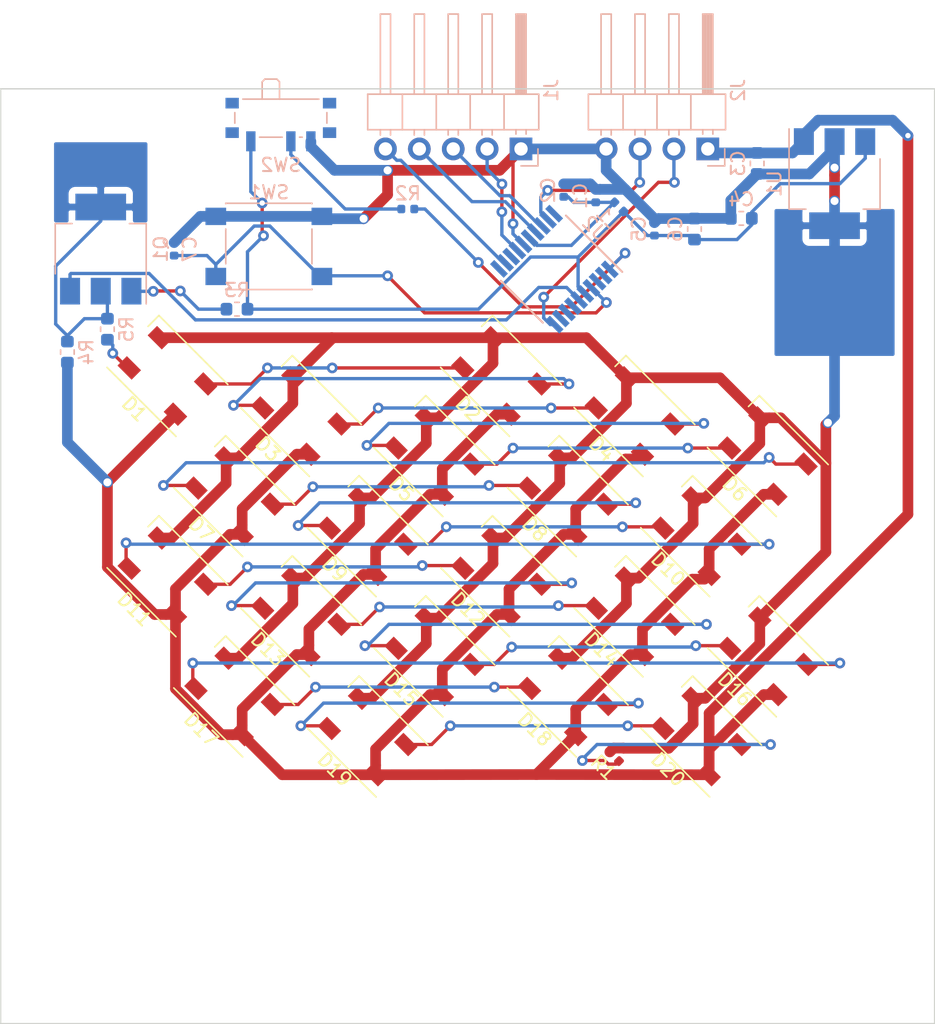
<source format=kicad_pcb>
(kicad_pcb (version 20171130) (host pcbnew 5.1.5+dfsg1-2)

  (general
    (thickness 1.6)
    (drawings 4)
    (tracks 516)
    (zones 0)
    (modules 40)
    (nets 46)
  )

  (page A4)
  (layers
    (0 F.Cu signal)
    (31 B.Cu signal)
    (32 B.Adhes user)
    (33 F.Adhes user)
    (34 B.Paste user)
    (35 F.Paste user)
    (36 B.SilkS user)
    (37 F.SilkS user)
    (38 B.Mask user)
    (39 F.Mask user)
    (40 Dwgs.User user)
    (41 Cmts.User user)
    (42 Eco1.User user)
    (43 Eco2.User user)
    (44 Edge.Cuts user)
    (45 Margin user)
    (46 B.CrtYd user)
    (47 F.CrtYd user)
    (48 B.Fab user)
    (49 F.Fab user)
  )

  (setup
    (last_trace_width 0.25)
    (user_trace_width 0.25)
    (trace_clearance 0.15)
    (zone_clearance 0.508)
    (zone_45_only no)
    (trace_min 0.2)
    (via_size 0.8)
    (via_drill 0.4)
    (via_min_size 0.4)
    (via_min_drill 0.3)
    (uvia_size 0.3)
    (uvia_drill 0.1)
    (uvias_allowed no)
    (uvia_min_size 0.2)
    (uvia_min_drill 0.1)
    (edge_width 0.05)
    (segment_width 0.2)
    (pcb_text_width 0.3)
    (pcb_text_size 1.5 1.5)
    (mod_edge_width 0.12)
    (mod_text_size 1 1)
    (mod_text_width 0.15)
    (pad_size 1.524 1.524)
    (pad_drill 0.762)
    (pad_to_mask_clearance 0.051)
    (solder_mask_min_width 0.25)
    (aux_axis_origin 0 0)
    (visible_elements FFFFFF7F)
    (pcbplotparams
      (layerselection 0x010fc_ffffffff)
      (usegerberextensions false)
      (usegerberattributes false)
      (usegerberadvancedattributes false)
      (creategerberjobfile false)
      (excludeedgelayer true)
      (linewidth 0.100000)
      (plotframeref false)
      (viasonmask false)
      (mode 1)
      (useauxorigin false)
      (hpglpennumber 1)
      (hpglpenspeed 20)
      (hpglpendiameter 15.000000)
      (psnegative false)
      (psa4output false)
      (plotreference true)
      (plotvalue true)
      (plotinvisibletext false)
      (padsonsilk false)
      (subtractmaskfromsilk false)
      (outputformat 1)
      (mirror false)
      (drillshape 1)
      (scaleselection 1)
      (outputdirectory ""))
  )

  (net 0 "")
  (net 1 GND)
  (net 2 +3.3VA)
  (net 3 +3V3)
  (net 4 +5V)
  (net 5 /CTS)
  (net 6 /TX)
  (net 7 /RX)
  (net 8 /RTS)
  (net 9 /SDA)
  (net 10 /SCL)
  (net 11 "Net-(D1-Pad4)")
  (net 12 "Net-(D2-Pad4)")
  (net 13 "Net-(D19-Pad4)")
  (net 14 "Net-(D3-Pad4)")
  (net 15 "Net-(D4-Pad4)")
  (net 16 "Net-(D5-Pad4)")
  (net 17 "Net-(D6-Pad4)")
  (net 18 "Net-(D7-Pad4)")
  (net 19 "Net-(D10-Pad2)")
  (net 20 "Net-(D10-Pad4)")
  (net 21 "Net-(D11-Pad4)")
  (net 22 "Net-(D12-Pad4)")
  (net 23 "Net-(D13-Pad4)")
  (net 24 "Net-(D14-Pad4)")
  (net 25 "Net-(D15-Pad4)")
  (net 26 "Net-(D16-Pad4)")
  (net 27 "Net-(D17-Pad4)")
  (net 28 "Net-(D18-Pad4)")
  (net 29 /digits/DATA_OUT)
  (net 30 /Dat_in)
  (net 31 "Net-(C7-Pad1)")
  (net 32 "Net-(D8-Pad4)")
  (net 33 "Net-(R2-Pad2)")
  (net 34 "Net-(R2-Pad1)")
  (net 35 "Net-(Q1-Pad1)")
  (net 36 /Dat)
  (net 37 "Net-(Q1-Pad2)")
  (net 38 "Net-(U2-Pad20)")
  (net 39 "Net-(U2-Pad13)")
  (net 40 "Net-(U2-Pad11)")
  (net 41 "Net-(U2-Pad9)")
  (net 42 "Net-(U2-Pad8)")
  (net 43 "Net-(U2-Pad7)")
  (net 44 "Net-(U2-Pad3)")
  (net 45 "Net-(U2-Pad2)")

  (net_class Default "Dies ist die voreingestellte Netzklasse."
    (clearance 0.15)
    (trace_width 0.25)
    (via_dia 0.8)
    (via_drill 0.4)
    (uvia_dia 0.3)
    (uvia_drill 0.1)
    (add_net +3.3VA)
    (add_net +3V3)
    (add_net /CTS)
    (add_net /Dat)
    (add_net /Dat_in)
    (add_net /RTS)
    (add_net /RX)
    (add_net /SCL)
    (add_net /SDA)
    (add_net /TX)
    (add_net /digits/DATA_OUT)
    (add_net "Net-(C7-Pad1)")
    (add_net "Net-(D1-Pad4)")
    (add_net "Net-(D10-Pad2)")
    (add_net "Net-(D10-Pad4)")
    (add_net "Net-(D11-Pad4)")
    (add_net "Net-(D12-Pad4)")
    (add_net "Net-(D13-Pad4)")
    (add_net "Net-(D14-Pad4)")
    (add_net "Net-(D15-Pad4)")
    (add_net "Net-(D16-Pad4)")
    (add_net "Net-(D17-Pad4)")
    (add_net "Net-(D18-Pad4)")
    (add_net "Net-(D19-Pad4)")
    (add_net "Net-(D2-Pad4)")
    (add_net "Net-(D3-Pad4)")
    (add_net "Net-(D4-Pad4)")
    (add_net "Net-(D5-Pad4)")
    (add_net "Net-(D6-Pad4)")
    (add_net "Net-(D7-Pad4)")
    (add_net "Net-(D8-Pad4)")
    (add_net "Net-(Q1-Pad1)")
    (add_net "Net-(Q1-Pad2)")
    (add_net "Net-(R2-Pad1)")
    (add_net "Net-(R2-Pad2)")
    (add_net "Net-(U2-Pad11)")
    (add_net "Net-(U2-Pad13)")
    (add_net "Net-(U2-Pad2)")
    (add_net "Net-(U2-Pad20)")
    (add_net "Net-(U2-Pad3)")
    (add_net "Net-(U2-Pad7)")
    (add_net "Net-(U2-Pad8)")
    (add_net "Net-(U2-Pad9)")
  )

  (net_class Power ""
    (clearance 0.15)
    (trace_width 0.8)
    (via_dia 0.8)
    (via_drill 0.6)
    (uvia_dia 0.3)
    (uvia_drill 0.1)
    (add_net +5V)
    (add_net GND)
  )

  (module Package_TO_SOT_SMD:SOT-223-3_TabPin2 (layer B.Cu) (tedit 5A02FF57) (tstamp 5E58BB89)
    (at 72.5 17.1 270)
    (descr "module CMS SOT223 4 pins")
    (tags "CMS SOT")
    (path /5DC94C79)
    (attr smd)
    (fp_text reference U1 (at 0 4.5 90) (layer B.SilkS)
      (effects (font (size 1 1) (thickness 0.15)) (justify mirror))
    )
    (fp_text value AP7361C-33E (at 0 -4.5 90) (layer B.Fab)
      (effects (font (size 1 1) (thickness 0.15)) (justify mirror))
    )
    (fp_line (start 1.85 3.35) (end 1.85 -3.35) (layer B.Fab) (width 0.1))
    (fp_line (start -1.85 -3.35) (end 1.85 -3.35) (layer B.Fab) (width 0.1))
    (fp_line (start -4.1 3.41) (end 1.91 3.41) (layer B.SilkS) (width 0.12))
    (fp_line (start -0.85 3.35) (end 1.85 3.35) (layer B.Fab) (width 0.1))
    (fp_line (start -1.85 -3.41) (end 1.91 -3.41) (layer B.SilkS) (width 0.12))
    (fp_line (start -1.85 2.35) (end -1.85 -3.35) (layer B.Fab) (width 0.1))
    (fp_line (start -1.85 2.35) (end -0.85 3.35) (layer B.Fab) (width 0.1))
    (fp_line (start -4.4 3.6) (end -4.4 -3.6) (layer B.CrtYd) (width 0.05))
    (fp_line (start -4.4 -3.6) (end 4.4 -3.6) (layer B.CrtYd) (width 0.05))
    (fp_line (start 4.4 -3.6) (end 4.4 3.6) (layer B.CrtYd) (width 0.05))
    (fp_line (start 4.4 3.6) (end -4.4 3.6) (layer B.CrtYd) (width 0.05))
    (fp_line (start 1.91 3.41) (end 1.91 2.15) (layer B.SilkS) (width 0.12))
    (fp_line (start 1.91 -3.41) (end 1.91 -2.15) (layer B.SilkS) (width 0.12))
    (fp_text user %R (at 0 0 180) (layer B.Fab)
      (effects (font (size 0.8 0.8) (thickness 0.12)) (justify mirror))
    )
    (pad 1 smd rect (at -3.15 2.3 270) (size 2 1.5) (layers B.Cu B.Paste B.Mask)
      (net 4 +5V))
    (pad 3 smd rect (at -3.15 -2.3 270) (size 2 1.5) (layers B.Cu B.Paste B.Mask)
      (net 3 +3V3))
    (pad 2 smd rect (at -3.15 0 270) (size 2 1.5) (layers B.Cu B.Paste B.Mask)
      (net 1 GND))
    (pad 2 smd rect (at 3.15 0 270) (size 2 3.8) (layers B.Cu B.Paste B.Mask)
      (net 1 GND))
    (model ${KISYS3DMOD}/Package_TO_SOT_SMD.3dshapes/SOT-223.wrl
      (at (xyz 0 0 0))
      (scale (xyz 1 1 1))
      (rotate (xyz 0 0 0))
    )
  )

  (module LED_SMD:LED_SK6812_PLCC4_5.0x5.0mm_P3.2mm (layer F.Cu) (tedit 5AA4B263) (tstamp 5E582B70)
    (at 52.5 55.5 135)
    (descr https://cdn-shop.adafruit.com/product-files/1138/SK6812+LED+datasheet+.pdf)
    (tags "LED RGB NeoPixel")
    (path /5DC8AC6D/5DCB3721)
    (attr smd)
    (fp_text reference D18 (at 0 -3.5 135) (layer F.SilkS)
      (effects (font (size 1 1) (thickness 0.15)))
    )
    (fp_text value SK6812 (at 0 4 135) (layer F.Fab)
      (effects (font (size 1 1) (thickness 0.15)))
    )
    (fp_circle (center 0 0) (end 0 -2) (layer F.Fab) (width 0.1))
    (fp_line (start 3.65 2.75) (end 3.65 1.6) (layer F.SilkS) (width 0.12))
    (fp_line (start -3.65 2.75) (end 3.65 2.75) (layer F.SilkS) (width 0.12))
    (fp_line (start -3.65 -2.75) (end 3.65 -2.75) (layer F.SilkS) (width 0.12))
    (fp_line (start 2.5 -2.5) (end -2.5 -2.5) (layer F.Fab) (width 0.1))
    (fp_line (start 2.5 2.5) (end 2.5 -2.5) (layer F.Fab) (width 0.1))
    (fp_line (start -2.5 2.5) (end 2.5 2.5) (layer F.Fab) (width 0.1))
    (fp_line (start -2.5 -2.5) (end -2.5 2.5) (layer F.Fab) (width 0.1))
    (fp_line (start 2.5 1.5) (end 1.5 2.5) (layer F.Fab) (width 0.1))
    (fp_line (start -3.45 -2.75) (end -3.45 2.75) (layer F.CrtYd) (width 0.05))
    (fp_line (start -3.45 2.75) (end 3.45 2.75) (layer F.CrtYd) (width 0.05))
    (fp_line (start 3.45 2.75) (end 3.45 -2.75) (layer F.CrtYd) (width 0.05))
    (fp_line (start 3.45 -2.75) (end -3.45 -2.75) (layer F.CrtYd) (width 0.05))
    (fp_text user %R (at 0 0 135) (layer F.Fab)
      (effects (font (size 0.8 0.8) (thickness 0.15)))
    )
    (pad 3 smd rect (at -2.45 -1.6 135) (size 1.5 1) (layers F.Cu F.Paste F.Mask)
      (net 4 +5V))
    (pad 4 smd rect (at -2.45 1.6 135) (size 1.5 1) (layers F.Cu F.Paste F.Mask)
      (net 28 "Net-(D18-Pad4)"))
    (pad 2 smd rect (at 2.45 -1.6 135) (size 1.5 1) (layers F.Cu F.Paste F.Mask)
      (net 27 "Net-(D17-Pad4)"))
    (pad 1 smd rect (at 2.45 1.6 135) (size 1.5 1) (layers F.Cu F.Paste F.Mask)
      (net 1 GND))
    (model ${KISYS3DMOD}/LED_SMD.3dshapes/LED_SK6812_PLCC4_5.0x5.0mm_P3.2mm.wrl
      (at (xyz 0 0 0))
      (scale (xyz 1 1 1))
      (rotate (xyz 0 0 0))
    )
  )

  (module Resistor_SMD:R_0603_1608Metric (layer B.Cu) (tedit 5B301BBD) (tstamp 5E58410F)
    (at 18 28 90)
    (descr "Resistor SMD 0603 (1608 Metric), square (rectangular) end terminal, IPC_7351 nominal, (Body size source: http://www.tortai-tech.com/upload/download/2011102023233369053.pdf), generated with kicad-footprint-generator")
    (tags resistor)
    (path /5E59D6AE)
    (attr smd)
    (fp_text reference R5 (at 0 1.43 90) (layer B.SilkS)
      (effects (font (size 1 1) (thickness 0.15)) (justify mirror))
    )
    (fp_text value 470 (at 0 -1.43 90) (layer B.Fab)
      (effects (font (size 1 1) (thickness 0.15)) (justify mirror))
    )
    (fp_text user %R (at 0 0 90) (layer B.Fab)
      (effects (font (size 0.4 0.4) (thickness 0.06)) (justify mirror))
    )
    (fp_line (start 1.48 -0.73) (end -1.48 -0.73) (layer B.CrtYd) (width 0.05))
    (fp_line (start 1.48 0.73) (end 1.48 -0.73) (layer B.CrtYd) (width 0.05))
    (fp_line (start -1.48 0.73) (end 1.48 0.73) (layer B.CrtYd) (width 0.05))
    (fp_line (start -1.48 -0.73) (end -1.48 0.73) (layer B.CrtYd) (width 0.05))
    (fp_line (start -0.162779 -0.51) (end 0.162779 -0.51) (layer B.SilkS) (width 0.12))
    (fp_line (start -0.162779 0.51) (end 0.162779 0.51) (layer B.SilkS) (width 0.12))
    (fp_line (start 0.8 -0.4) (end -0.8 -0.4) (layer B.Fab) (width 0.1))
    (fp_line (start 0.8 0.4) (end 0.8 -0.4) (layer B.Fab) (width 0.1))
    (fp_line (start -0.8 0.4) (end 0.8 0.4) (layer B.Fab) (width 0.1))
    (fp_line (start -0.8 -0.4) (end -0.8 0.4) (layer B.Fab) (width 0.1))
    (pad 2 smd roundrect (at 0.7875 0 90) (size 0.875 0.95) (layers B.Cu B.Paste B.Mask) (roundrect_rratio 0.25)
      (net 37 "Net-(Q1-Pad2)"))
    (pad 1 smd roundrect (at -0.7875 0 90) (size 0.875 0.95) (layers B.Cu B.Paste B.Mask) (roundrect_rratio 0.25)
      (net 30 /Dat_in))
    (model ${KISYS3DMOD}/Resistor_SMD.3dshapes/R_0603_1608Metric.wrl
      (at (xyz 0 0 0))
      (scale (xyz 1 1 1))
      (rotate (xyz 0 0 0))
    )
  )

  (module Resistor_SMD:R_0603_1608Metric (layer B.Cu) (tedit 5B301BBD) (tstamp 5E5846BA)
    (at 15 29.7125 90)
    (descr "Resistor SMD 0603 (1608 Metric), square (rectangular) end terminal, IPC_7351 nominal, (Body size source: http://www.tortai-tech.com/upload/download/2011102023233369053.pdf), generated with kicad-footprint-generator")
    (tags resistor)
    (path /5E59C7C3)
    (attr smd)
    (fp_text reference R4 (at 0 1.43 90) (layer B.SilkS)
      (effects (font (size 1 1) (thickness 0.15)) (justify mirror))
    )
    (fp_text value 6.8k (at 0 -1.43 90) (layer B.Fab)
      (effects (font (size 1 1) (thickness 0.15)) (justify mirror))
    )
    (fp_text user %R (at 0 0 90) (layer B.Fab)
      (effects (font (size 0.4 0.4) (thickness 0.06)) (justify mirror))
    )
    (fp_line (start 1.48 -0.73) (end -1.48 -0.73) (layer B.CrtYd) (width 0.05))
    (fp_line (start 1.48 0.73) (end 1.48 -0.73) (layer B.CrtYd) (width 0.05))
    (fp_line (start -1.48 0.73) (end 1.48 0.73) (layer B.CrtYd) (width 0.05))
    (fp_line (start -1.48 -0.73) (end -1.48 0.73) (layer B.CrtYd) (width 0.05))
    (fp_line (start -0.162779 -0.51) (end 0.162779 -0.51) (layer B.SilkS) (width 0.12))
    (fp_line (start -0.162779 0.51) (end 0.162779 0.51) (layer B.SilkS) (width 0.12))
    (fp_line (start 0.8 -0.4) (end -0.8 -0.4) (layer B.Fab) (width 0.1))
    (fp_line (start 0.8 0.4) (end 0.8 -0.4) (layer B.Fab) (width 0.1))
    (fp_line (start -0.8 0.4) (end 0.8 0.4) (layer B.Fab) (width 0.1))
    (fp_line (start -0.8 -0.4) (end -0.8 0.4) (layer B.Fab) (width 0.1))
    (pad 2 smd roundrect (at 0.7875 0 90) (size 0.875 0.95) (layers B.Cu B.Paste B.Mask) (roundrect_rratio 0.25)
      (net 37 "Net-(Q1-Pad2)"))
    (pad 1 smd roundrect (at -0.7875 0 90) (size 0.875 0.95) (layers B.Cu B.Paste B.Mask) (roundrect_rratio 0.25)
      (net 4 +5V))
    (model ${KISYS3DMOD}/Resistor_SMD.3dshapes/R_0603_1608Metric.wrl
      (at (xyz 0 0 0))
      (scale (xyz 1 1 1))
      (rotate (xyz 0 0 0))
    )
  )

  (module Resistor_SMD:R_0603_1608Metric (layer B.Cu) (tedit 5B301BBD) (tstamp 5E58774D)
    (at 27.7125 26.5 180)
    (descr "Resistor SMD 0603 (1608 Metric), square (rectangular) end terminal, IPC_7351 nominal, (Body size source: http://www.tortai-tech.com/upload/download/2011102023233369053.pdf), generated with kicad-footprint-generator")
    (tags resistor)
    (path /5E59BC22)
    (attr smd)
    (fp_text reference R3 (at 0 1.43) (layer B.SilkS)
      (effects (font (size 1 1) (thickness 0.15)) (justify mirror))
    )
    (fp_text value 2.2k (at 0 -1.43) (layer B.Fab)
      (effects (font (size 1 1) (thickness 0.15)) (justify mirror))
    )
    (fp_text user %R (at 0 0) (layer B.Fab)
      (effects (font (size 0.4 0.4) (thickness 0.06)) (justify mirror))
    )
    (fp_line (start 1.48 -0.73) (end -1.48 -0.73) (layer B.CrtYd) (width 0.05))
    (fp_line (start 1.48 0.73) (end 1.48 -0.73) (layer B.CrtYd) (width 0.05))
    (fp_line (start -1.48 0.73) (end 1.48 0.73) (layer B.CrtYd) (width 0.05))
    (fp_line (start -1.48 -0.73) (end -1.48 0.73) (layer B.CrtYd) (width 0.05))
    (fp_line (start -0.162779 -0.51) (end 0.162779 -0.51) (layer B.SilkS) (width 0.12))
    (fp_line (start -0.162779 0.51) (end 0.162779 0.51) (layer B.SilkS) (width 0.12))
    (fp_line (start 0.8 -0.4) (end -0.8 -0.4) (layer B.Fab) (width 0.1))
    (fp_line (start 0.8 0.4) (end 0.8 -0.4) (layer B.Fab) (width 0.1))
    (fp_line (start -0.8 0.4) (end 0.8 0.4) (layer B.Fab) (width 0.1))
    (fp_line (start -0.8 -0.4) (end -0.8 0.4) (layer B.Fab) (width 0.1))
    (pad 2 smd roundrect (at 0.7875 0 180) (size 0.875 0.95) (layers B.Cu B.Paste B.Mask) (roundrect_rratio 0.25)
      (net 35 "Net-(Q1-Pad1)"))
    (pad 1 smd roundrect (at -0.7875 0 180) (size 0.875 0.95) (layers B.Cu B.Paste B.Mask) (roundrect_rratio 0.25)
      (net 3 +3V3))
    (model ${KISYS3DMOD}/Resistor_SMD.3dshapes/R_0603_1608Metric.wrl
      (at (xyz 0 0 0))
      (scale (xyz 1 1 1))
      (rotate (xyz 0 0 0))
    )
  )

  (module Package_TO_SOT_SMD:SOT-223-3_TabPin2 (layer B.Cu) (tedit 5A02FF57) (tstamp 5E584405)
    (at 17.5 22 90)
    (descr "module CMS SOT223 4 pins")
    (tags "CMS SOT")
    (path /5E58DDBB)
    (attr smd)
    (fp_text reference Q1 (at 0 4.5 90) (layer B.SilkS)
      (effects (font (size 1 1) (thickness 0.15)) (justify mirror))
    )
    (fp_text value PZT2222A (at 0 -4.5 90) (layer B.Fab)
      (effects (font (size 1 1) (thickness 0.15)) (justify mirror))
    )
    (fp_line (start 1.85 3.35) (end 1.85 -3.35) (layer B.Fab) (width 0.1))
    (fp_line (start -1.85 -3.35) (end 1.85 -3.35) (layer B.Fab) (width 0.1))
    (fp_line (start -4.1 3.41) (end 1.91 3.41) (layer B.SilkS) (width 0.12))
    (fp_line (start -0.85 3.35) (end 1.85 3.35) (layer B.Fab) (width 0.1))
    (fp_line (start -1.85 -3.41) (end 1.91 -3.41) (layer B.SilkS) (width 0.12))
    (fp_line (start -1.85 2.35) (end -1.85 -3.35) (layer B.Fab) (width 0.1))
    (fp_line (start -1.85 2.35) (end -0.85 3.35) (layer B.Fab) (width 0.1))
    (fp_line (start -4.4 3.6) (end -4.4 -3.6) (layer B.CrtYd) (width 0.05))
    (fp_line (start -4.4 -3.6) (end 4.4 -3.6) (layer B.CrtYd) (width 0.05))
    (fp_line (start 4.4 -3.6) (end 4.4 3.6) (layer B.CrtYd) (width 0.05))
    (fp_line (start 4.4 3.6) (end -4.4 3.6) (layer B.CrtYd) (width 0.05))
    (fp_line (start 1.91 3.41) (end 1.91 2.15) (layer B.SilkS) (width 0.12))
    (fp_line (start 1.91 -3.41) (end 1.91 -2.15) (layer B.SilkS) (width 0.12))
    (fp_text user %R (at 0 0 180) (layer B.Fab)
      (effects (font (size 0.8 0.8) (thickness 0.12)) (justify mirror))
    )
    (pad 1 smd rect (at -3.15 2.3 90) (size 2 1.5) (layers B.Cu B.Paste B.Mask)
      (net 35 "Net-(Q1-Pad1)"))
    (pad 3 smd rect (at -3.15 -2.3 90) (size 2 1.5) (layers B.Cu B.Paste B.Mask)
      (net 36 /Dat))
    (pad 2 smd rect (at -3.15 0 90) (size 2 1.5) (layers B.Cu B.Paste B.Mask)
      (net 37 "Net-(Q1-Pad2)"))
    (pad 2 smd rect (at 3.15 0 90) (size 2 3.8) (layers B.Cu B.Paste B.Mask)
      (net 37 "Net-(Q1-Pad2)"))
    (model ${KISYS3DMOD}/Package_TO_SOT_SMD.3dshapes/SOT-223.wrl
      (at (xyz 0 0 0))
      (scale (xyz 1 1 1))
      (rotate (xyz 0 0 0))
    )
  )

  (module Resistor_SMD:R_0402_1005Metric (layer F.Cu) (tedit 5B301BBD) (tstamp 5E582D61)
    (at 56 60 135)
    (descr "Resistor SMD 0402 (1005 Metric), square (rectangular) end terminal, IPC_7351 nominal, (Body size source: http://www.tortai-tech.com/upload/download/2011102023233369053.pdf), generated with kicad-footprint-generator")
    (tags resistor)
    (path /5E585311)
    (attr smd)
    (fp_text reference R1 (at 0 -1.17 135) (layer F.SilkS)
      (effects (font (size 1 1) (thickness 0.15)))
    )
    (fp_text value 10k (at 0 1.17 135) (layer F.Fab)
      (effects (font (size 1 1) (thickness 0.15)))
    )
    (fp_text user %R (at 0 0 135) (layer F.Fab)
      (effects (font (size 0.25 0.25) (thickness 0.04)))
    )
    (fp_line (start 0.93 0.47) (end -0.93 0.47) (layer F.CrtYd) (width 0.05))
    (fp_line (start 0.93 -0.47) (end 0.93 0.47) (layer F.CrtYd) (width 0.05))
    (fp_line (start -0.93 -0.47) (end 0.93 -0.47) (layer F.CrtYd) (width 0.05))
    (fp_line (start -0.93 0.47) (end -0.93 -0.47) (layer F.CrtYd) (width 0.05))
    (fp_line (start 0.5 0.25) (end -0.5 0.25) (layer F.Fab) (width 0.1))
    (fp_line (start 0.5 -0.25) (end 0.5 0.25) (layer F.Fab) (width 0.1))
    (fp_line (start -0.5 -0.25) (end 0.5 -0.25) (layer F.Fab) (width 0.1))
    (fp_line (start -0.5 0.25) (end -0.5 -0.25) (layer F.Fab) (width 0.1))
    (pad 2 smd roundrect (at 0.485 0 135) (size 0.59 0.64) (layers F.Cu F.Paste F.Mask) (roundrect_rratio 0.25)
      (net 1 GND))
    (pad 1 smd roundrect (at -0.485 0 135) (size 0.59 0.64) (layers F.Cu F.Paste F.Mask) (roundrect_rratio 0.25)
      (net 29 /digits/DATA_OUT))
    (model ${KISYS3DMOD}/Resistor_SMD.3dshapes/R_0402_1005Metric.wrl
      (at (xyz 0 0 0))
      (scale (xyz 1 1 1))
      (rotate (xyz 0 0 0))
    )
  )

  (module LED_SMD:LED_SK6812_PLCC4_5.0x5.0mm_P3.2mm (layer F.Cu) (tedit 5AA4B263) (tstamp 5E582E8E)
    (at 62.5 58.5 135)
    (descr https://cdn-shop.adafruit.com/product-files/1138/SK6812+LED+datasheet+.pdf)
    (tags "LED RGB NeoPixel")
    (path /5DC8AC6D/5DCB3735)
    (attr smd)
    (fp_text reference D20 (at 0 -3.5 135) (layer F.SilkS)
      (effects (font (size 1 1) (thickness 0.15)))
    )
    (fp_text value SK6812 (at 0 4 135) (layer F.Fab)
      (effects (font (size 1 1) (thickness 0.15)))
    )
    (fp_text user %R (at 0 0 135) (layer F.Fab)
      (effects (font (size 0.8 0.8) (thickness 0.15)))
    )
    (fp_line (start 3.45 -2.75) (end -3.45 -2.75) (layer F.CrtYd) (width 0.05))
    (fp_line (start 3.45 2.75) (end 3.45 -2.75) (layer F.CrtYd) (width 0.05))
    (fp_line (start -3.45 2.75) (end 3.45 2.75) (layer F.CrtYd) (width 0.05))
    (fp_line (start -3.45 -2.75) (end -3.45 2.75) (layer F.CrtYd) (width 0.05))
    (fp_line (start 2.5 1.5) (end 1.5 2.5) (layer F.Fab) (width 0.1))
    (fp_line (start -2.5 -2.5) (end -2.5 2.5) (layer F.Fab) (width 0.1))
    (fp_line (start -2.5 2.5) (end 2.5 2.5) (layer F.Fab) (width 0.1))
    (fp_line (start 2.5 2.5) (end 2.5 -2.5) (layer F.Fab) (width 0.1))
    (fp_line (start 2.5 -2.5) (end -2.5 -2.5) (layer F.Fab) (width 0.1))
    (fp_line (start -3.65 -2.75) (end 3.65 -2.75) (layer F.SilkS) (width 0.12))
    (fp_line (start -3.65 2.75) (end 3.65 2.75) (layer F.SilkS) (width 0.12))
    (fp_line (start 3.65 2.75) (end 3.65 1.6) (layer F.SilkS) (width 0.12))
    (fp_circle (center 0 0) (end 0 -2) (layer F.Fab) (width 0.1))
    (pad 1 smd rect (at 2.45 1.6 135) (size 1.5 1) (layers F.Cu F.Paste F.Mask)
      (net 1 GND))
    (pad 2 smd rect (at 2.45 -1.6 135) (size 1.5 1) (layers F.Cu F.Paste F.Mask)
      (net 13 "Net-(D19-Pad4)"))
    (pad 4 smd rect (at -2.45 1.6 135) (size 1.5 1) (layers F.Cu F.Paste F.Mask)
      (net 29 /digits/DATA_OUT))
    (pad 3 smd rect (at -2.45 -1.6 135) (size 1.5 1) (layers F.Cu F.Paste F.Mask)
      (net 4 +5V))
    (model ${KISYS3DMOD}/LED_SMD.3dshapes/LED_SK6812_PLCC4_5.0x5.0mm_P3.2mm.wrl
      (at (xyz 0 0 0))
      (scale (xyz 1 1 1))
      (rotate (xyz 0 0 0))
    )
  )

  (module LED_SMD:LED_SK6812_PLCC4_5.0x5.0mm_P3.2mm (layer F.Cu) (tedit 5AA4B263) (tstamp 5E582E4F)
    (at 62.5 43.5 135)
    (descr https://cdn-shop.adafruit.com/product-files/1138/SK6812+LED+datasheet+.pdf)
    (tags "LED RGB NeoPixel")
    (path /5DC8AC6D/5DC9D18D)
    (attr smd)
    (fp_text reference D10 (at 0 -3.5 135) (layer F.SilkS)
      (effects (font (size 1 1) (thickness 0.15)))
    )
    (fp_text value SK6812 (at 0 4 135) (layer F.Fab)
      (effects (font (size 1 1) (thickness 0.15)))
    )
    (fp_circle (center 0 0) (end 0 -2) (layer F.Fab) (width 0.1))
    (fp_line (start 3.65 2.75) (end 3.65 1.6) (layer F.SilkS) (width 0.12))
    (fp_line (start -3.65 2.75) (end 3.65 2.75) (layer F.SilkS) (width 0.12))
    (fp_line (start -3.65 -2.75) (end 3.65 -2.75) (layer F.SilkS) (width 0.12))
    (fp_line (start 2.5 -2.5) (end -2.5 -2.5) (layer F.Fab) (width 0.1))
    (fp_line (start 2.5 2.5) (end 2.5 -2.5) (layer F.Fab) (width 0.1))
    (fp_line (start -2.5 2.5) (end 2.5 2.5) (layer F.Fab) (width 0.1))
    (fp_line (start -2.5 -2.5) (end -2.5 2.5) (layer F.Fab) (width 0.1))
    (fp_line (start 2.5 1.5) (end 1.5 2.5) (layer F.Fab) (width 0.1))
    (fp_line (start -3.45 -2.75) (end -3.45 2.75) (layer F.CrtYd) (width 0.05))
    (fp_line (start -3.45 2.75) (end 3.45 2.75) (layer F.CrtYd) (width 0.05))
    (fp_line (start 3.45 2.75) (end 3.45 -2.75) (layer F.CrtYd) (width 0.05))
    (fp_line (start 3.45 -2.75) (end -3.45 -2.75) (layer F.CrtYd) (width 0.05))
    (fp_text user %R (at 0 0 135) (layer F.Fab)
      (effects (font (size 0.8 0.8) (thickness 0.15)))
    )
    (pad 3 smd rect (at -2.45 -1.6 135) (size 1.5 1) (layers F.Cu F.Paste F.Mask)
      (net 4 +5V))
    (pad 4 smd rect (at -2.45 1.6 135) (size 1.5 1) (layers F.Cu F.Paste F.Mask)
      (net 20 "Net-(D10-Pad4)"))
    (pad 2 smd rect (at 2.45 -1.6 135) (size 1.5 1) (layers F.Cu F.Paste F.Mask)
      (net 19 "Net-(D10-Pad2)"))
    (pad 1 smd rect (at 2.45 1.6 135) (size 1.5 1) (layers F.Cu F.Paste F.Mask)
      (net 1 GND))
    (model ${KISYS3DMOD}/LED_SMD.3dshapes/LED_SK6812_PLCC4_5.0x5.0mm_P3.2mm.wrl
      (at (xyz 0 0 0))
      (scale (xyz 1 1 1))
      (rotate (xyz 0 0 0))
    )
  )

  (module LED_SMD:LED_SK6812_PLCC4_5.0x5.0mm_P3.2mm (layer F.Cu) (tedit 5AA4B263) (tstamp 5E582DD1)
    (at 37.5 58.5 135)
    (descr https://cdn-shop.adafruit.com/product-files/1138/SK6812+LED+datasheet+.pdf)
    (tags "LED RGB NeoPixel")
    (path /5DC8AC6D/5DCB372B)
    (attr smd)
    (fp_text reference D19 (at 0 -3.5 135) (layer F.SilkS)
      (effects (font (size 1 1) (thickness 0.15)))
    )
    (fp_text value SK6812 (at 0 4 135) (layer F.Fab)
      (effects (font (size 1 1) (thickness 0.15)))
    )
    (fp_text user %R (at 0 0 135) (layer F.Fab)
      (effects (font (size 0.8 0.8) (thickness 0.15)))
    )
    (fp_line (start 3.45 -2.75) (end -3.45 -2.75) (layer F.CrtYd) (width 0.05))
    (fp_line (start 3.45 2.75) (end 3.45 -2.75) (layer F.CrtYd) (width 0.05))
    (fp_line (start -3.45 2.75) (end 3.45 2.75) (layer F.CrtYd) (width 0.05))
    (fp_line (start -3.45 -2.75) (end -3.45 2.75) (layer F.CrtYd) (width 0.05))
    (fp_line (start 2.5 1.5) (end 1.5 2.5) (layer F.Fab) (width 0.1))
    (fp_line (start -2.5 -2.5) (end -2.5 2.5) (layer F.Fab) (width 0.1))
    (fp_line (start -2.5 2.5) (end 2.5 2.5) (layer F.Fab) (width 0.1))
    (fp_line (start 2.5 2.5) (end 2.5 -2.5) (layer F.Fab) (width 0.1))
    (fp_line (start 2.5 -2.5) (end -2.5 -2.5) (layer F.Fab) (width 0.1))
    (fp_line (start -3.65 -2.75) (end 3.65 -2.75) (layer F.SilkS) (width 0.12))
    (fp_line (start -3.65 2.75) (end 3.65 2.75) (layer F.SilkS) (width 0.12))
    (fp_line (start 3.65 2.75) (end 3.65 1.6) (layer F.SilkS) (width 0.12))
    (fp_circle (center 0 0) (end 0 -2) (layer F.Fab) (width 0.1))
    (pad 1 smd rect (at 2.45 1.6 135) (size 1.5 1) (layers F.Cu F.Paste F.Mask)
      (net 1 GND))
    (pad 2 smd rect (at 2.45 -1.6 135) (size 1.5 1) (layers F.Cu F.Paste F.Mask)
      (net 28 "Net-(D18-Pad4)"))
    (pad 4 smd rect (at -2.45 1.6 135) (size 1.5 1) (layers F.Cu F.Paste F.Mask)
      (net 13 "Net-(D19-Pad4)"))
    (pad 3 smd rect (at -2.45 -1.6 135) (size 1.5 1) (layers F.Cu F.Paste F.Mask)
      (net 4 +5V))
    (model ${KISYS3DMOD}/LED_SMD.3dshapes/LED_SK6812_PLCC4_5.0x5.0mm_P3.2mm.wrl
      (at (xyz 0 0 0))
      (scale (xyz 1 1 1))
      (rotate (xyz 0 0 0))
    )
  )

  (module LED_SMD:LED_SK6812_PLCC4_5.0x5.0mm_P3.2mm (layer F.Cu) (tedit 5AA4B263) (tstamp 5E582D92)
    (at 37.5 43.5 135)
    (descr https://cdn-shop.adafruit.com/product-files/1138/SK6812+LED+datasheet+.pdf)
    (tags "LED RGB NeoPixel")
    (path /5DC8AC6D/5DC9D183)
    (attr smd)
    (fp_text reference D9 (at 0 -3.5 135) (layer F.SilkS)
      (effects (font (size 1 1) (thickness 0.15)))
    )
    (fp_text value SK6812 (at 0 4 135) (layer F.Fab)
      (effects (font (size 1 1) (thickness 0.15)))
    )
    (fp_circle (center 0 0) (end 0 -2) (layer F.Fab) (width 0.1))
    (fp_line (start 3.65 2.75) (end 3.65 1.6) (layer F.SilkS) (width 0.12))
    (fp_line (start -3.65 2.75) (end 3.65 2.75) (layer F.SilkS) (width 0.12))
    (fp_line (start -3.65 -2.75) (end 3.65 -2.75) (layer F.SilkS) (width 0.12))
    (fp_line (start 2.5 -2.5) (end -2.5 -2.5) (layer F.Fab) (width 0.1))
    (fp_line (start 2.5 2.5) (end 2.5 -2.5) (layer F.Fab) (width 0.1))
    (fp_line (start -2.5 2.5) (end 2.5 2.5) (layer F.Fab) (width 0.1))
    (fp_line (start -2.5 -2.5) (end -2.5 2.5) (layer F.Fab) (width 0.1))
    (fp_line (start 2.5 1.5) (end 1.5 2.5) (layer F.Fab) (width 0.1))
    (fp_line (start -3.45 -2.75) (end -3.45 2.75) (layer F.CrtYd) (width 0.05))
    (fp_line (start -3.45 2.75) (end 3.45 2.75) (layer F.CrtYd) (width 0.05))
    (fp_line (start 3.45 2.75) (end 3.45 -2.75) (layer F.CrtYd) (width 0.05))
    (fp_line (start 3.45 -2.75) (end -3.45 -2.75) (layer F.CrtYd) (width 0.05))
    (fp_text user %R (at 0 0 135) (layer F.Fab)
      (effects (font (size 0.8 0.8) (thickness 0.15)))
    )
    (pad 3 smd rect (at -2.45 -1.6 135) (size 1.5 1) (layers F.Cu F.Paste F.Mask)
      (net 4 +5V))
    (pad 4 smd rect (at -2.45 1.6 135) (size 1.5 1) (layers F.Cu F.Paste F.Mask)
      (net 19 "Net-(D10-Pad2)"))
    (pad 2 smd rect (at 2.45 -1.6 135) (size 1.5 1) (layers F.Cu F.Paste F.Mask)
      (net 32 "Net-(D8-Pad4)"))
    (pad 1 smd rect (at 2.45 1.6 135) (size 1.5 1) (layers F.Cu F.Paste F.Mask)
      (net 1 GND))
    (model ${KISYS3DMOD}/LED_SMD.3dshapes/LED_SK6812_PLCC4_5.0x5.0mm_P3.2mm.wrl
      (at (xyz 0 0 0))
      (scale (xyz 1 1 1))
      (rotate (xyz 0 0 0))
    )
  )

  (module LED_SMD:LED_SK6812_PLCC4_5.0x5.0mm_P3.2mm (layer F.Cu) (tedit 5AA4B263) (tstamp 5E582D29)
    (at 52.5 40.5 135)
    (descr https://cdn-shop.adafruit.com/product-files/1138/SK6812+LED+datasheet+.pdf)
    (tags "LED RGB NeoPixel")
    (path /5DC8AC6D/5DC9319D)
    (attr smd)
    (fp_text reference D8 (at 0 -3.5 135) (layer F.SilkS)
      (effects (font (size 1 1) (thickness 0.15)))
    )
    (fp_text value SK6812 (at 0 4 135) (layer F.Fab)
      (effects (font (size 1 1) (thickness 0.15)))
    )
    (fp_circle (center 0 0) (end 0 -2) (layer F.Fab) (width 0.1))
    (fp_line (start 3.65 2.75) (end 3.65 1.6) (layer F.SilkS) (width 0.12))
    (fp_line (start -3.65 2.75) (end 3.65 2.75) (layer F.SilkS) (width 0.12))
    (fp_line (start -3.65 -2.75) (end 3.65 -2.75) (layer F.SilkS) (width 0.12))
    (fp_line (start 2.5 -2.5) (end -2.5 -2.5) (layer F.Fab) (width 0.1))
    (fp_line (start 2.5 2.5) (end 2.5 -2.5) (layer F.Fab) (width 0.1))
    (fp_line (start -2.5 2.5) (end 2.5 2.5) (layer F.Fab) (width 0.1))
    (fp_line (start -2.5 -2.5) (end -2.5 2.5) (layer F.Fab) (width 0.1))
    (fp_line (start 2.5 1.5) (end 1.5 2.5) (layer F.Fab) (width 0.1))
    (fp_line (start -3.45 -2.75) (end -3.45 2.75) (layer F.CrtYd) (width 0.05))
    (fp_line (start -3.45 2.75) (end 3.45 2.75) (layer F.CrtYd) (width 0.05))
    (fp_line (start 3.45 2.75) (end 3.45 -2.75) (layer F.CrtYd) (width 0.05))
    (fp_line (start 3.45 -2.75) (end -3.45 -2.75) (layer F.CrtYd) (width 0.05))
    (fp_text user %R (at 0 0 135) (layer F.Fab)
      (effects (font (size 0.8 0.8) (thickness 0.15)))
    )
    (pad 3 smd rect (at -2.45 -1.6 135) (size 1.5 1) (layers F.Cu F.Paste F.Mask)
      (net 4 +5V))
    (pad 4 smd rect (at -2.45 1.6 135) (size 1.5 1) (layers F.Cu F.Paste F.Mask)
      (net 32 "Net-(D8-Pad4)"))
    (pad 2 smd rect (at 2.45 -1.6 135) (size 1.5 1) (layers F.Cu F.Paste F.Mask)
      (net 18 "Net-(D7-Pad4)"))
    (pad 1 smd rect (at 2.45 1.6 135) (size 1.5 1) (layers F.Cu F.Paste F.Mask)
      (net 1 GND))
    (model ${KISYS3DMOD}/LED_SMD.3dshapes/LED_SK6812_PLCC4_5.0x5.0mm_P3.2mm.wrl
      (at (xyz 0 0 0))
      (scale (xyz 1 1 1))
      (rotate (xyz 0 0 0))
    )
  )

  (module LED_SMD:LED_SK6812_PLCC4_5.0x5.0mm_P3.2mm (layer F.Cu) (tedit 5AA4B263) (tstamp 5E582ECD)
    (at 27.5 55.5 135)
    (descr https://cdn-shop.adafruit.com/product-files/1138/SK6812+LED+datasheet+.pdf)
    (tags "LED RGB NeoPixel")
    (path /5DC8AC6D/5DCB3717)
    (attr smd)
    (fp_text reference D17 (at 0 -3.5 135) (layer F.SilkS)
      (effects (font (size 1 1) (thickness 0.15)))
    )
    (fp_text value SK6812 (at 0 4 135) (layer F.Fab)
      (effects (font (size 1 1) (thickness 0.15)))
    )
    (fp_circle (center 0 0) (end 0 -2) (layer F.Fab) (width 0.1))
    (fp_line (start 3.65 2.75) (end 3.65 1.6) (layer F.SilkS) (width 0.12))
    (fp_line (start -3.65 2.75) (end 3.65 2.75) (layer F.SilkS) (width 0.12))
    (fp_line (start -3.65 -2.75) (end 3.65 -2.75) (layer F.SilkS) (width 0.12))
    (fp_line (start 2.5 -2.5) (end -2.5 -2.5) (layer F.Fab) (width 0.1))
    (fp_line (start 2.5 2.5) (end 2.5 -2.5) (layer F.Fab) (width 0.1))
    (fp_line (start -2.5 2.5) (end 2.5 2.5) (layer F.Fab) (width 0.1))
    (fp_line (start -2.5 -2.5) (end -2.5 2.5) (layer F.Fab) (width 0.1))
    (fp_line (start 2.5 1.5) (end 1.5 2.5) (layer F.Fab) (width 0.1))
    (fp_line (start -3.45 -2.75) (end -3.45 2.75) (layer F.CrtYd) (width 0.05))
    (fp_line (start -3.45 2.75) (end 3.45 2.75) (layer F.CrtYd) (width 0.05))
    (fp_line (start 3.45 2.75) (end 3.45 -2.75) (layer F.CrtYd) (width 0.05))
    (fp_line (start 3.45 -2.75) (end -3.45 -2.75) (layer F.CrtYd) (width 0.05))
    (fp_text user %R (at 0 0 135) (layer F.Fab)
      (effects (font (size 0.8 0.8) (thickness 0.15)))
    )
    (pad 3 smd rect (at -2.45 -1.6 135) (size 1.5 1) (layers F.Cu F.Paste F.Mask)
      (net 4 +5V))
    (pad 4 smd rect (at -2.45 1.6 135) (size 1.5 1) (layers F.Cu F.Paste F.Mask)
      (net 27 "Net-(D17-Pad4)"))
    (pad 2 smd rect (at 2.45 -1.6 135) (size 1.5 1) (layers F.Cu F.Paste F.Mask)
      (net 26 "Net-(D16-Pad4)"))
    (pad 1 smd rect (at 2.45 1.6 135) (size 1.5 1) (layers F.Cu F.Paste F.Mask)
      (net 1 GND))
    (model ${KISYS3DMOD}/LED_SMD.3dshapes/LED_SK6812_PLCC4_5.0x5.0mm_P3.2mm.wrl
      (at (xyz 0 0 0))
      (scale (xyz 1 1 1))
      (rotate (xyz 0 0 0))
    )
  )

  (module LED_SMD:LED_SK6812_PLCC4_5.0x5.0mm_P3.2mm (layer F.Cu) (tedit 5AA4B263) (tstamp 5E582F4B)
    (at 27.5 40.5 135)
    (descr https://cdn-shop.adafruit.com/product-files/1138/SK6812+LED+datasheet+.pdf)
    (tags "LED RGB NeoPixel")
    (path /5DC8AC6D/5DC93193)
    (attr smd)
    (fp_text reference D7 (at 0 -3.5 135) (layer F.SilkS)
      (effects (font (size 1 1) (thickness 0.15)))
    )
    (fp_text value SK6812 (at 0 4 135) (layer F.Fab)
      (effects (font (size 1 1) (thickness 0.15)))
    )
    (fp_circle (center 0 0) (end 0 -2) (layer F.Fab) (width 0.1))
    (fp_line (start 3.65 2.75) (end 3.65 1.6) (layer F.SilkS) (width 0.12))
    (fp_line (start -3.65 2.75) (end 3.65 2.75) (layer F.SilkS) (width 0.12))
    (fp_line (start -3.65 -2.75) (end 3.65 -2.75) (layer F.SilkS) (width 0.12))
    (fp_line (start 2.5 -2.5) (end -2.5 -2.5) (layer F.Fab) (width 0.1))
    (fp_line (start 2.5 2.5) (end 2.5 -2.5) (layer F.Fab) (width 0.1))
    (fp_line (start -2.5 2.5) (end 2.5 2.5) (layer F.Fab) (width 0.1))
    (fp_line (start -2.5 -2.5) (end -2.5 2.5) (layer F.Fab) (width 0.1))
    (fp_line (start 2.5 1.5) (end 1.5 2.5) (layer F.Fab) (width 0.1))
    (fp_line (start -3.45 -2.75) (end -3.45 2.75) (layer F.CrtYd) (width 0.05))
    (fp_line (start -3.45 2.75) (end 3.45 2.75) (layer F.CrtYd) (width 0.05))
    (fp_line (start 3.45 2.75) (end 3.45 -2.75) (layer F.CrtYd) (width 0.05))
    (fp_line (start 3.45 -2.75) (end -3.45 -2.75) (layer F.CrtYd) (width 0.05))
    (fp_text user %R (at 0 0 135) (layer F.Fab)
      (effects (font (size 0.8 0.8) (thickness 0.15)))
    )
    (pad 3 smd rect (at -2.45 -1.6 135) (size 1.5 1) (layers F.Cu F.Paste F.Mask)
      (net 4 +5V))
    (pad 4 smd rect (at -2.45 1.6 135) (size 1.5 1) (layers F.Cu F.Paste F.Mask)
      (net 18 "Net-(D7-Pad4)"))
    (pad 2 smd rect (at 2.45 -1.6 135) (size 1.5 1) (layers F.Cu F.Paste F.Mask)
      (net 17 "Net-(D6-Pad4)"))
    (pad 1 smd rect (at 2.45 1.6 135) (size 1.5 1) (layers F.Cu F.Paste F.Mask)
      (net 1 GND))
    (model ${KISYS3DMOD}/LED_SMD.3dshapes/LED_SK6812_PLCC4_5.0x5.0mm_P3.2mm.wrl
      (at (xyz 0 0 0))
      (scale (xyz 1 1 1))
      (rotate (xyz 0 0 0))
    )
  )

  (module LED_SMD:LED_SK6812_PLCC4_5.0x5.0mm_P3.2mm (layer F.Cu) (tedit 5AA4B263) (tstamp 5E582E10)
    (at 67.5 52.5 135)
    (descr https://cdn-shop.adafruit.com/product-files/1138/SK6812+LED+datasheet+.pdf)
    (tags "LED RGB NeoPixel")
    (path /5DC8AC6D/5DCB370D)
    (attr smd)
    (fp_text reference D16 (at 0 -3.5 135) (layer F.SilkS)
      (effects (font (size 1 1) (thickness 0.15)))
    )
    (fp_text value SK6812 (at 0 4 135) (layer F.Fab)
      (effects (font (size 1 1) (thickness 0.15)))
    )
    (fp_circle (center 0 0) (end 0 -2) (layer F.Fab) (width 0.1))
    (fp_line (start 3.65 2.75) (end 3.65 1.6) (layer F.SilkS) (width 0.12))
    (fp_line (start -3.65 2.75) (end 3.65 2.75) (layer F.SilkS) (width 0.12))
    (fp_line (start -3.65 -2.75) (end 3.65 -2.75) (layer F.SilkS) (width 0.12))
    (fp_line (start 2.5 -2.5) (end -2.5 -2.5) (layer F.Fab) (width 0.1))
    (fp_line (start 2.5 2.5) (end 2.5 -2.5) (layer F.Fab) (width 0.1))
    (fp_line (start -2.5 2.5) (end 2.5 2.5) (layer F.Fab) (width 0.1))
    (fp_line (start -2.5 -2.5) (end -2.5 2.5) (layer F.Fab) (width 0.1))
    (fp_line (start 2.5 1.5) (end 1.5 2.5) (layer F.Fab) (width 0.1))
    (fp_line (start -3.45 -2.75) (end -3.45 2.75) (layer F.CrtYd) (width 0.05))
    (fp_line (start -3.45 2.75) (end 3.45 2.75) (layer F.CrtYd) (width 0.05))
    (fp_line (start 3.45 2.75) (end 3.45 -2.75) (layer F.CrtYd) (width 0.05))
    (fp_line (start 3.45 -2.75) (end -3.45 -2.75) (layer F.CrtYd) (width 0.05))
    (fp_text user %R (at 0 0 135) (layer F.Fab)
      (effects (font (size 0.8 0.8) (thickness 0.15)))
    )
    (pad 3 smd rect (at -2.45 -1.6 135) (size 1.5 1) (layers F.Cu F.Paste F.Mask)
      (net 4 +5V))
    (pad 4 smd rect (at -2.45 1.6 135) (size 1.5 1) (layers F.Cu F.Paste F.Mask)
      (net 26 "Net-(D16-Pad4)"))
    (pad 2 smd rect (at 2.45 -1.6 135) (size 1.5 1) (layers F.Cu F.Paste F.Mask)
      (net 25 "Net-(D15-Pad4)"))
    (pad 1 smd rect (at 2.45 1.6 135) (size 1.5 1) (layers F.Cu F.Paste F.Mask)
      (net 1 GND))
    (model ${KISYS3DMOD}/LED_SMD.3dshapes/LED_SK6812_PLCC4_5.0x5.0mm_P3.2mm.wrl
      (at (xyz 0 0 0))
      (scale (xyz 1 1 1))
      (rotate (xyz 0 0 0))
    )
  )

  (module LED_SMD:LED_SK6812_PLCC4_5.0x5.0mm_P3.2mm (layer F.Cu) (tedit 5AA4B263) (tstamp 5E582F0C)
    (at 67.5 37.5 135)
    (descr https://cdn-shop.adafruit.com/product-files/1138/SK6812+LED+datasheet+.pdf)
    (tags "LED RGB NeoPixel")
    (path /5DC8AC6D/5DC93189)
    (attr smd)
    (fp_text reference D6 (at 0 -3.5 135) (layer F.SilkS)
      (effects (font (size 1 1) (thickness 0.15)))
    )
    (fp_text value SK6812 (at 0 4 135) (layer F.Fab)
      (effects (font (size 1 1) (thickness 0.15)))
    )
    (fp_circle (center 0 0) (end 0 -2) (layer F.Fab) (width 0.1))
    (fp_line (start 3.65 2.75) (end 3.65 1.6) (layer F.SilkS) (width 0.12))
    (fp_line (start -3.65 2.75) (end 3.65 2.75) (layer F.SilkS) (width 0.12))
    (fp_line (start -3.65 -2.75) (end 3.65 -2.75) (layer F.SilkS) (width 0.12))
    (fp_line (start 2.5 -2.5) (end -2.5 -2.5) (layer F.Fab) (width 0.1))
    (fp_line (start 2.5 2.5) (end 2.5 -2.5) (layer F.Fab) (width 0.1))
    (fp_line (start -2.5 2.5) (end 2.5 2.5) (layer F.Fab) (width 0.1))
    (fp_line (start -2.5 -2.5) (end -2.5 2.5) (layer F.Fab) (width 0.1))
    (fp_line (start 2.5 1.5) (end 1.5 2.5) (layer F.Fab) (width 0.1))
    (fp_line (start -3.45 -2.75) (end -3.45 2.75) (layer F.CrtYd) (width 0.05))
    (fp_line (start -3.45 2.75) (end 3.45 2.75) (layer F.CrtYd) (width 0.05))
    (fp_line (start 3.45 2.75) (end 3.45 -2.75) (layer F.CrtYd) (width 0.05))
    (fp_line (start 3.45 -2.75) (end -3.45 -2.75) (layer F.CrtYd) (width 0.05))
    (fp_text user %R (at 0 0 135) (layer F.Fab)
      (effects (font (size 0.8 0.8) (thickness 0.15)))
    )
    (pad 3 smd rect (at -2.45 -1.6 135) (size 1.5 1) (layers F.Cu F.Paste F.Mask)
      (net 4 +5V))
    (pad 4 smd rect (at -2.45 1.6 135) (size 1.5 1) (layers F.Cu F.Paste F.Mask)
      (net 17 "Net-(D6-Pad4)"))
    (pad 2 smd rect (at 2.45 -1.6 135) (size 1.5 1) (layers F.Cu F.Paste F.Mask)
      (net 16 "Net-(D5-Pad4)"))
    (pad 1 smd rect (at 2.45 1.6 135) (size 1.5 1) (layers F.Cu F.Paste F.Mask)
      (net 1 GND))
    (model ${KISYS3DMOD}/LED_SMD.3dshapes/LED_SK6812_PLCC4_5.0x5.0mm_P3.2mm.wrl
      (at (xyz 0 0 0))
      (scale (xyz 1 1 1))
      (rotate (xyz 0 0 0))
    )
  )

  (module LED_SMD:LED_SK6812_PLCC4_5.0x5.0mm_P3.2mm (layer F.Cu) (tedit 5AA4B263) (tstamp 5E582F8A)
    (at 42.5 52.5 135)
    (descr https://cdn-shop.adafruit.com/product-files/1138/SK6812+LED+datasheet+.pdf)
    (tags "LED RGB NeoPixel")
    (path /5DC8AC6D/5DCB3703)
    (attr smd)
    (fp_text reference D15 (at 0 -3.5 135) (layer F.SilkS)
      (effects (font (size 1 1) (thickness 0.15)))
    )
    (fp_text value SK6812 (at 0 4 135) (layer F.Fab)
      (effects (font (size 1 1) (thickness 0.15)))
    )
    (fp_circle (center 0 0) (end 0 -2) (layer F.Fab) (width 0.1))
    (fp_line (start 3.65 2.75) (end 3.65 1.6) (layer F.SilkS) (width 0.12))
    (fp_line (start -3.65 2.75) (end 3.65 2.75) (layer F.SilkS) (width 0.12))
    (fp_line (start -3.65 -2.75) (end 3.65 -2.75) (layer F.SilkS) (width 0.12))
    (fp_line (start 2.5 -2.5) (end -2.5 -2.5) (layer F.Fab) (width 0.1))
    (fp_line (start 2.5 2.5) (end 2.5 -2.5) (layer F.Fab) (width 0.1))
    (fp_line (start -2.5 2.5) (end 2.5 2.5) (layer F.Fab) (width 0.1))
    (fp_line (start -2.5 -2.5) (end -2.5 2.5) (layer F.Fab) (width 0.1))
    (fp_line (start 2.5 1.5) (end 1.5 2.5) (layer F.Fab) (width 0.1))
    (fp_line (start -3.45 -2.75) (end -3.45 2.75) (layer F.CrtYd) (width 0.05))
    (fp_line (start -3.45 2.75) (end 3.45 2.75) (layer F.CrtYd) (width 0.05))
    (fp_line (start 3.45 2.75) (end 3.45 -2.75) (layer F.CrtYd) (width 0.05))
    (fp_line (start 3.45 -2.75) (end -3.45 -2.75) (layer F.CrtYd) (width 0.05))
    (fp_text user %R (at 0 0 135) (layer F.Fab)
      (effects (font (size 0.8 0.8) (thickness 0.15)))
    )
    (pad 3 smd rect (at -2.45 -1.6 135) (size 1.5 1) (layers F.Cu F.Paste F.Mask)
      (net 4 +5V))
    (pad 4 smd rect (at -2.45 1.6 135) (size 1.5 1) (layers F.Cu F.Paste F.Mask)
      (net 25 "Net-(D15-Pad4)"))
    (pad 2 smd rect (at 2.45 -1.6 135) (size 1.5 1) (layers F.Cu F.Paste F.Mask)
      (net 24 "Net-(D14-Pad4)"))
    (pad 1 smd rect (at 2.45 1.6 135) (size 1.5 1) (layers F.Cu F.Paste F.Mask)
      (net 1 GND))
    (model ${KISYS3DMOD}/LED_SMD.3dshapes/LED_SK6812_PLCC4_5.0x5.0mm_P3.2mm.wrl
      (at (xyz 0 0 0))
      (scale (xyz 1 1 1))
      (rotate (xyz 0 0 0))
    )
  )

  (module LED_SMD:LED_SK6812_PLCC4_5.0x5.0mm_P3.2mm (layer F.Cu) (tedit 5AA4B263) (tstamp 5E582FC9)
    (at 42.5 37.5 135)
    (descr https://cdn-shop.adafruit.com/product-files/1138/SK6812+LED+datasheet+.pdf)
    (tags "LED RGB NeoPixel")
    (path /5DC8AC6D/5DC9317F)
    (attr smd)
    (fp_text reference D5 (at 0 -3.5 135) (layer F.SilkS)
      (effects (font (size 1 1) (thickness 0.15)))
    )
    (fp_text value SK6812 (at 0 4 135) (layer F.Fab)
      (effects (font (size 1 1) (thickness 0.15)))
    )
    (fp_circle (center 0 0) (end 0 -2) (layer F.Fab) (width 0.1))
    (fp_line (start 3.65 2.75) (end 3.65 1.6) (layer F.SilkS) (width 0.12))
    (fp_line (start -3.65 2.75) (end 3.65 2.75) (layer F.SilkS) (width 0.12))
    (fp_line (start -3.65 -2.75) (end 3.65 -2.75) (layer F.SilkS) (width 0.12))
    (fp_line (start 2.5 -2.5) (end -2.5 -2.5) (layer F.Fab) (width 0.1))
    (fp_line (start 2.5 2.5) (end 2.5 -2.5) (layer F.Fab) (width 0.1))
    (fp_line (start -2.5 2.5) (end 2.5 2.5) (layer F.Fab) (width 0.1))
    (fp_line (start -2.5 -2.5) (end -2.5 2.5) (layer F.Fab) (width 0.1))
    (fp_line (start 2.5 1.5) (end 1.5 2.5) (layer F.Fab) (width 0.1))
    (fp_line (start -3.45 -2.75) (end -3.45 2.75) (layer F.CrtYd) (width 0.05))
    (fp_line (start -3.45 2.75) (end 3.45 2.75) (layer F.CrtYd) (width 0.05))
    (fp_line (start 3.45 2.75) (end 3.45 -2.75) (layer F.CrtYd) (width 0.05))
    (fp_line (start 3.45 -2.75) (end -3.45 -2.75) (layer F.CrtYd) (width 0.05))
    (fp_text user %R (at 0 0 135) (layer F.Fab)
      (effects (font (size 0.8 0.8) (thickness 0.15)))
    )
    (pad 3 smd rect (at -2.45 -1.6 135) (size 1.5 1) (layers F.Cu F.Paste F.Mask)
      (net 4 +5V))
    (pad 4 smd rect (at -2.45 1.6 135) (size 1.5 1) (layers F.Cu F.Paste F.Mask)
      (net 16 "Net-(D5-Pad4)"))
    (pad 2 smd rect (at 2.45 -1.6 135) (size 1.5 1) (layers F.Cu F.Paste F.Mask)
      (net 15 "Net-(D4-Pad4)"))
    (pad 1 smd rect (at 2.45 1.6 135) (size 1.5 1) (layers F.Cu F.Paste F.Mask)
      (net 1 GND))
    (model ${KISYS3DMOD}/LED_SMD.3dshapes/LED_SK6812_PLCC4_5.0x5.0mm_P3.2mm.wrl
      (at (xyz 0 0 0))
      (scale (xyz 1 1 1))
      (rotate (xyz 0 0 0))
    )
  )

  (module LED_SMD:LED_SK6812_PLCC4_5.0x5.0mm_P3.2mm (layer F.Cu) (tedit 5AA4B263) (tstamp 5E582BAF)
    (at 57.5 49.5 135)
    (descr https://cdn-shop.adafruit.com/product-files/1138/SK6812+LED+datasheet+.pdf)
    (tags "LED RGB NeoPixel")
    (path /5DC8AC6D/5DCB36F9)
    (attr smd)
    (fp_text reference D14 (at 0 -3.5 135) (layer F.SilkS)
      (effects (font (size 1 1) (thickness 0.15)))
    )
    (fp_text value SK6812 (at 0 4 135) (layer F.Fab)
      (effects (font (size 1 1) (thickness 0.15)))
    )
    (fp_circle (center 0 0) (end 0 -2) (layer F.Fab) (width 0.1))
    (fp_line (start 3.65 2.75) (end 3.65 1.6) (layer F.SilkS) (width 0.12))
    (fp_line (start -3.65 2.75) (end 3.65 2.75) (layer F.SilkS) (width 0.12))
    (fp_line (start -3.65 -2.75) (end 3.65 -2.75) (layer F.SilkS) (width 0.12))
    (fp_line (start 2.5 -2.5) (end -2.5 -2.5) (layer F.Fab) (width 0.1))
    (fp_line (start 2.5 2.5) (end 2.5 -2.5) (layer F.Fab) (width 0.1))
    (fp_line (start -2.5 2.5) (end 2.5 2.5) (layer F.Fab) (width 0.1))
    (fp_line (start -2.5 -2.5) (end -2.5 2.5) (layer F.Fab) (width 0.1))
    (fp_line (start 2.5 1.5) (end 1.5 2.5) (layer F.Fab) (width 0.1))
    (fp_line (start -3.45 -2.75) (end -3.45 2.75) (layer F.CrtYd) (width 0.05))
    (fp_line (start -3.45 2.75) (end 3.45 2.75) (layer F.CrtYd) (width 0.05))
    (fp_line (start 3.45 2.75) (end 3.45 -2.75) (layer F.CrtYd) (width 0.05))
    (fp_line (start 3.45 -2.75) (end -3.45 -2.75) (layer F.CrtYd) (width 0.05))
    (fp_text user %R (at 0 0 135) (layer F.Fab)
      (effects (font (size 0.8 0.8) (thickness 0.15)))
    )
    (pad 3 smd rect (at -2.45 -1.6 135) (size 1.5 1) (layers F.Cu F.Paste F.Mask)
      (net 4 +5V))
    (pad 4 smd rect (at -2.45 1.6 135) (size 1.5 1) (layers F.Cu F.Paste F.Mask)
      (net 24 "Net-(D14-Pad4)"))
    (pad 2 smd rect (at 2.45 -1.6 135) (size 1.5 1) (layers F.Cu F.Paste F.Mask)
      (net 23 "Net-(D13-Pad4)"))
    (pad 1 smd rect (at 2.45 1.6 135) (size 1.5 1) (layers F.Cu F.Paste F.Mask)
      (net 1 GND))
    (model ${KISYS3DMOD}/LED_SMD.3dshapes/LED_SK6812_PLCC4_5.0x5.0mm_P3.2mm.wrl
      (at (xyz 0 0 0))
      (scale (xyz 1 1 1))
      (rotate (xyz 0 0 0))
    )
  )

  (module LED_SMD:LED_SK6812_PLCC4_5.0x5.0mm_P3.2mm (layer F.Cu) (tedit 5AA4B263) (tstamp 5E582B31)
    (at 57.5 34.5 135)
    (descr https://cdn-shop.adafruit.com/product-files/1138/SK6812+LED+datasheet+.pdf)
    (tags "LED RGB NeoPixel")
    (path /5DC8AC6D/5DC8D819)
    (attr smd)
    (fp_text reference D4 (at 0 -3.5 135) (layer F.SilkS)
      (effects (font (size 1 1) (thickness 0.15)))
    )
    (fp_text value SK6812 (at 0 4 135) (layer F.Fab)
      (effects (font (size 1 1) (thickness 0.15)))
    )
    (fp_text user %R (at 0 0 135) (layer F.Fab)
      (effects (font (size 0.8 0.8) (thickness 0.15)))
    )
    (fp_line (start 3.45 -2.75) (end -3.45 -2.75) (layer F.CrtYd) (width 0.05))
    (fp_line (start 3.45 2.75) (end 3.45 -2.75) (layer F.CrtYd) (width 0.05))
    (fp_line (start -3.45 2.75) (end 3.45 2.75) (layer F.CrtYd) (width 0.05))
    (fp_line (start -3.45 -2.75) (end -3.45 2.75) (layer F.CrtYd) (width 0.05))
    (fp_line (start 2.5 1.5) (end 1.5 2.5) (layer F.Fab) (width 0.1))
    (fp_line (start -2.5 -2.5) (end -2.5 2.5) (layer F.Fab) (width 0.1))
    (fp_line (start -2.5 2.5) (end 2.5 2.5) (layer F.Fab) (width 0.1))
    (fp_line (start 2.5 2.5) (end 2.5 -2.5) (layer F.Fab) (width 0.1))
    (fp_line (start 2.5 -2.5) (end -2.5 -2.5) (layer F.Fab) (width 0.1))
    (fp_line (start -3.65 -2.75) (end 3.65 -2.75) (layer F.SilkS) (width 0.12))
    (fp_line (start -3.65 2.75) (end 3.65 2.75) (layer F.SilkS) (width 0.12))
    (fp_line (start 3.65 2.75) (end 3.65 1.6) (layer F.SilkS) (width 0.12))
    (fp_circle (center 0 0) (end 0 -2) (layer F.Fab) (width 0.1))
    (pad 1 smd rect (at 2.45 1.6 135) (size 1.5 1) (layers F.Cu F.Paste F.Mask)
      (net 1 GND))
    (pad 2 smd rect (at 2.45 -1.6 135) (size 1.5 1) (layers F.Cu F.Paste F.Mask)
      (net 14 "Net-(D3-Pad4)"))
    (pad 4 smd rect (at -2.45 1.6 135) (size 1.5 1) (layers F.Cu F.Paste F.Mask)
      (net 15 "Net-(D4-Pad4)"))
    (pad 3 smd rect (at -2.45 -1.6 135) (size 1.5 1) (layers F.Cu F.Paste F.Mask)
      (net 4 +5V))
    (model ${KISYS3DMOD}/LED_SMD.3dshapes/LED_SK6812_PLCC4_5.0x5.0mm_P3.2mm.wrl
      (at (xyz 0 0 0))
      (scale (xyz 1 1 1))
      (rotate (xyz 0 0 0))
    )
  )

  (module LED_SMD:LED_SK6812_PLCC4_5.0x5.0mm_P3.2mm (layer F.Cu) (tedit 5AA4B263) (tstamp 5E582CAB)
    (at 32.5 49.5 135)
    (descr https://cdn-shop.adafruit.com/product-files/1138/SK6812+LED+datasheet+.pdf)
    (tags "LED RGB NeoPixel")
    (path /5DC8AC6D/5DCB36EF)
    (attr smd)
    (fp_text reference D13 (at 0 -3.5 135) (layer F.SilkS)
      (effects (font (size 1 1) (thickness 0.15)))
    )
    (fp_text value SK6812 (at 0 4 135) (layer F.Fab)
      (effects (font (size 1 1) (thickness 0.15)))
    )
    (fp_circle (center 0 0) (end 0 -2) (layer F.Fab) (width 0.1))
    (fp_line (start 3.65 2.75) (end 3.65 1.6) (layer F.SilkS) (width 0.12))
    (fp_line (start -3.65 2.75) (end 3.65 2.75) (layer F.SilkS) (width 0.12))
    (fp_line (start -3.65 -2.75) (end 3.65 -2.75) (layer F.SilkS) (width 0.12))
    (fp_line (start 2.5 -2.5) (end -2.5 -2.5) (layer F.Fab) (width 0.1))
    (fp_line (start 2.5 2.5) (end 2.5 -2.5) (layer F.Fab) (width 0.1))
    (fp_line (start -2.5 2.5) (end 2.5 2.5) (layer F.Fab) (width 0.1))
    (fp_line (start -2.5 -2.5) (end -2.5 2.5) (layer F.Fab) (width 0.1))
    (fp_line (start 2.5 1.5) (end 1.5 2.5) (layer F.Fab) (width 0.1))
    (fp_line (start -3.45 -2.75) (end -3.45 2.75) (layer F.CrtYd) (width 0.05))
    (fp_line (start -3.45 2.75) (end 3.45 2.75) (layer F.CrtYd) (width 0.05))
    (fp_line (start 3.45 2.75) (end 3.45 -2.75) (layer F.CrtYd) (width 0.05))
    (fp_line (start 3.45 -2.75) (end -3.45 -2.75) (layer F.CrtYd) (width 0.05))
    (fp_text user %R (at 0 0 135) (layer F.Fab)
      (effects (font (size 0.8 0.8) (thickness 0.15)))
    )
    (pad 3 smd rect (at -2.45 -1.6 135) (size 1.5 1) (layers F.Cu F.Paste F.Mask)
      (net 4 +5V))
    (pad 4 smd rect (at -2.45 1.6 135) (size 1.5 1) (layers F.Cu F.Paste F.Mask)
      (net 23 "Net-(D13-Pad4)"))
    (pad 2 smd rect (at 2.45 -1.6 135) (size 1.5 1) (layers F.Cu F.Paste F.Mask)
      (net 22 "Net-(D12-Pad4)"))
    (pad 1 smd rect (at 2.45 1.6 135) (size 1.5 1) (layers F.Cu F.Paste F.Mask)
      (net 1 GND))
    (model ${KISYS3DMOD}/LED_SMD.3dshapes/LED_SK6812_PLCC4_5.0x5.0mm_P3.2mm.wrl
      (at (xyz 0 0 0))
      (scale (xyz 1 1 1))
      (rotate (xyz 0 0 0))
    )
  )

  (module LED_SMD:LED_SK6812_PLCC4_5.0x5.0mm_P3.2mm (layer F.Cu) (tedit 5AA4B263) (tstamp 5E580BFC)
    (at 32.5 34.5 135)
    (descr https://cdn-shop.adafruit.com/product-files/1138/SK6812+LED+datasheet+.pdf)
    (tags "LED RGB NeoPixel")
    (path /5DC8AC6D/5DC8D80F)
    (attr smd)
    (fp_text reference D3 (at 0 -3.5 135) (layer F.SilkS)
      (effects (font (size 1 1) (thickness 0.15)))
    )
    (fp_text value SK6812 (at 0 4 135) (layer F.Fab)
      (effects (font (size 1 1) (thickness 0.15)))
    )
    (fp_text user %R (at 0 0 135) (layer F.Fab)
      (effects (font (size 0.8 0.8) (thickness 0.15)))
    )
    (fp_line (start 3.45 -2.75) (end -3.45 -2.75) (layer F.CrtYd) (width 0.05))
    (fp_line (start 3.45 2.75) (end 3.45 -2.75) (layer F.CrtYd) (width 0.05))
    (fp_line (start -3.45 2.75) (end 3.45 2.75) (layer F.CrtYd) (width 0.05))
    (fp_line (start -3.45 -2.75) (end -3.45 2.75) (layer F.CrtYd) (width 0.05))
    (fp_line (start 2.5 1.5) (end 1.5 2.5) (layer F.Fab) (width 0.1))
    (fp_line (start -2.5 -2.5) (end -2.5 2.5) (layer F.Fab) (width 0.1))
    (fp_line (start -2.5 2.5) (end 2.5 2.5) (layer F.Fab) (width 0.1))
    (fp_line (start 2.5 2.5) (end 2.5 -2.5) (layer F.Fab) (width 0.1))
    (fp_line (start 2.5 -2.5) (end -2.5 -2.5) (layer F.Fab) (width 0.1))
    (fp_line (start -3.65 -2.75) (end 3.65 -2.75) (layer F.SilkS) (width 0.12))
    (fp_line (start -3.65 2.75) (end 3.65 2.75) (layer F.SilkS) (width 0.12))
    (fp_line (start 3.65 2.75) (end 3.65 1.6) (layer F.SilkS) (width 0.12))
    (fp_circle (center 0 0) (end 0 -2) (layer F.Fab) (width 0.1))
    (pad 1 smd rect (at 2.45 1.6 135) (size 1.5 1) (layers F.Cu F.Paste F.Mask)
      (net 1 GND))
    (pad 2 smd rect (at 2.45 -1.6 135) (size 1.5 1) (layers F.Cu F.Paste F.Mask)
      (net 12 "Net-(D2-Pad4)"))
    (pad 4 smd rect (at -2.45 1.6 135) (size 1.5 1) (layers F.Cu F.Paste F.Mask)
      (net 14 "Net-(D3-Pad4)"))
    (pad 3 smd rect (at -2.45 -1.6 135) (size 1.5 1) (layers F.Cu F.Paste F.Mask)
      (net 4 +5V))
    (model ${KISYS3DMOD}/LED_SMD.3dshapes/LED_SK6812_PLCC4_5.0x5.0mm_P3.2mm.wrl
      (at (xyz 0 0 0))
      (scale (xyz 1 1 1))
      (rotate (xyz 0 0 0))
    )
  )

  (module LED_SMD:LED_SK6812_PLCC4_5.0x5.0mm_P3.2mm (layer F.Cu) (tedit 5AA4B263) (tstamp 5E582BEE)
    (at 47.5 46.5 135)
    (descr https://cdn-shop.adafruit.com/product-files/1138/SK6812+LED+datasheet+.pdf)
    (tags "LED RGB NeoPixel")
    (path /5DC8AC6D/5DCB36E5)
    (attr smd)
    (fp_text reference D12 (at 0 -3.5 135) (layer F.SilkS)
      (effects (font (size 1 1) (thickness 0.15)))
    )
    (fp_text value SK6812 (at 0 4 135) (layer F.Fab)
      (effects (font (size 1 1) (thickness 0.15)))
    )
    (fp_circle (center 0 0) (end 0 -2) (layer F.Fab) (width 0.1))
    (fp_line (start 3.65 2.75) (end 3.65 1.6) (layer F.SilkS) (width 0.12))
    (fp_line (start -3.65 2.75) (end 3.65 2.75) (layer F.SilkS) (width 0.12))
    (fp_line (start -3.65 -2.75) (end 3.65 -2.75) (layer F.SilkS) (width 0.12))
    (fp_line (start 2.5 -2.5) (end -2.5 -2.5) (layer F.Fab) (width 0.1))
    (fp_line (start 2.5 2.5) (end 2.5 -2.5) (layer F.Fab) (width 0.1))
    (fp_line (start -2.5 2.5) (end 2.5 2.5) (layer F.Fab) (width 0.1))
    (fp_line (start -2.5 -2.5) (end -2.5 2.5) (layer F.Fab) (width 0.1))
    (fp_line (start 2.5 1.5) (end 1.5 2.5) (layer F.Fab) (width 0.1))
    (fp_line (start -3.45 -2.75) (end -3.45 2.75) (layer F.CrtYd) (width 0.05))
    (fp_line (start -3.45 2.75) (end 3.45 2.75) (layer F.CrtYd) (width 0.05))
    (fp_line (start 3.45 2.75) (end 3.45 -2.75) (layer F.CrtYd) (width 0.05))
    (fp_line (start 3.45 -2.75) (end -3.45 -2.75) (layer F.CrtYd) (width 0.05))
    (fp_text user %R (at 0 0 135) (layer F.Fab)
      (effects (font (size 0.8 0.8) (thickness 0.15)))
    )
    (pad 3 smd rect (at -2.45 -1.6 135) (size 1.5 1) (layers F.Cu F.Paste F.Mask)
      (net 4 +5V))
    (pad 4 smd rect (at -2.45 1.6 135) (size 1.5 1) (layers F.Cu F.Paste F.Mask)
      (net 22 "Net-(D12-Pad4)"))
    (pad 2 smd rect (at 2.45 -1.6 135) (size 1.5 1) (layers F.Cu F.Paste F.Mask)
      (net 21 "Net-(D11-Pad4)"))
    (pad 1 smd rect (at 2.45 1.6 135) (size 1.5 1) (layers F.Cu F.Paste F.Mask)
      (net 1 GND))
    (model ${KISYS3DMOD}/LED_SMD.3dshapes/LED_SK6812_PLCC4_5.0x5.0mm_P3.2mm.wrl
      (at (xyz 0 0 0))
      (scale (xyz 1 1 1))
      (rotate (xyz 0 0 0))
    )
  )

  (module LED_SMD:LED_SK6812_PLCC4_5.0x5.0mm_P3.2mm (layer F.Cu) (tedit 5AA4B263) (tstamp 5E582C6C)
    (at 47.5 31.5 135)
    (descr https://cdn-shop.adafruit.com/product-files/1138/SK6812+LED+datasheet+.pdf)
    (tags "LED RGB NeoPixel")
    (path /5DC8AC6D/5DC8C574)
    (attr smd)
    (fp_text reference D2 (at 0 -3.5 135) (layer F.SilkS)
      (effects (font (size 1 1) (thickness 0.15)))
    )
    (fp_text value SK6812 (at 0 4 135) (layer F.Fab)
      (effects (font (size 1 1) (thickness 0.15)))
    )
    (fp_circle (center 0 0) (end 0 -2) (layer F.Fab) (width 0.1))
    (fp_line (start 3.65 2.75) (end 3.65 1.6) (layer F.SilkS) (width 0.12))
    (fp_line (start -3.65 2.75) (end 3.65 2.75) (layer F.SilkS) (width 0.12))
    (fp_line (start -3.65 -2.75) (end 3.65 -2.75) (layer F.SilkS) (width 0.12))
    (fp_line (start 2.5 -2.5) (end -2.5 -2.5) (layer F.Fab) (width 0.1))
    (fp_line (start 2.5 2.5) (end 2.5 -2.5) (layer F.Fab) (width 0.1))
    (fp_line (start -2.5 2.5) (end 2.5 2.5) (layer F.Fab) (width 0.1))
    (fp_line (start -2.5 -2.5) (end -2.5 2.5) (layer F.Fab) (width 0.1))
    (fp_line (start 2.5 1.5) (end 1.5 2.5) (layer F.Fab) (width 0.1))
    (fp_line (start -3.45 -2.75) (end -3.45 2.75) (layer F.CrtYd) (width 0.05))
    (fp_line (start -3.45 2.75) (end 3.45 2.75) (layer F.CrtYd) (width 0.05))
    (fp_line (start 3.45 2.75) (end 3.45 -2.75) (layer F.CrtYd) (width 0.05))
    (fp_line (start 3.45 -2.75) (end -3.45 -2.75) (layer F.CrtYd) (width 0.05))
    (fp_text user %R (at 0 0 135) (layer F.Fab)
      (effects (font (size 0.8 0.8) (thickness 0.15)))
    )
    (pad 3 smd rect (at -2.45 -1.6 135) (size 1.5 1) (layers F.Cu F.Paste F.Mask)
      (net 4 +5V))
    (pad 4 smd rect (at -2.45 1.6 135) (size 1.5 1) (layers F.Cu F.Paste F.Mask)
      (net 12 "Net-(D2-Pad4)"))
    (pad 2 smd rect (at 2.45 -1.6 135) (size 1.5 1) (layers F.Cu F.Paste F.Mask)
      (net 11 "Net-(D1-Pad4)"))
    (pad 1 smd rect (at 2.45 1.6 135) (size 1.5 1) (layers F.Cu F.Paste F.Mask)
      (net 1 GND))
    (model ${KISYS3DMOD}/LED_SMD.3dshapes/LED_SK6812_PLCC4_5.0x5.0mm_P3.2mm.wrl
      (at (xyz 0 0 0))
      (scale (xyz 1 1 1))
      (rotate (xyz 0 0 0))
    )
  )

  (module LED_SMD:LED_SK6812_PLCC4_5.0x5.0mm_P3.2mm (layer F.Cu) (tedit 5AA4B263) (tstamp 5E582CEA)
    (at 22.5 46.5 135)
    (descr https://cdn-shop.adafruit.com/product-files/1138/SK6812+LED+datasheet+.pdf)
    (tags "LED RGB NeoPixel")
    (path /5DC8AC6D/5DCB36DB)
    (attr smd)
    (fp_text reference D11 (at 0 -3.5 135) (layer F.SilkS)
      (effects (font (size 1 1) (thickness 0.15)))
    )
    (fp_text value SK6812 (at 0 4 135) (layer F.Fab)
      (effects (font (size 1 1) (thickness 0.15)))
    )
    (fp_circle (center 0 0) (end 0 -2) (layer F.Fab) (width 0.1))
    (fp_line (start 3.65 2.75) (end 3.65 1.6) (layer F.SilkS) (width 0.12))
    (fp_line (start -3.65 2.75) (end 3.65 2.75) (layer F.SilkS) (width 0.12))
    (fp_line (start -3.65 -2.75) (end 3.65 -2.75) (layer F.SilkS) (width 0.12))
    (fp_line (start 2.5 -2.5) (end -2.5 -2.5) (layer F.Fab) (width 0.1))
    (fp_line (start 2.5 2.5) (end 2.5 -2.5) (layer F.Fab) (width 0.1))
    (fp_line (start -2.5 2.5) (end 2.5 2.5) (layer F.Fab) (width 0.1))
    (fp_line (start -2.5 -2.5) (end -2.5 2.5) (layer F.Fab) (width 0.1))
    (fp_line (start 2.5 1.5) (end 1.5 2.5) (layer F.Fab) (width 0.1))
    (fp_line (start -3.45 -2.75) (end -3.45 2.75) (layer F.CrtYd) (width 0.05))
    (fp_line (start -3.45 2.75) (end 3.45 2.75) (layer F.CrtYd) (width 0.05))
    (fp_line (start 3.45 2.75) (end 3.45 -2.75) (layer F.CrtYd) (width 0.05))
    (fp_line (start 3.45 -2.75) (end -3.45 -2.75) (layer F.CrtYd) (width 0.05))
    (fp_text user %R (at 0 0 135) (layer F.Fab)
      (effects (font (size 0.8 0.8) (thickness 0.15)))
    )
    (pad 3 smd rect (at -2.45 -1.6 135) (size 1.5 1) (layers F.Cu F.Paste F.Mask)
      (net 4 +5V))
    (pad 4 smd rect (at -2.45 1.6 135) (size 1.5 1) (layers F.Cu F.Paste F.Mask)
      (net 21 "Net-(D11-Pad4)"))
    (pad 2 smd rect (at 2.45 -1.6 135) (size 1.5 1) (layers F.Cu F.Paste F.Mask)
      (net 20 "Net-(D10-Pad4)"))
    (pad 1 smd rect (at 2.45 1.6 135) (size 1.5 1) (layers F.Cu F.Paste F.Mask)
      (net 1 GND))
    (model ${KISYS3DMOD}/LED_SMD.3dshapes/LED_SK6812_PLCC4_5.0x5.0mm_P3.2mm.wrl
      (at (xyz 0 0 0))
      (scale (xyz 1 1 1))
      (rotate (xyz 0 0 0))
    )
  )

  (module LED_SMD:LED_SK6812_PLCC4_5.0x5.0mm_P3.2mm (layer F.Cu) (tedit 5AA4B263) (tstamp 5E582C2D)
    (at 22.5 31.5 135)
    (descr https://cdn-shop.adafruit.com/product-files/1138/SK6812+LED+datasheet+.pdf)
    (tags "LED RGB NeoPixel")
    (path /5DC8AC6D/5DC8AD12)
    (attr smd)
    (fp_text reference D1 (at 0 -3.5 135) (layer F.SilkS)
      (effects (font (size 1 1) (thickness 0.15)))
    )
    (fp_text value SK6812 (at 0 4 135) (layer F.Fab)
      (effects (font (size 1 1) (thickness 0.15)))
    )
    (fp_circle (center 0 0) (end 0 -2) (layer F.Fab) (width 0.1))
    (fp_line (start 3.65 2.75) (end 3.65 1.6) (layer F.SilkS) (width 0.12))
    (fp_line (start -3.65 2.75) (end 3.65 2.75) (layer F.SilkS) (width 0.12))
    (fp_line (start -3.65 -2.75) (end 3.65 -2.75) (layer F.SilkS) (width 0.12))
    (fp_line (start 2.5 -2.5) (end -2.5 -2.5) (layer F.Fab) (width 0.1))
    (fp_line (start 2.5 2.5) (end 2.5 -2.5) (layer F.Fab) (width 0.1))
    (fp_line (start -2.5 2.5) (end 2.5 2.5) (layer F.Fab) (width 0.1))
    (fp_line (start -2.5 -2.5) (end -2.5 2.5) (layer F.Fab) (width 0.1))
    (fp_line (start 2.5 1.5) (end 1.5 2.5) (layer F.Fab) (width 0.1))
    (fp_line (start -3.45 -2.75) (end -3.45 2.75) (layer F.CrtYd) (width 0.05))
    (fp_line (start -3.45 2.75) (end 3.45 2.75) (layer F.CrtYd) (width 0.05))
    (fp_line (start 3.45 2.75) (end 3.45 -2.75) (layer F.CrtYd) (width 0.05))
    (fp_line (start 3.45 -2.75) (end -3.45 -2.75) (layer F.CrtYd) (width 0.05))
    (fp_text user %R (at 0 0 135) (layer F.Fab)
      (effects (font (size 0.8 0.8) (thickness 0.15)))
    )
    (pad 3 smd rect (at -2.45 -1.6 135) (size 1.5 1) (layers F.Cu F.Paste F.Mask)
      (net 4 +5V))
    (pad 4 smd rect (at -2.45 1.6 135) (size 1.5 1) (layers F.Cu F.Paste F.Mask)
      (net 11 "Net-(D1-Pad4)"))
    (pad 2 smd rect (at 2.45 -1.6 135) (size 1.5 1) (layers F.Cu F.Paste F.Mask)
      (net 30 /Dat_in))
    (pad 1 smd rect (at 2.45 1.6 135) (size 1.5 1) (layers F.Cu F.Paste F.Mask)
      (net 1 GND))
    (model ${KISYS3DMOD}/LED_SMD.3dshapes/LED_SK6812_PLCC4_5.0x5.0mm_P3.2mm.wrl
      (at (xyz 0 0 0))
      (scale (xyz 1 1 1))
      (rotate (xyz 0 0 0))
    )
  )

  (module Button_Switch_SMD:SW_Push_1P1T_NO_6x6mm_H9.5mm (layer B.Cu) (tedit 5CA1CA7F) (tstamp 5DE44674)
    (at 30.1 21.8 180)
    (descr "tactile push button, 6x6mm e.g. PTS645xx series, height=9.5mm")
    (tags "tact sw push 6mm smd")
    (path /5DC9179C)
    (attr smd)
    (fp_text reference SW1 (at 0 4.05) (layer B.SilkS)
      (effects (font (size 1 1) (thickness 0.15)) (justify mirror))
    )
    (fp_text value SW_Push (at 0 -4.15) (layer B.Fab)
      (effects (font (size 1 1) (thickness 0.15)) (justify mirror))
    )
    (fp_circle (center 0 0) (end 1.75 0.05) (layer B.Fab) (width 0.1))
    (fp_line (start -3.23 -3.23) (end 3.23 -3.23) (layer B.SilkS) (width 0.12))
    (fp_line (start -3.23 1.3) (end -3.23 -1.3) (layer B.SilkS) (width 0.12))
    (fp_line (start -3.23 3.23) (end 3.23 3.23) (layer B.SilkS) (width 0.12))
    (fp_line (start 3.23 1.3) (end 3.23 -1.3) (layer B.SilkS) (width 0.12))
    (fp_line (start -3.23 3.2) (end -3.23 3.23) (layer B.SilkS) (width 0.12))
    (fp_line (start -3.23 -3.23) (end -3.23 -3.2) (layer B.SilkS) (width 0.12))
    (fp_line (start 3.23 -3.23) (end 3.23 -3.2) (layer B.SilkS) (width 0.12))
    (fp_line (start 3.23 3.23) (end 3.23 3.2) (layer B.SilkS) (width 0.12))
    (fp_line (start -5 3.25) (end 5 3.25) (layer B.CrtYd) (width 0.05))
    (fp_line (start -5 -3.25) (end 5 -3.25) (layer B.CrtYd) (width 0.05))
    (fp_line (start -5 3.25) (end -5 -3.25) (layer B.CrtYd) (width 0.05))
    (fp_line (start 5 -3.25) (end 5 3.25) (layer B.CrtYd) (width 0.05))
    (fp_line (start 3 3) (end -3 3) (layer B.Fab) (width 0.1))
    (fp_line (start 3 -3) (end 3 3) (layer B.Fab) (width 0.1))
    (fp_line (start -3 -3) (end 3 -3) (layer B.Fab) (width 0.1))
    (fp_line (start -3 3) (end -3 -3) (layer B.Fab) (width 0.1))
    (fp_text user %R (at 0 4.05) (layer B.Fab)
      (effects (font (size 1 1) (thickness 0.15)) (justify mirror))
    )
    (pad 2 smd rect (at 3.975 -2.25 180) (size 1.55 1.3) (layers B.Cu B.Paste B.Mask)
      (net 31 "Net-(C7-Pad1)"))
    (pad 1 smd rect (at 3.975 2.25 180) (size 1.55 1.3) (layers B.Cu B.Paste B.Mask)
      (net 1 GND))
    (pad 1 smd rect (at -3.975 2.25 180) (size 1.55 1.3) (layers B.Cu B.Paste B.Mask)
      (net 1 GND))
    (pad 2 smd rect (at -3.975 -2.25 180) (size 1.55 1.3) (layers B.Cu B.Paste B.Mask)
      (net 31 "Net-(C7-Pad1)"))
    (model ${KISYS3DMOD}/Button_Switch_SMD.3dshapes/SW_PUSH_6mm_H9.5mm.wrl
      (at (xyz 0 0 0))
      (scale (xyz 1 1 1))
      (rotate (xyz 0 0 0))
    )
  )

  (module Package_SO:TSSOP-20_4.4x6.5mm_P0.65mm (layer B.Cu) (tedit 5A02F25C) (tstamp 5E57F772)
    (at 51.5 23.5 135)
    (descr "20-Lead Plastic Thin Shrink Small Outline (ST)-4.4 mm Body [TSSOP] (see Microchip Packaging Specification 00000049BS.pdf)")
    (tags "SSOP 0.65")
    (path /5DC768DE)
    (attr smd)
    (fp_text reference U2 (at 0 4.3 135) (layer B.SilkS)
      (effects (font (size 1 1) (thickness 0.15)) (justify mirror))
    )
    (fp_text value STM32L011F4Px (at 0 -4.3 135) (layer B.Fab)
      (effects (font (size 1 1) (thickness 0.15)) (justify mirror))
    )
    (fp_text user %R (at 0 0 135) (layer B.Fab)
      (effects (font (size 0.8 0.8) (thickness 0.15)) (justify mirror))
    )
    (fp_line (start -3.75 3.45) (end 2.225 3.45) (layer B.SilkS) (width 0.15))
    (fp_line (start -2.225 -3.45) (end 2.225 -3.45) (layer B.SilkS) (width 0.15))
    (fp_line (start -3.95 -3.55) (end 3.95 -3.55) (layer B.CrtYd) (width 0.05))
    (fp_line (start -3.95 3.55) (end 3.95 3.55) (layer B.CrtYd) (width 0.05))
    (fp_line (start 3.95 3.55) (end 3.95 -3.55) (layer B.CrtYd) (width 0.05))
    (fp_line (start -3.95 3.55) (end -3.95 -3.55) (layer B.CrtYd) (width 0.05))
    (fp_line (start -2.2 2.25) (end -1.2 3.25) (layer B.Fab) (width 0.15))
    (fp_line (start -2.2 -3.25) (end -2.2 2.25) (layer B.Fab) (width 0.15))
    (fp_line (start 2.2 -3.25) (end -2.2 -3.25) (layer B.Fab) (width 0.15))
    (fp_line (start 2.2 3.25) (end 2.2 -3.25) (layer B.Fab) (width 0.15))
    (fp_line (start -1.2 3.25) (end 2.2 3.25) (layer B.Fab) (width 0.15))
    (pad 20 smd rect (at 2.95 2.925 135) (size 1.45 0.45) (layers B.Cu B.Paste B.Mask)
      (net 38 "Net-(U2-Pad20)"))
    (pad 19 smd rect (at 2.95 2.275 135) (size 1.45 0.45) (layers B.Cu B.Paste B.Mask)
      (net 9 /SDA))
    (pad 18 smd rect (at 2.95 1.625 135) (size 1.45 0.45) (layers B.Cu B.Paste B.Mask)
      (net 7 /RX))
    (pad 17 smd rect (at 2.95 0.975 135) (size 1.45 0.45) (layers B.Cu B.Paste B.Mask)
      (net 6 /TX))
    (pad 16 smd rect (at 2.95 0.325 135) (size 1.45 0.45) (layers B.Cu B.Paste B.Mask)
      (net 2 +3.3VA))
    (pad 15 smd rect (at 2.95 -0.325 135) (size 1.45 0.45) (layers B.Cu B.Paste B.Mask)
      (net 1 GND))
    (pad 14 smd rect (at 2.95 -0.975 135) (size 1.45 0.45) (layers B.Cu B.Paste B.Mask)
      (net 8 /RTS))
    (pad 13 smd rect (at 2.95 -1.625 135) (size 1.45 0.45) (layers B.Cu B.Paste B.Mask)
      (net 39 "Net-(U2-Pad13)"))
    (pad 12 smd rect (at 2.95 -2.275 135) (size 1.45 0.45) (layers B.Cu B.Paste B.Mask)
      (net 5 /CTS))
    (pad 11 smd rect (at 2.95 -2.925 135) (size 1.45 0.45) (layers B.Cu B.Paste B.Mask)
      (net 40 "Net-(U2-Pad11)"))
    (pad 10 smd rect (at -2.95 -2.925 135) (size 1.45 0.45) (layers B.Cu B.Paste B.Mask)
      (net 10 /SCL))
    (pad 9 smd rect (at -2.95 -2.275 135) (size 1.45 0.45) (layers B.Cu B.Paste B.Mask)
      (net 41 "Net-(U2-Pad9)"))
    (pad 8 smd rect (at -2.95 -1.625 135) (size 1.45 0.45) (layers B.Cu B.Paste B.Mask)
      (net 42 "Net-(U2-Pad8)"))
    (pad 7 smd rect (at -2.95 -0.975 135) (size 1.45 0.45) (layers B.Cu B.Paste B.Mask)
      (net 43 "Net-(U2-Pad7)"))
    (pad 6 smd rect (at -2.95 -0.325 135) (size 1.45 0.45) (layers B.Cu B.Paste B.Mask)
      (net 36 /Dat))
    (pad 5 smd rect (at -2.95 0.325 135) (size 1.45 0.45) (layers B.Cu B.Paste B.Mask)
      (net 3 +3V3))
    (pad 4 smd rect (at -2.95 0.975 135) (size 1.45 0.45) (layers B.Cu B.Paste B.Mask)
      (net 31 "Net-(C7-Pad1)"))
    (pad 3 smd rect (at -2.95 1.625 135) (size 1.45 0.45) (layers B.Cu B.Paste B.Mask)
      (net 44 "Net-(U2-Pad3)"))
    (pad 2 smd rect (at -2.95 2.275 135) (size 1.45 0.45) (layers B.Cu B.Paste B.Mask)
      (net 45 "Net-(U2-Pad2)"))
    (pad 1 smd rect (at -2.95 2.925 135) (size 1.45 0.45) (layers B.Cu B.Paste B.Mask)
      (net 34 "Net-(R2-Pad1)"))
    (model ${KISYS3DMOD}/Package_SO.3dshapes/TSSOP-20_4.4x6.5mm_P0.65mm.wrl
      (at (xyz 0 0 0))
      (scale (xyz 1 1 1))
      (rotate (xyz 0 0 0))
    )
  )

  (module Button_Switch_SMD:SW_SPDT_PCM12 (layer B.Cu) (tedit 5A02FC95) (tstamp 5DE40F85)
    (at 31 12.5)
    (descr "Ultraminiature Surface Mount Slide Switch")
    (path /5DC7C576)
    (attr smd)
    (fp_text reference SW2 (at 0 3.2) (layer B.SilkS)
      (effects (font (size 1 1) (thickness 0.15)) (justify mirror))
    )
    (fp_text value SW_SPDT (at 0 -4.25) (layer B.Fab)
      (effects (font (size 1 1) (thickness 0.15)) (justify mirror))
    )
    (fp_line (start 3.45 -0.72) (end 3.45 0.07) (layer B.SilkS) (width 0.12))
    (fp_line (start -3.45 0.07) (end -3.45 -0.72) (layer B.SilkS) (width 0.12))
    (fp_line (start -1.6 1.12) (end 0.1 1.12) (layer B.SilkS) (width 0.12))
    (fp_line (start -2.85 -1.73) (end 2.85 -1.73) (layer B.SilkS) (width 0.12))
    (fp_line (start -0.1 -3.02) (end -0.1 -1.73) (layer B.SilkS) (width 0.12))
    (fp_line (start -1.2 -3.23) (end -0.3 -3.23) (layer B.SilkS) (width 0.12))
    (fp_line (start -1.4 -1.73) (end -1.4 -3.02) (layer B.SilkS) (width 0.12))
    (fp_line (start -0.1 -3.02) (end -0.3 -3.23) (layer B.SilkS) (width 0.12))
    (fp_line (start -1.4 -3.02) (end -1.2 -3.23) (layer B.SilkS) (width 0.12))
    (fp_line (start -4.4 -2.1) (end -4.4 2.45) (layer B.CrtYd) (width 0.05))
    (fp_line (start -1.65 -2.1) (end -4.4 -2.1) (layer B.CrtYd) (width 0.05))
    (fp_line (start -1.65 -3.4) (end -1.65 -2.1) (layer B.CrtYd) (width 0.05))
    (fp_line (start 1.65 -3.4) (end -1.65 -3.4) (layer B.CrtYd) (width 0.05))
    (fp_line (start 1.65 -2.1) (end 1.65 -3.4) (layer B.CrtYd) (width 0.05))
    (fp_line (start 4.4 -2.1) (end 1.65 -2.1) (layer B.CrtYd) (width 0.05))
    (fp_line (start 4.4 2.45) (end 4.4 -2.1) (layer B.CrtYd) (width 0.05))
    (fp_line (start -4.4 2.45) (end 4.4 2.45) (layer B.CrtYd) (width 0.05))
    (fp_line (start 1.4 1.12) (end 1.6 1.12) (layer B.SilkS) (width 0.12))
    (fp_line (start 3.35 1) (end -3.35 1) (layer B.Fab) (width 0.1))
    (fp_line (start 3.35 -1.6) (end 3.35 1) (layer B.Fab) (width 0.1))
    (fp_line (start -3.35 -1.6) (end 3.35 -1.6) (layer B.Fab) (width 0.1))
    (fp_line (start -3.35 1) (end -3.35 -1.6) (layer B.Fab) (width 0.1))
    (fp_line (start -0.1 -2.9) (end -0.1 -1.6) (layer B.Fab) (width 0.1))
    (fp_line (start -0.15 -2.95) (end -0.1 -2.9) (layer B.Fab) (width 0.1))
    (fp_line (start -0.35 -3.15) (end -0.15 -2.95) (layer B.Fab) (width 0.1))
    (fp_line (start -1.2 -3.15) (end -0.35 -3.15) (layer B.Fab) (width 0.1))
    (fp_line (start -1.4 -2.95) (end -1.2 -3.15) (layer B.Fab) (width 0.1))
    (fp_line (start -1.4 -1.65) (end -1.4 -2.95) (layer B.Fab) (width 0.1))
    (fp_text user %R (at 0 3.2) (layer B.Fab)
      (effects (font (size 1 1) (thickness 0.15)) (justify mirror))
    )
    (pad "" smd rect (at -3.65 0.78) (size 1 0.8) (layers B.Cu B.Paste B.Mask))
    (pad "" smd rect (at 3.65 0.78) (size 1 0.8) (layers B.Cu B.Paste B.Mask))
    (pad "" smd rect (at 3.65 -1.43) (size 1 0.8) (layers B.Cu B.Paste B.Mask))
    (pad "" smd rect (at -3.65 -1.43) (size 1 0.8) (layers B.Cu B.Paste B.Mask))
    (pad 3 smd rect (at 2.25 1.43) (size 0.7 1.5) (layers B.Cu B.Paste B.Mask)
      (net 1 GND))
    (pad 2 smd rect (at 0.75 1.43) (size 0.7 1.5) (layers B.Cu B.Paste B.Mask)
      (net 33 "Net-(R2-Pad2)"))
    (pad 1 smd rect (at -2.25 1.43) (size 0.7 1.5) (layers B.Cu B.Paste B.Mask)
      (net 3 +3V3))
    (pad "" np_thru_hole circle (at 1.5 -0.33) (size 0.9 0.9) (drill 0.9) (layers *.Cu *.Mask))
    (pad "" np_thru_hole circle (at -1.5 -0.33) (size 0.9 0.9) (drill 0.9) (layers *.Cu *.Mask))
    (model ${KISYS3DMOD}/Button_Switch_SMD.3dshapes/SW_SPDT_PCM12.wrl
      (at (xyz 0 0 0))
      (scale (xyz 1 1 1))
      (rotate (xyz 0 0 0))
    )
  )

  (module Resistor_SMD:R_0402_1005Metric (layer B.Cu) (tedit 5B301BBD) (tstamp 5DE40E45)
    (at 40.515 19 180)
    (descr "Resistor SMD 0402 (1005 Metric), square (rectangular) end terminal, IPC_7351 nominal, (Body size source: http://www.tortai-tech.com/upload/download/2011102023233369053.pdf), generated with kicad-footprint-generator")
    (tags resistor)
    (path /5DC806BB)
    (attr smd)
    (fp_text reference R2 (at 0 1.17 180) (layer B.SilkS)
      (effects (font (size 1 1) (thickness 0.15)) (justify mirror))
    )
    (fp_text value 10k (at 0 -1.17 180) (layer B.Fab)
      (effects (font (size 1 1) (thickness 0.15)) (justify mirror))
    )
    (fp_text user %R (at 0 0 180) (layer B.Fab)
      (effects (font (size 0.25 0.25) (thickness 0.04)) (justify mirror))
    )
    (fp_line (start 0.93 -0.47) (end -0.93 -0.47) (layer B.CrtYd) (width 0.05))
    (fp_line (start 0.93 0.47) (end 0.93 -0.47) (layer B.CrtYd) (width 0.05))
    (fp_line (start -0.93 0.47) (end 0.93 0.47) (layer B.CrtYd) (width 0.05))
    (fp_line (start -0.93 -0.47) (end -0.93 0.47) (layer B.CrtYd) (width 0.05))
    (fp_line (start 0.5 -0.25) (end -0.5 -0.25) (layer B.Fab) (width 0.1))
    (fp_line (start 0.5 0.25) (end 0.5 -0.25) (layer B.Fab) (width 0.1))
    (fp_line (start -0.5 0.25) (end 0.5 0.25) (layer B.Fab) (width 0.1))
    (fp_line (start -0.5 -0.25) (end -0.5 0.25) (layer B.Fab) (width 0.1))
    (pad 2 smd roundrect (at 0.485 0 180) (size 0.59 0.64) (layers B.Cu B.Paste B.Mask) (roundrect_rratio 0.25)
      (net 33 "Net-(R2-Pad2)"))
    (pad 1 smd roundrect (at -0.485 0 180) (size 0.59 0.64) (layers B.Cu B.Paste B.Mask) (roundrect_rratio 0.25)
      (net 34 "Net-(R2-Pad1)"))
    (model ${KISYS3DMOD}/Resistor_SMD.3dshapes/R_0402_1005Metric.wrl
      (at (xyz 0 0 0))
      (scale (xyz 1 1 1))
      (rotate (xyz 0 0 0))
    )
  )

  (module Inductor_SMD:L_0402_1005Metric (layer B.Cu) (tedit 5B301BBE) (tstamp 5E57F844)
    (at 56.342947 18.842947 315)
    (descr "Inductor SMD 0402 (1005 Metric), square (rectangular) end terminal, IPC_7351 nominal, (Body size source: http://www.tortai-tech.com/upload/download/2011102023233369053.pdf), generated with kicad-footprint-generator")
    (tags inductor)
    (path /5DC87DBA)
    (attr smd)
    (fp_text reference L1 (at 0 1.17 135) (layer B.SilkS)
      (effects (font (size 1 1) (thickness 0.15)) (justify mirror))
    )
    (fp_text value L (at 0 -1.17 135) (layer B.Fab)
      (effects (font (size 1 1) (thickness 0.15)) (justify mirror))
    )
    (fp_text user %R (at 0 0 135) (layer B.Fab)
      (effects (font (size 0.25 0.25) (thickness 0.04)) (justify mirror))
    )
    (fp_line (start 0.93 -0.47) (end -0.93 -0.47) (layer B.CrtYd) (width 0.05))
    (fp_line (start 0.93 0.47) (end 0.93 -0.47) (layer B.CrtYd) (width 0.05))
    (fp_line (start -0.93 0.47) (end 0.93 0.47) (layer B.CrtYd) (width 0.05))
    (fp_line (start -0.93 -0.47) (end -0.93 0.47) (layer B.CrtYd) (width 0.05))
    (fp_line (start 0.5 -0.25) (end -0.5 -0.25) (layer B.Fab) (width 0.1))
    (fp_line (start 0.5 0.25) (end 0.5 -0.25) (layer B.Fab) (width 0.1))
    (fp_line (start -0.5 0.25) (end 0.5 0.25) (layer B.Fab) (width 0.1))
    (fp_line (start -0.5 -0.25) (end -0.5 0.25) (layer B.Fab) (width 0.1))
    (pad 2 smd roundrect (at 0.485 0 315) (size 0.59 0.64) (layers B.Cu B.Paste B.Mask) (roundrect_rratio 0.25)
      (net 3 +3V3))
    (pad 1 smd roundrect (at -0.485 0 315) (size 0.59 0.64) (layers B.Cu B.Paste B.Mask) (roundrect_rratio 0.25)
      (net 2 +3.3VA))
    (model ${KISYS3DMOD}/Inductor_SMD.3dshapes/L_0402_1005Metric.wrl
      (at (xyz 0 0 0))
      (scale (xyz 1 1 1))
      (rotate (xyz 0 0 0))
    )
  )

  (module Connector_PinHeader_2.54mm:PinHeader_1x04_P2.54mm_Horizontal (layer B.Cu) (tedit 59FED5CB) (tstamp 5DE42B93)
    (at 63 14.5 90)
    (descr "Through hole angled pin header, 1x04, 2.54mm pitch, 6mm pin length, single row")
    (tags "Through hole angled pin header THT 1x04 2.54mm single row")
    (path /5DE27D2E)
    (fp_text reference J2 (at 4.385 2.27 270) (layer B.SilkS)
      (effects (font (size 1 1) (thickness 0.15)) (justify mirror))
    )
    (fp_text value Conn_01x04_Male (at 4.385 -9.89 270) (layer B.Fab)
      (effects (font (size 1 1) (thickness 0.15)) (justify mirror))
    )
    (fp_text user %R (at 2.77 -3.81) (layer B.Fab)
      (effects (font (size 1 1) (thickness 0.15)) (justify mirror))
    )
    (fp_line (start 10.55 1.8) (end -1.8 1.8) (layer B.CrtYd) (width 0.05))
    (fp_line (start 10.55 -9.4) (end 10.55 1.8) (layer B.CrtYd) (width 0.05))
    (fp_line (start -1.8 -9.4) (end 10.55 -9.4) (layer B.CrtYd) (width 0.05))
    (fp_line (start -1.8 1.8) (end -1.8 -9.4) (layer B.CrtYd) (width 0.05))
    (fp_line (start -1.27 1.27) (end 0 1.27) (layer B.SilkS) (width 0.12))
    (fp_line (start -1.27 0) (end -1.27 1.27) (layer B.SilkS) (width 0.12))
    (fp_line (start 1.042929 -8) (end 1.44 -8) (layer B.SilkS) (width 0.12))
    (fp_line (start 1.042929 -7.24) (end 1.44 -7.24) (layer B.SilkS) (width 0.12))
    (fp_line (start 10.1 -8) (end 4.1 -8) (layer B.SilkS) (width 0.12))
    (fp_line (start 10.1 -7.24) (end 10.1 -8) (layer B.SilkS) (width 0.12))
    (fp_line (start 4.1 -7.24) (end 10.1 -7.24) (layer B.SilkS) (width 0.12))
    (fp_line (start 1.44 -6.35) (end 4.1 -6.35) (layer B.SilkS) (width 0.12))
    (fp_line (start 1.042929 -5.46) (end 1.44 -5.46) (layer B.SilkS) (width 0.12))
    (fp_line (start 1.042929 -4.7) (end 1.44 -4.7) (layer B.SilkS) (width 0.12))
    (fp_line (start 10.1 -5.46) (end 4.1 -5.46) (layer B.SilkS) (width 0.12))
    (fp_line (start 10.1 -4.7) (end 10.1 -5.46) (layer B.SilkS) (width 0.12))
    (fp_line (start 4.1 -4.7) (end 10.1 -4.7) (layer B.SilkS) (width 0.12))
    (fp_line (start 1.44 -3.81) (end 4.1 -3.81) (layer B.SilkS) (width 0.12))
    (fp_line (start 1.042929 -2.92) (end 1.44 -2.92) (layer B.SilkS) (width 0.12))
    (fp_line (start 1.042929 -2.16) (end 1.44 -2.16) (layer B.SilkS) (width 0.12))
    (fp_line (start 10.1 -2.92) (end 4.1 -2.92) (layer B.SilkS) (width 0.12))
    (fp_line (start 10.1 -2.16) (end 10.1 -2.92) (layer B.SilkS) (width 0.12))
    (fp_line (start 4.1 -2.16) (end 10.1 -2.16) (layer B.SilkS) (width 0.12))
    (fp_line (start 1.44 -1.27) (end 4.1 -1.27) (layer B.SilkS) (width 0.12))
    (fp_line (start 1.11 -0.38) (end 1.44 -0.38) (layer B.SilkS) (width 0.12))
    (fp_line (start 1.11 0.38) (end 1.44 0.38) (layer B.SilkS) (width 0.12))
    (fp_line (start 4.1 -0.28) (end 10.1 -0.28) (layer B.SilkS) (width 0.12))
    (fp_line (start 4.1 -0.16) (end 10.1 -0.16) (layer B.SilkS) (width 0.12))
    (fp_line (start 4.1 -0.04) (end 10.1 -0.04) (layer B.SilkS) (width 0.12))
    (fp_line (start 4.1 0.08) (end 10.1 0.08) (layer B.SilkS) (width 0.12))
    (fp_line (start 4.1 0.2) (end 10.1 0.2) (layer B.SilkS) (width 0.12))
    (fp_line (start 4.1 0.32) (end 10.1 0.32) (layer B.SilkS) (width 0.12))
    (fp_line (start 10.1 -0.38) (end 4.1 -0.38) (layer B.SilkS) (width 0.12))
    (fp_line (start 10.1 0.38) (end 10.1 -0.38) (layer B.SilkS) (width 0.12))
    (fp_line (start 4.1 0.38) (end 10.1 0.38) (layer B.SilkS) (width 0.12))
    (fp_line (start 4.1 1.33) (end 1.44 1.33) (layer B.SilkS) (width 0.12))
    (fp_line (start 4.1 -8.95) (end 4.1 1.33) (layer B.SilkS) (width 0.12))
    (fp_line (start 1.44 -8.95) (end 4.1 -8.95) (layer B.SilkS) (width 0.12))
    (fp_line (start 1.44 1.33) (end 1.44 -8.95) (layer B.SilkS) (width 0.12))
    (fp_line (start 4.04 -7.94) (end 10.04 -7.94) (layer B.Fab) (width 0.1))
    (fp_line (start 10.04 -7.3) (end 10.04 -7.94) (layer B.Fab) (width 0.1))
    (fp_line (start 4.04 -7.3) (end 10.04 -7.3) (layer B.Fab) (width 0.1))
    (fp_line (start -0.32 -7.94) (end 1.5 -7.94) (layer B.Fab) (width 0.1))
    (fp_line (start -0.32 -7.3) (end -0.32 -7.94) (layer B.Fab) (width 0.1))
    (fp_line (start -0.32 -7.3) (end 1.5 -7.3) (layer B.Fab) (width 0.1))
    (fp_line (start 4.04 -5.4) (end 10.04 -5.4) (layer B.Fab) (width 0.1))
    (fp_line (start 10.04 -4.76) (end 10.04 -5.4) (layer B.Fab) (width 0.1))
    (fp_line (start 4.04 -4.76) (end 10.04 -4.76) (layer B.Fab) (width 0.1))
    (fp_line (start -0.32 -5.4) (end 1.5 -5.4) (layer B.Fab) (width 0.1))
    (fp_line (start -0.32 -4.76) (end -0.32 -5.4) (layer B.Fab) (width 0.1))
    (fp_line (start -0.32 -4.76) (end 1.5 -4.76) (layer B.Fab) (width 0.1))
    (fp_line (start 4.04 -2.86) (end 10.04 -2.86) (layer B.Fab) (width 0.1))
    (fp_line (start 10.04 -2.22) (end 10.04 -2.86) (layer B.Fab) (width 0.1))
    (fp_line (start 4.04 -2.22) (end 10.04 -2.22) (layer B.Fab) (width 0.1))
    (fp_line (start -0.32 -2.86) (end 1.5 -2.86) (layer B.Fab) (width 0.1))
    (fp_line (start -0.32 -2.22) (end -0.32 -2.86) (layer B.Fab) (width 0.1))
    (fp_line (start -0.32 -2.22) (end 1.5 -2.22) (layer B.Fab) (width 0.1))
    (fp_line (start 4.04 -0.32) (end 10.04 -0.32) (layer B.Fab) (width 0.1))
    (fp_line (start 10.04 0.32) (end 10.04 -0.32) (layer B.Fab) (width 0.1))
    (fp_line (start 4.04 0.32) (end 10.04 0.32) (layer B.Fab) (width 0.1))
    (fp_line (start -0.32 -0.32) (end 1.5 -0.32) (layer B.Fab) (width 0.1))
    (fp_line (start -0.32 0.32) (end -0.32 -0.32) (layer B.Fab) (width 0.1))
    (fp_line (start -0.32 0.32) (end 1.5 0.32) (layer B.Fab) (width 0.1))
    (fp_line (start 1.5 0.635) (end 2.135 1.27) (layer B.Fab) (width 0.1))
    (fp_line (start 1.5 -8.89) (end 1.5 0.635) (layer B.Fab) (width 0.1))
    (fp_line (start 4.04 -8.89) (end 1.5 -8.89) (layer B.Fab) (width 0.1))
    (fp_line (start 4.04 1.27) (end 4.04 -8.89) (layer B.Fab) (width 0.1))
    (fp_line (start 2.135 1.27) (end 4.04 1.27) (layer B.Fab) (width 0.1))
    (pad 4 thru_hole oval (at 0 -7.62 90) (size 1.7 1.7) (drill 1) (layers *.Cu *.Mask)
      (net 1 GND))
    (pad 3 thru_hole oval (at 0 -5.08 90) (size 1.7 1.7) (drill 1) (layers *.Cu *.Mask)
      (net 9 /SDA))
    (pad 2 thru_hole oval (at 0 -2.54 90) (size 1.7 1.7) (drill 1) (layers *.Cu *.Mask)
      (net 10 /SCL))
    (pad 1 thru_hole rect (at 0 0 90) (size 1.7 1.7) (drill 1) (layers *.Cu *.Mask)
      (net 4 +5V))
    (model ${KISYS3DMOD}/Connector_PinHeader_2.54mm.3dshapes/PinHeader_1x04_P2.54mm_Horizontal.wrl
      (at (xyz 0 0 0))
      (scale (xyz 1 1 1))
      (rotate (xyz 0 0 0))
    )
  )

  (module Connector_PinHeader_2.54mm:PinHeader_1x05_P2.54mm_Horizontal (layer B.Cu) (tedit 59FED5CB) (tstamp 5DE409D4)
    (at 49 14.5 90)
    (descr "Through hole angled pin header, 1x05, 2.54mm pitch, 6mm pin length, single row")
    (tags "Through hole angled pin header THT 1x05 2.54mm single row")
    (path /5DCAFFC9)
    (fp_text reference J1 (at 4.385 2.27 90) (layer B.SilkS)
      (effects (font (size 1 1) (thickness 0.15)) (justify mirror))
    )
    (fp_text value Conn_01x05_Male (at 4.385 -12.43 90) (layer B.Fab)
      (effects (font (size 1 1) (thickness 0.15)) (justify mirror))
    )
    (fp_text user %R (at 2.77 -5.08 180) (layer B.Fab)
      (effects (font (size 1 1) (thickness 0.15)) (justify mirror))
    )
    (fp_line (start 10.55 1.8) (end -1.8 1.8) (layer B.CrtYd) (width 0.05))
    (fp_line (start 10.55 -11.95) (end 10.55 1.8) (layer B.CrtYd) (width 0.05))
    (fp_line (start -1.8 -11.95) (end 10.55 -11.95) (layer B.CrtYd) (width 0.05))
    (fp_line (start -1.8 1.8) (end -1.8 -11.95) (layer B.CrtYd) (width 0.05))
    (fp_line (start -1.27 1.27) (end 0 1.27) (layer B.SilkS) (width 0.12))
    (fp_line (start -1.27 0) (end -1.27 1.27) (layer B.SilkS) (width 0.12))
    (fp_line (start 1.042929 -10.54) (end 1.44 -10.54) (layer B.SilkS) (width 0.12))
    (fp_line (start 1.042929 -9.78) (end 1.44 -9.78) (layer B.SilkS) (width 0.12))
    (fp_line (start 10.1 -10.54) (end 4.1 -10.54) (layer B.SilkS) (width 0.12))
    (fp_line (start 10.1 -9.78) (end 10.1 -10.54) (layer B.SilkS) (width 0.12))
    (fp_line (start 4.1 -9.78) (end 10.1 -9.78) (layer B.SilkS) (width 0.12))
    (fp_line (start 1.44 -8.89) (end 4.1 -8.89) (layer B.SilkS) (width 0.12))
    (fp_line (start 1.042929 -8) (end 1.44 -8) (layer B.SilkS) (width 0.12))
    (fp_line (start 1.042929 -7.24) (end 1.44 -7.24) (layer B.SilkS) (width 0.12))
    (fp_line (start 10.1 -8) (end 4.1 -8) (layer B.SilkS) (width 0.12))
    (fp_line (start 10.1 -7.24) (end 10.1 -8) (layer B.SilkS) (width 0.12))
    (fp_line (start 4.1 -7.24) (end 10.1 -7.24) (layer B.SilkS) (width 0.12))
    (fp_line (start 1.44 -6.35) (end 4.1 -6.35) (layer B.SilkS) (width 0.12))
    (fp_line (start 1.042929 -5.46) (end 1.44 -5.46) (layer B.SilkS) (width 0.12))
    (fp_line (start 1.042929 -4.7) (end 1.44 -4.7) (layer B.SilkS) (width 0.12))
    (fp_line (start 10.1 -5.46) (end 4.1 -5.46) (layer B.SilkS) (width 0.12))
    (fp_line (start 10.1 -4.7) (end 10.1 -5.46) (layer B.SilkS) (width 0.12))
    (fp_line (start 4.1 -4.7) (end 10.1 -4.7) (layer B.SilkS) (width 0.12))
    (fp_line (start 1.44 -3.81) (end 4.1 -3.81) (layer B.SilkS) (width 0.12))
    (fp_line (start 1.042929 -2.92) (end 1.44 -2.92) (layer B.SilkS) (width 0.12))
    (fp_line (start 1.042929 -2.16) (end 1.44 -2.16) (layer B.SilkS) (width 0.12))
    (fp_line (start 10.1 -2.92) (end 4.1 -2.92) (layer B.SilkS) (width 0.12))
    (fp_line (start 10.1 -2.16) (end 10.1 -2.92) (layer B.SilkS) (width 0.12))
    (fp_line (start 4.1 -2.16) (end 10.1 -2.16) (layer B.SilkS) (width 0.12))
    (fp_line (start 1.44 -1.27) (end 4.1 -1.27) (layer B.SilkS) (width 0.12))
    (fp_line (start 1.11 -0.38) (end 1.44 -0.38) (layer B.SilkS) (width 0.12))
    (fp_line (start 1.11 0.38) (end 1.44 0.38) (layer B.SilkS) (width 0.12))
    (fp_line (start 4.1 -0.28) (end 10.1 -0.28) (layer B.SilkS) (width 0.12))
    (fp_line (start 4.1 -0.16) (end 10.1 -0.16) (layer B.SilkS) (width 0.12))
    (fp_line (start 4.1 -0.04) (end 10.1 -0.04) (layer B.SilkS) (width 0.12))
    (fp_line (start 4.1 0.08) (end 10.1 0.08) (layer B.SilkS) (width 0.12))
    (fp_line (start 4.1 0.2) (end 10.1 0.2) (layer B.SilkS) (width 0.12))
    (fp_line (start 4.1 0.32) (end 10.1 0.32) (layer B.SilkS) (width 0.12))
    (fp_line (start 10.1 -0.38) (end 4.1 -0.38) (layer B.SilkS) (width 0.12))
    (fp_line (start 10.1 0.38) (end 10.1 -0.38) (layer B.SilkS) (width 0.12))
    (fp_line (start 4.1 0.38) (end 10.1 0.38) (layer B.SilkS) (width 0.12))
    (fp_line (start 4.1 1.33) (end 1.44 1.33) (layer B.SilkS) (width 0.12))
    (fp_line (start 4.1 -11.49) (end 4.1 1.33) (layer B.SilkS) (width 0.12))
    (fp_line (start 1.44 -11.49) (end 4.1 -11.49) (layer B.SilkS) (width 0.12))
    (fp_line (start 1.44 1.33) (end 1.44 -11.49) (layer B.SilkS) (width 0.12))
    (fp_line (start 4.04 -10.48) (end 10.04 -10.48) (layer B.Fab) (width 0.1))
    (fp_line (start 10.04 -9.84) (end 10.04 -10.48) (layer B.Fab) (width 0.1))
    (fp_line (start 4.04 -9.84) (end 10.04 -9.84) (layer B.Fab) (width 0.1))
    (fp_line (start -0.32 -10.48) (end 1.5 -10.48) (layer B.Fab) (width 0.1))
    (fp_line (start -0.32 -9.84) (end -0.32 -10.48) (layer B.Fab) (width 0.1))
    (fp_line (start -0.32 -9.84) (end 1.5 -9.84) (layer B.Fab) (width 0.1))
    (fp_line (start 4.04 -7.94) (end 10.04 -7.94) (layer B.Fab) (width 0.1))
    (fp_line (start 10.04 -7.3) (end 10.04 -7.94) (layer B.Fab) (width 0.1))
    (fp_line (start 4.04 -7.3) (end 10.04 -7.3) (layer B.Fab) (width 0.1))
    (fp_line (start -0.32 -7.94) (end 1.5 -7.94) (layer B.Fab) (width 0.1))
    (fp_line (start -0.32 -7.3) (end -0.32 -7.94) (layer B.Fab) (width 0.1))
    (fp_line (start -0.32 -7.3) (end 1.5 -7.3) (layer B.Fab) (width 0.1))
    (fp_line (start 4.04 -5.4) (end 10.04 -5.4) (layer B.Fab) (width 0.1))
    (fp_line (start 10.04 -4.76) (end 10.04 -5.4) (layer B.Fab) (width 0.1))
    (fp_line (start 4.04 -4.76) (end 10.04 -4.76) (layer B.Fab) (width 0.1))
    (fp_line (start -0.32 -5.4) (end 1.5 -5.4) (layer B.Fab) (width 0.1))
    (fp_line (start -0.32 -4.76) (end -0.32 -5.4) (layer B.Fab) (width 0.1))
    (fp_line (start -0.32 -4.76) (end 1.5 -4.76) (layer B.Fab) (width 0.1))
    (fp_line (start 4.04 -2.86) (end 10.04 -2.86) (layer B.Fab) (width 0.1))
    (fp_line (start 10.04 -2.22) (end 10.04 -2.86) (layer B.Fab) (width 0.1))
    (fp_line (start 4.04 -2.22) (end 10.04 -2.22) (layer B.Fab) (width 0.1))
    (fp_line (start -0.32 -2.86) (end 1.5 -2.86) (layer B.Fab) (width 0.1))
    (fp_line (start -0.32 -2.22) (end -0.32 -2.86) (layer B.Fab) (width 0.1))
    (fp_line (start -0.32 -2.22) (end 1.5 -2.22) (layer B.Fab) (width 0.1))
    (fp_line (start 4.04 -0.32) (end 10.04 -0.32) (layer B.Fab) (width 0.1))
    (fp_line (start 10.04 0.32) (end 10.04 -0.32) (layer B.Fab) (width 0.1))
    (fp_line (start 4.04 0.32) (end 10.04 0.32) (layer B.Fab) (width 0.1))
    (fp_line (start -0.32 -0.32) (end 1.5 -0.32) (layer B.Fab) (width 0.1))
    (fp_line (start -0.32 0.32) (end -0.32 -0.32) (layer B.Fab) (width 0.1))
    (fp_line (start -0.32 0.32) (end 1.5 0.32) (layer B.Fab) (width 0.1))
    (fp_line (start 1.5 0.635) (end 2.135 1.27) (layer B.Fab) (width 0.1))
    (fp_line (start 1.5 -11.43) (end 1.5 0.635) (layer B.Fab) (width 0.1))
    (fp_line (start 4.04 -11.43) (end 1.5 -11.43) (layer B.Fab) (width 0.1))
    (fp_line (start 4.04 1.27) (end 4.04 -11.43) (layer B.Fab) (width 0.1))
    (fp_line (start 2.135 1.27) (end 4.04 1.27) (layer B.Fab) (width 0.1))
    (pad 5 thru_hole oval (at 0 -10.16 90) (size 1.7 1.7) (drill 1) (layers *.Cu *.Mask)
      (net 5 /CTS))
    (pad 4 thru_hole oval (at 0 -7.62 90) (size 1.7 1.7) (drill 1) (layers *.Cu *.Mask)
      (net 6 /TX))
    (pad 3 thru_hole oval (at 0 -5.08 90) (size 1.7 1.7) (drill 1) (layers *.Cu *.Mask)
      (net 7 /RX))
    (pad 2 thru_hole oval (at 0 -2.54 90) (size 1.7 1.7) (drill 1) (layers *.Cu *.Mask)
      (net 8 /RTS))
    (pad 1 thru_hole rect (at 0 0 90) (size 1.7 1.7) (drill 1) (layers *.Cu *.Mask)
      (net 1 GND))
    (model ${KISYS3DMOD}/Connector_PinHeader_2.54mm.3dshapes/PinHeader_1x05_P2.54mm_Horizontal.wrl
      (at (xyz 0 0 0))
      (scale (xyz 1 1 1))
      (rotate (xyz 0 0 0))
    )
  )

  (module Capacitor_SMD:C_0603_1608Metric (layer B.Cu) (tedit 5B301BBE) (tstamp 5E588E56)
    (at 65.5125 19.7 180)
    (descr "Capacitor SMD 0603 (1608 Metric), square (rectangular) end terminal, IPC_7351 nominal, (Body size source: http://www.tortai-tech.com/upload/download/2011102023233369053.pdf), generated with kicad-footprint-generator")
    (tags capacitor)
    (path /5DC98F59)
    (attr smd)
    (fp_text reference C4 (at 0 1.43) (layer B.SilkS)
      (effects (font (size 1 1) (thickness 0.15)) (justify mirror))
    )
    (fp_text value 4.7u (at 0 -1.43) (layer B.Fab)
      (effects (font (size 1 1) (thickness 0.15)) (justify mirror))
    )
    (fp_text user %R (at 0 0) (layer B.Fab)
      (effects (font (size 0.4 0.4) (thickness 0.06)) (justify mirror))
    )
    (fp_line (start 1.48 -0.73) (end -1.48 -0.73) (layer B.CrtYd) (width 0.05))
    (fp_line (start 1.48 0.73) (end 1.48 -0.73) (layer B.CrtYd) (width 0.05))
    (fp_line (start -1.48 0.73) (end 1.48 0.73) (layer B.CrtYd) (width 0.05))
    (fp_line (start -1.48 -0.73) (end -1.48 0.73) (layer B.CrtYd) (width 0.05))
    (fp_line (start -0.162779 -0.51) (end 0.162779 -0.51) (layer B.SilkS) (width 0.12))
    (fp_line (start -0.162779 0.51) (end 0.162779 0.51) (layer B.SilkS) (width 0.12))
    (fp_line (start 0.8 -0.4) (end -0.8 -0.4) (layer B.Fab) (width 0.1))
    (fp_line (start 0.8 0.4) (end 0.8 -0.4) (layer B.Fab) (width 0.1))
    (fp_line (start -0.8 0.4) (end 0.8 0.4) (layer B.Fab) (width 0.1))
    (fp_line (start -0.8 -0.4) (end -0.8 0.4) (layer B.Fab) (width 0.1))
    (pad 2 smd roundrect (at 0.7875 0 180) (size 0.875 0.95) (layers B.Cu B.Paste B.Mask) (roundrect_rratio 0.25)
      (net 1 GND))
    (pad 1 smd roundrect (at -0.7875 0 180) (size 0.875 0.95) (layers B.Cu B.Paste B.Mask) (roundrect_rratio 0.25)
      (net 3 +3V3))
    (model ${KISYS3DMOD}/Capacitor_SMD.3dshapes/C_0603_1608Metric.wrl
      (at (xyz 0 0 0))
      (scale (xyz 1 1 1))
      (rotate (xyz 0 0 0))
    )
  )

  (module Capacitor_SMD:C_0603_1608Metric (layer B.Cu) (tedit 5B301BBE) (tstamp 5E57F9C9)
    (at 66.7 15.5875 270)
    (descr "Capacitor SMD 0603 (1608 Metric), square (rectangular) end terminal, IPC_7351 nominal, (Body size source: http://www.tortai-tech.com/upload/download/2011102023233369053.pdf), generated with kicad-footprint-generator")
    (tags capacitor)
    (path /5DC996CB)
    (attr smd)
    (fp_text reference C3 (at 0 1.43 90) (layer B.SilkS)
      (effects (font (size 1 1) (thickness 0.15)) (justify mirror))
    )
    (fp_text value 4.7u (at 0 -1.43 90) (layer B.Fab)
      (effects (font (size 1 1) (thickness 0.15)) (justify mirror))
    )
    (fp_text user %R (at 0 0 90) (layer B.Fab)
      (effects (font (size 0.4 0.4) (thickness 0.06)) (justify mirror))
    )
    (fp_line (start 1.48 -0.73) (end -1.48 -0.73) (layer B.CrtYd) (width 0.05))
    (fp_line (start 1.48 0.73) (end 1.48 -0.73) (layer B.CrtYd) (width 0.05))
    (fp_line (start -1.48 0.73) (end 1.48 0.73) (layer B.CrtYd) (width 0.05))
    (fp_line (start -1.48 -0.73) (end -1.48 0.73) (layer B.CrtYd) (width 0.05))
    (fp_line (start -0.162779 -0.51) (end 0.162779 -0.51) (layer B.SilkS) (width 0.12))
    (fp_line (start -0.162779 0.51) (end 0.162779 0.51) (layer B.SilkS) (width 0.12))
    (fp_line (start 0.8 -0.4) (end -0.8 -0.4) (layer B.Fab) (width 0.1))
    (fp_line (start 0.8 0.4) (end 0.8 -0.4) (layer B.Fab) (width 0.1))
    (fp_line (start -0.8 0.4) (end 0.8 0.4) (layer B.Fab) (width 0.1))
    (fp_line (start -0.8 -0.4) (end -0.8 0.4) (layer B.Fab) (width 0.1))
    (pad 2 smd roundrect (at 0.7875 0 270) (size 0.875 0.95) (layers B.Cu B.Paste B.Mask) (roundrect_rratio 0.25)
      (net 1 GND))
    (pad 1 smd roundrect (at -0.7875 0 270) (size 0.875 0.95) (layers B.Cu B.Paste B.Mask) (roundrect_rratio 0.25)
      (net 4 +5V))
    (model ${KISYS3DMOD}/Capacitor_SMD.3dshapes/C_0603_1608Metric.wrl
      (at (xyz 0 0 0))
      (scale (xyz 1 1 1))
      (rotate (xyz 0 0 0))
    )
  )

  (module Capacitor_SMD:C_0603_1608Metric (layer B.Cu) (tedit 5B301BBE) (tstamp 5E587694)
    (at 62 20.5 270)
    (descr "Capacitor SMD 0603 (1608 Metric), square (rectangular) end terminal, IPC_7351 nominal, (Body size source: http://www.tortai-tech.com/upload/download/2011102023233369053.pdf), generated with kicad-footprint-generator")
    (tags capacitor)
    (path /5DC8AB6D)
    (attr smd)
    (fp_text reference C6 (at 0 1.43 90) (layer B.SilkS)
      (effects (font (size 1 1) (thickness 0.15)) (justify mirror))
    )
    (fp_text value 4.7u (at 0 -1.43 90) (layer B.Fab)
      (effects (font (size 1 1) (thickness 0.15)) (justify mirror))
    )
    (fp_text user %R (at 0 0 90) (layer B.Fab)
      (effects (font (size 0.4 0.4) (thickness 0.06)) (justify mirror))
    )
    (fp_line (start 1.48 -0.73) (end -1.48 -0.73) (layer B.CrtYd) (width 0.05))
    (fp_line (start 1.48 0.73) (end 1.48 -0.73) (layer B.CrtYd) (width 0.05))
    (fp_line (start -1.48 0.73) (end 1.48 0.73) (layer B.CrtYd) (width 0.05))
    (fp_line (start -1.48 -0.73) (end -1.48 0.73) (layer B.CrtYd) (width 0.05))
    (fp_line (start -0.162779 -0.51) (end 0.162779 -0.51) (layer B.SilkS) (width 0.12))
    (fp_line (start -0.162779 0.51) (end 0.162779 0.51) (layer B.SilkS) (width 0.12))
    (fp_line (start 0.8 -0.4) (end -0.8 -0.4) (layer B.Fab) (width 0.1))
    (fp_line (start 0.8 0.4) (end 0.8 -0.4) (layer B.Fab) (width 0.1))
    (fp_line (start -0.8 0.4) (end 0.8 0.4) (layer B.Fab) (width 0.1))
    (fp_line (start -0.8 -0.4) (end -0.8 0.4) (layer B.Fab) (width 0.1))
    (pad 2 smd roundrect (at 0.7875 0 270) (size 0.875 0.95) (layers B.Cu B.Paste B.Mask) (roundrect_rratio 0.25)
      (net 3 +3V3))
    (pad 1 smd roundrect (at -0.7875 0 270) (size 0.875 0.95) (layers B.Cu B.Paste B.Mask) (roundrect_rratio 0.25)
      (net 1 GND))
    (model ${KISYS3DMOD}/Capacitor_SMD.3dshapes/C_0603_1608Metric.wrl
      (at (xyz 0 0 0))
      (scale (xyz 1 1 1))
      (rotate (xyz 0 0 0))
    )
  )

  (module Capacitor_SMD:C_0402_1005Metric (layer B.Cu) (tedit 5B301BBE) (tstamp 5E589FE6)
    (at 59 20.5 90)
    (descr "Capacitor SMD 0402 (1005 Metric), square (rectangular) end terminal, IPC_7351 nominal, (Body size source: http://www.tortai-tech.com/upload/download/2011102023233369053.pdf), generated with kicad-footprint-generator")
    (tags capacitor)
    (path /5DC8A267)
    (attr smd)
    (fp_text reference C5 (at 0 -1.17 270) (layer B.SilkS)
      (effects (font (size 1 1) (thickness 0.15)) (justify mirror))
    )
    (fp_text value 100n (at 0 1.17 270) (layer B.Fab)
      (effects (font (size 1 1) (thickness 0.15)) (justify mirror))
    )
    (fp_text user %R (at 0 0 90) (layer B.Fab)
      (effects (font (size 0.25 0.25) (thickness 0.04)) (justify mirror))
    )
    (fp_line (start 0.93 -0.47) (end -0.93 -0.47) (layer B.CrtYd) (width 0.05))
    (fp_line (start 0.93 0.47) (end 0.93 -0.47) (layer B.CrtYd) (width 0.05))
    (fp_line (start -0.93 0.47) (end 0.93 0.47) (layer B.CrtYd) (width 0.05))
    (fp_line (start -0.93 -0.47) (end -0.93 0.47) (layer B.CrtYd) (width 0.05))
    (fp_line (start 0.5 -0.25) (end -0.5 -0.25) (layer B.Fab) (width 0.1))
    (fp_line (start 0.5 0.25) (end 0.5 -0.25) (layer B.Fab) (width 0.1))
    (fp_line (start -0.5 0.25) (end 0.5 0.25) (layer B.Fab) (width 0.1))
    (fp_line (start -0.5 -0.25) (end -0.5 0.25) (layer B.Fab) (width 0.1))
    (pad 2 smd roundrect (at 0.485 0 90) (size 0.59 0.64) (layers B.Cu B.Paste B.Mask) (roundrect_rratio 0.25)
      (net 1 GND))
    (pad 1 smd roundrect (at -0.485 0 90) (size 0.59 0.64) (layers B.Cu B.Paste B.Mask) (roundrect_rratio 0.25)
      (net 3 +3V3))
    (model ${KISYS3DMOD}/Capacitor_SMD.3dshapes/C_0402_1005Metric.wrl
      (at (xyz 0 0 0))
      (scale (xyz 1 1 1))
      (rotate (xyz 0 0 0))
    )
  )

  (module Capacitor_SMD:C_0402_1005Metric (layer B.Cu) (tedit 5B301BBE) (tstamp 5E57F7C6)
    (at 52.2 17.6 270)
    (descr "Capacitor SMD 0402 (1005 Metric), square (rectangular) end terminal, IPC_7351 nominal, (Body size source: http://www.tortai-tech.com/upload/download/2011102023233369053.pdf), generated with kicad-footprint-generator")
    (tags capacitor)
    (path /5DC7DE18)
    (attr smd)
    (fp_text reference C2 (at 0 1.17 270) (layer B.SilkS)
      (effects (font (size 1 1) (thickness 0.15)) (justify mirror))
    )
    (fp_text value 1u (at 0 -1.17 270) (layer B.Fab)
      (effects (font (size 1 1) (thickness 0.15)) (justify mirror))
    )
    (fp_text user %R (at 0 0 270) (layer B.Fab)
      (effects (font (size 0.25 0.25) (thickness 0.04)) (justify mirror))
    )
    (fp_line (start 0.93 -0.47) (end -0.93 -0.47) (layer B.CrtYd) (width 0.05))
    (fp_line (start 0.93 0.47) (end 0.93 -0.47) (layer B.CrtYd) (width 0.05))
    (fp_line (start -0.93 0.47) (end 0.93 0.47) (layer B.CrtYd) (width 0.05))
    (fp_line (start -0.93 -0.47) (end -0.93 0.47) (layer B.CrtYd) (width 0.05))
    (fp_line (start 0.5 -0.25) (end -0.5 -0.25) (layer B.Fab) (width 0.1))
    (fp_line (start 0.5 0.25) (end 0.5 -0.25) (layer B.Fab) (width 0.1))
    (fp_line (start -0.5 0.25) (end 0.5 0.25) (layer B.Fab) (width 0.1))
    (fp_line (start -0.5 -0.25) (end -0.5 0.25) (layer B.Fab) (width 0.1))
    (pad 2 smd roundrect (at 0.485 0 270) (size 0.59 0.64) (layers B.Cu B.Paste B.Mask) (roundrect_rratio 0.25)
      (net 2 +3.3VA))
    (pad 1 smd roundrect (at -0.485 0 270) (size 0.59 0.64) (layers B.Cu B.Paste B.Mask) (roundrect_rratio 0.25)
      (net 1 GND))
    (model ${KISYS3DMOD}/Capacitor_SMD.3dshapes/C_0402_1005Metric.wrl
      (at (xyz 0 0 0))
      (scale (xyz 1 1 1))
      (rotate (xyz 0 0 0))
    )
  )

  (module Capacitor_SMD:C_0402_1005Metric (layer B.Cu) (tedit 5B301BBE) (tstamp 5E58A3B4)
    (at 54.6 18.015 270)
    (descr "Capacitor SMD 0402 (1005 Metric), square (rectangular) end terminal, IPC_7351 nominal, (Body size source: http://www.tortai-tech.com/upload/download/2011102023233369053.pdf), generated with kicad-footprint-generator")
    (tags capacitor)
    (path /5DC7E14B)
    (attr smd)
    (fp_text reference C1 (at 0 1.17 270) (layer B.SilkS)
      (effects (font (size 1 1) (thickness 0.15)) (justify mirror))
    )
    (fp_text value 10n (at 0 -1.17 270) (layer B.Fab)
      (effects (font (size 1 1) (thickness 0.15)) (justify mirror))
    )
    (fp_text user %R (at 0 0 270) (layer B.Fab)
      (effects (font (size 0.25 0.25) (thickness 0.04)) (justify mirror))
    )
    (fp_line (start 0.93 -0.47) (end -0.93 -0.47) (layer B.CrtYd) (width 0.05))
    (fp_line (start 0.93 0.47) (end 0.93 -0.47) (layer B.CrtYd) (width 0.05))
    (fp_line (start -0.93 0.47) (end 0.93 0.47) (layer B.CrtYd) (width 0.05))
    (fp_line (start -0.93 -0.47) (end -0.93 0.47) (layer B.CrtYd) (width 0.05))
    (fp_line (start 0.5 -0.25) (end -0.5 -0.25) (layer B.Fab) (width 0.1))
    (fp_line (start 0.5 0.25) (end 0.5 -0.25) (layer B.Fab) (width 0.1))
    (fp_line (start -0.5 0.25) (end 0.5 0.25) (layer B.Fab) (width 0.1))
    (fp_line (start -0.5 -0.25) (end -0.5 0.25) (layer B.Fab) (width 0.1))
    (pad 2 smd roundrect (at 0.485 0 270) (size 0.59 0.64) (layers B.Cu B.Paste B.Mask) (roundrect_rratio 0.25)
      (net 2 +3.3VA))
    (pad 1 smd roundrect (at -0.485 0 270) (size 0.59 0.64) (layers B.Cu B.Paste B.Mask) (roundrect_rratio 0.25)
      (net 1 GND))
    (model ${KISYS3DMOD}/Capacitor_SMD.3dshapes/C_0402_1005Metric.wrl
      (at (xyz 0 0 0))
      (scale (xyz 1 1 1))
      (rotate (xyz 0 0 0))
    )
  )

  (module Capacitor_SMD:C_0402_1005Metric (layer B.Cu) (tedit 5B301BBE) (tstamp 5DE3F572)
    (at 23 22 90)
    (descr "Capacitor SMD 0402 (1005 Metric), square (rectangular) end terminal, IPC_7351 nominal, (Body size source: http://www.tortai-tech.com/upload/download/2011102023233369053.pdf), generated with kicad-footprint-generator")
    (tags capacitor)
    (path /5DC92686)
    (attr smd)
    (fp_text reference C7 (at 0 1.17 90) (layer B.SilkS)
      (effects (font (size 1 1) (thickness 0.15)) (justify mirror))
    )
    (fp_text value 100n (at 0 -1.17 90) (layer B.Fab)
      (effects (font (size 1 1) (thickness 0.15)) (justify mirror))
    )
    (fp_text user %R (at 0 0 90) (layer B.Fab)
      (effects (font (size 0.25 0.25) (thickness 0.04)) (justify mirror))
    )
    (fp_line (start 0.93 -0.47) (end -0.93 -0.47) (layer B.CrtYd) (width 0.05))
    (fp_line (start 0.93 0.47) (end 0.93 -0.47) (layer B.CrtYd) (width 0.05))
    (fp_line (start -0.93 0.47) (end 0.93 0.47) (layer B.CrtYd) (width 0.05))
    (fp_line (start -0.93 -0.47) (end -0.93 0.47) (layer B.CrtYd) (width 0.05))
    (fp_line (start 0.5 -0.25) (end -0.5 -0.25) (layer B.Fab) (width 0.1))
    (fp_line (start 0.5 0.25) (end 0.5 -0.25) (layer B.Fab) (width 0.1))
    (fp_line (start -0.5 0.25) (end 0.5 0.25) (layer B.Fab) (width 0.1))
    (fp_line (start -0.5 -0.25) (end -0.5 0.25) (layer B.Fab) (width 0.1))
    (pad 2 smd roundrect (at 0.485 0 90) (size 0.59 0.64) (layers B.Cu B.Paste B.Mask) (roundrect_rratio 0.25)
      (net 1 GND))
    (pad 1 smd roundrect (at -0.485 0 90) (size 0.59 0.64) (layers B.Cu B.Paste B.Mask) (roundrect_rratio 0.25)
      (net 31 "Net-(C7-Pad1)"))
    (model ${KISYS3DMOD}/Capacitor_SMD.3dshapes/C_0402_1005Metric.wrl
      (at (xyz 0 0 0))
      (scale (xyz 1 1 1))
      (rotate (xyz 0 0 0))
    )
  )

  (gr_line (start 80 10) (end 80 80) (layer Edge.Cuts) (width 0.1))
  (gr_line (start 10 10) (end 80 10) (layer Edge.Cuts) (width 0.1))
  (gr_line (start 10 80) (end 10 10) (layer Edge.Cuts) (width 0.1))
  (gr_line (start 80 80) (end 10 80) (layer Edge.Cuts) (width 0.1))

  (segment (start 27.606065 37.636218) (end 26.898959 37.636218) (width 0.8) (layer F.Cu) (net 1))
  (segment (start 31.898959 33.545422) (end 27.808163 37.636218) (width 0.8) (layer F.Cu) (net 1))
  (segment (start 27.808163 37.636218) (end 27.606065 37.636218) (width 0.8) (layer F.Cu) (net 1))
  (segment (start 31.898959 31.636218) (end 31.898959 33.545422) (width 0.8) (layer F.Cu) (net 1))
  (segment (start 22.808163 43.636218) (end 22.606065 43.636218) (width 0.8) (layer F.Cu) (net 1))
  (segment (start 26.898959 39.545422) (end 22.808163 43.636218) (width 0.8) (layer F.Cu) (net 1))
  (segment (start 22.606065 43.636218) (end 21.898959 43.636218) (width 0.8) (layer F.Cu) (net 1))
  (segment (start 26.898959 37.636218) (end 26.898959 39.545422) (width 0.8) (layer F.Cu) (net 1))
  (segment (start 42.606065 34.636218) (end 41.898959 34.636218) (width 0.8) (layer F.Cu) (net 1))
  (segment (start 42.808163 34.636218) (end 42.606065 34.636218) (width 0.8) (layer F.Cu) (net 1))
  (segment (start 46.898959 30.545422) (end 42.808163 34.636218) (width 0.8) (layer F.Cu) (net 1))
  (segment (start 46.898959 28.636218) (end 46.898959 30.545422) (width 0.8) (layer F.Cu) (net 1))
  (segment (start 37.606065 40.636218) (end 36.898959 40.636218) (width 0.8) (layer F.Cu) (net 1))
  (segment (start 37.808163 40.636218) (end 37.606065 40.636218) (width 0.8) (layer F.Cu) (net 1))
  (segment (start 41.898959 36.545422) (end 37.808163 40.636218) (width 0.8) (layer F.Cu) (net 1))
  (segment (start 41.898959 34.636218) (end 41.898959 36.545422) (width 0.8) (layer F.Cu) (net 1))
  (segment (start 32.606065 46.636218) (end 31.898959 46.636218) (width 0.8) (layer F.Cu) (net 1))
  (segment (start 32.808163 46.636218) (end 32.606065 46.636218) (width 0.8) (layer F.Cu) (net 1))
  (segment (start 36.898959 42.545422) (end 32.808163 46.636218) (width 0.8) (layer F.Cu) (net 1))
  (segment (start 36.898959 40.636218) (end 36.898959 42.545422) (width 0.8) (layer F.Cu) (net 1))
  (segment (start 27.808163 52.636218) (end 27.606065 52.636218) (width 0.8) (layer F.Cu) (net 1))
  (segment (start 31.898959 48.545422) (end 27.808163 52.636218) (width 0.8) (layer F.Cu) (net 1))
  (segment (start 27.606065 52.636218) (end 26.898959 52.636218) (width 0.8) (layer F.Cu) (net 1))
  (segment (start 31.898959 46.636218) (end 31.898959 48.545422) (width 0.8) (layer F.Cu) (net 1))
  (segment (start 52.808163 37.636218) (end 52.606065 37.636218) (width 0.8) (layer F.Cu) (net 1))
  (segment (start 56.898959 33.545422) (end 52.808163 37.636218) (width 0.8) (layer F.Cu) (net 1))
  (segment (start 52.606065 37.636218) (end 51.898959 37.636218) (width 0.8) (layer F.Cu) (net 1))
  (segment (start 56.898959 31.636218) (end 56.898959 33.545422) (width 0.8) (layer F.Cu) (net 1))
  (segment (start 47.808163 43.636218) (end 47.606065 43.636218) (width 0.8) (layer F.Cu) (net 1))
  (segment (start 47.606065 43.636218) (end 46.898959 43.636218) (width 0.8) (layer F.Cu) (net 1))
  (segment (start 51.898959 39.545422) (end 47.808163 43.636218) (width 0.8) (layer F.Cu) (net 1))
  (segment (start 51.898959 37.636218) (end 51.898959 39.545422) (width 0.8) (layer F.Cu) (net 1))
  (segment (start 42.606065 49.636218) (end 41.898959 49.636218) (width 0.8) (layer F.Cu) (net 1))
  (segment (start 46.898959 45.545422) (end 42.808163 49.636218) (width 0.8) (layer F.Cu) (net 1))
  (segment (start 42.808163 49.636218) (end 42.606065 49.636218) (width 0.8) (layer F.Cu) (net 1))
  (segment (start 46.898959 43.636218) (end 46.898959 45.545422) (width 0.8) (layer F.Cu) (net 1))
  (segment (start 37.606065 55.636218) (end 36.898959 55.636218) (width 0.8) (layer F.Cu) (net 1))
  (segment (start 37.808163 55.636218) (end 37.606065 55.636218) (width 0.8) (layer F.Cu) (net 1))
  (segment (start 41.898959 51.545422) (end 37.808163 55.636218) (width 0.8) (layer F.Cu) (net 1))
  (segment (start 41.898959 49.636218) (end 41.898959 51.545422) (width 0.8) (layer F.Cu) (net 1))
  (segment (start 62.606065 40.636218) (end 61.898959 40.636218) (width 0.8) (layer F.Cu) (net 1))
  (segment (start 62.808163 40.636218) (end 62.606065 40.636218) (width 0.8) (layer F.Cu) (net 1))
  (segment (start 66.898959 36.545422) (end 62.808163 40.636218) (width 0.8) (layer F.Cu) (net 1))
  (segment (start 66.898959 34.636218) (end 66.898959 36.545422) (width 0.8) (layer F.Cu) (net 1))
  (segment (start 57.606065 46.636218) (end 56.898959 46.636218) (width 0.8) (layer F.Cu) (net 1))
  (segment (start 57.808163 46.636218) (end 57.606065 46.636218) (width 0.8) (layer F.Cu) (net 1))
  (segment (start 61.898959 42.545422) (end 57.808163 46.636218) (width 0.8) (layer F.Cu) (net 1))
  (segment (start 61.898959 40.636218) (end 61.898959 42.545422) (width 0.8) (layer F.Cu) (net 1))
  (segment (start 52.606065 52.636218) (end 51.898959 52.636218) (width 0.8) (layer F.Cu) (net 1))
  (segment (start 52.808163 52.636218) (end 52.606065 52.636218) (width 0.8) (layer F.Cu) (net 1))
  (segment (start 56.898959 48.545422) (end 52.808163 52.636218) (width 0.8) (layer F.Cu) (net 1))
  (segment (start 56.898959 46.636218) (end 56.898959 48.545422) (width 0.8) (layer F.Cu) (net 1))
  (segment (start 62.606065 55.636218) (end 61.898959 55.636218) (width 0.8) (layer F.Cu) (net 1))
  (segment (start 62.808163 55.636218) (end 62.606065 55.636218) (width 0.8) (layer F.Cu) (net 1))
  (segment (start 66.898959 51.545422) (end 62.808163 55.636218) (width 0.8) (layer F.Cu) (net 1))
  (segment (start 66.898959 49.636218) (end 66.898959 51.545422) (width 0.8) (layer F.Cu) (net 1))
  (segment (start 55.883327 59.430779) (end 55.657053 59.657053) (width 0.8) (layer F.Cu) (net 1))
  (segment (start 55.944943 59.369163) (end 55.883327 59.430779) (width 0.8) (layer F.Cu) (net 1))
  (segment (start 56.670255 59.369163) (end 55.944943 59.369163) (width 0.8) (layer F.Cu) (net 1))
  (segment (start 60.061529 59.382852) (end 56.683944 59.382852) (width 0.8) (layer F.Cu) (net 1))
  (segment (start 61.898959 57.545422) (end 60.061529 59.382852) (width 0.8) (layer F.Cu) (net 1))
  (segment (start 56.683944 59.382852) (end 56.670255 59.369163) (width 0.8) (layer F.Cu) (net 1))
  (segment (start 61.898959 55.636218) (end 61.898959 57.545422) (width 0.8) (layer F.Cu) (net 1))
  (segment (start 34.813782 28.721395) (end 34.813782 28.636218) (width 0.8) (layer F.Cu) (net 1))
  (segment (start 21.898959 28.636218) (end 34.813782 28.636218) (width 0.8) (layer F.Cu) (net 1))
  (segment (start 31.898959 31.636218) (end 34.813782 28.721395) (width 0.8) (layer F.Cu) (net 1))
  (segment (start 34.813782 28.636218) (end 46.898959 28.636218) (width 0.8) (layer F.Cu) (net 1))
  (segment (start 53.898959 28.636218) (end 56.898959 31.636218) (width 0.8) (layer F.Cu) (net 1))
  (segment (start 46.898959 28.636218) (end 53.898959 28.636218) (width 0.8) (layer F.Cu) (net 1))
  (segment (start 63.898959 31.636218) (end 66.898959 34.636218) (width 0.8) (layer F.Cu) (net 1))
  (segment (start 56.898959 31.636218) (end 63.898959 31.636218) (width 0.8) (layer F.Cu) (net 1))
  (segment (start 67.606065 34.636218) (end 66.898959 34.636218) (width 0.8) (layer F.Cu) (net 1))
  (segment (start 68.454609 34.636218) (end 67.606065 34.636218) (width 0.8) (layer F.Cu) (net 1))
  (segment (start 71.847675 44.687502) (end 71.847675 38.029284) (width 0.8) (layer F.Cu) (net 1))
  (segment (start 71.847675 38.029284) (end 68.454609 34.636218) (width 0.8) (layer F.Cu) (net 1))
  (segment (start 66.898959 49.636218) (end 71.847675 44.687502) (width 0.8) (layer F.Cu) (net 1))
  (via (at 72 35) (size 0.8) (drill 0.6) (layers F.Cu B.Cu) (net 1))
  (segment (start 71.847675 38.029284) (end 71.847675 35.152325) (width 0.8) (layer F.Cu) (net 1))
  (segment (start 71.847675 35.152325) (end 72 35) (width 0.8) (layer F.Cu) (net 1))
  (segment (start 67.175 16.375) (end 66.7 16.375) (width 0.8) (layer B.Cu) (net 1))
  (segment (start 70.605002 16.375) (end 67.175 16.375) (width 0.8) (layer B.Cu) (net 1))
  (segment (start 72.5 14.480002) (end 70.605002 16.375) (width 0.8) (layer B.Cu) (net 1))
  (segment (start 72.5 13.95) (end 72.5 14.480002) (width 0.8) (layer B.Cu) (net 1))
  (segment (start 49 14.5) (end 55.38 14.5) (width 0.8) (layer B.Cu) (net 1))
  (segment (start 62.0125 19.7) (end 62 19.7125) (width 0.8) (layer B.Cu) (net 1))
  (segment (start 64.725 19.7) (end 62.0125 19.7) (width 0.8) (layer B.Cu) (net 1))
  (segment (start 59.3025 19.7125) (end 59 20.015) (width 0.8) (layer B.Cu) (net 1))
  (segment (start 62 19.7125) (end 59.3025 19.7125) (width 0.8) (layer B.Cu) (net 1))
  (segment (start 54.92 17.53) (end 54.6 17.53) (width 0.8) (layer B.Cu) (net 1))
  (segment (start 56.806216 17.526216) (end 54.923784 17.526216) (width 0.8) (layer B.Cu) (net 1))
  (segment (start 59 19.72) (end 56.806216 17.526216) (width 0.8) (layer B.Cu) (net 1))
  (segment (start 54.923784 17.526216) (end 54.92 17.53) (width 0.8) (layer B.Cu) (net 1))
  (segment (start 59 20.015) (end 59 19.72) (width 0.8) (layer B.Cu) (net 1))
  (segment (start 64.725 18.35) (end 64.725 19.7) (width 0.8) (layer B.Cu) (net 1))
  (segment (start 66.7 16.375) (end 64.725 18.35) (width 0.8) (layer B.Cu) (net 1))
  (via (at 72.5 15.9) (size 0.8) (drill 0.6) (layers F.Cu B.Cu) (net 1))
  (segment (start 72.5 13.95) (end 72.5 15.9) (width 0.8) (layer B.Cu) (net 1))
  (segment (start 72.5 15.9) (end 72.5 16.465685) (width 0.8) (layer F.Cu) (net 1))
  (via (at 72.5 18.4) (size 0.8) (drill 0.6) (layers F.Cu B.Cu) (net 1))
  (segment (start 72.5 16.465685) (end 72.5 18.4) (width 0.8) (layer F.Cu) (net 1))
  (segment (start 72.5 18.4) (end 72.5 20.25) (width 0.8) (layer B.Cu) (net 1))
  (segment (start 72.5 34.5) (end 72.5 20.25) (width 0.8) (layer B.Cu) (net 1))
  (segment (start 72 35) (end 72.5 34.5) (width 0.8) (layer B.Cu) (net 1))
  (segment (start 24.965 19.55) (end 23 21.515) (width 0.8) (layer B.Cu) (net 1))
  (segment (start 26.125 19.55) (end 24.965 19.55) (width 0.8) (layer B.Cu) (net 1))
  (segment (start 26.125 19.55) (end 34.075 19.55) (width 0.8) (layer B.Cu) (net 1))
  (via (at 39 16.1) (size 0.8) (drill 0.6) (layers F.Cu B.Cu) (net 1))
  (segment (start 33.25 13.93) (end 33.25 14.33) (width 0.8) (layer B.Cu) (net 1))
  (segment (start 33.25 14.33) (end 35.02 16.1) (width 0.8) (layer B.Cu) (net 1))
  (segment (start 35.02 16.1) (end 38.434315 16.1) (width 0.8) (layer B.Cu) (net 1))
  (segment (start 38.434315 16.1) (end 39 16.1) (width 0.8) (layer B.Cu) (net 1))
  (segment (start 39 17.925) (end 37.2 19.725) (width 0.8) (layer F.Cu) (net 1))
  (via (at 37.2 19.725) (size 0.8) (drill 0.6) (layers F.Cu B.Cu) (net 1))
  (segment (start 39 16.1) (end 39 17.925) (width 0.8) (layer F.Cu) (net 1))
  (segment (start 34.25 19.725) (end 37.2 19.725) (width 0.8) (layer B.Cu) (net 1))
  (segment (start 34.075 19.55) (end 34.25 19.725) (width 0.8) (layer B.Cu) (net 1))
  (segment (start 39.565685 16.1) (end 39 16.1) (width 0.8) (layer F.Cu) (net 1))
  (segment (start 47.4 16.1) (end 39.565685 16.1) (width 0.8) (layer F.Cu) (net 1))
  (segment (start 49 14.5) (end 47.4 16.1) (width 0.8) (layer F.Cu) (net 1))
  (segment (start 48.4 20.85962) (end 48.4 20.1) (width 0.25) (layer B.Cu) (net 1))
  (via (at 48.4 20.1) (size 0.8) (drill 0.4) (layers F.Cu B.Cu) (net 1))
  (segment (start 49.184225 21.643845) (end 48.4 20.85962) (width 0.25) (layer B.Cu) (net 1))
  (segment (start 48.4 15.1) (end 49 14.5) (width 0.25) (layer F.Cu) (net 1))
  (segment (start 48.4 20.1) (end 48.4 15.1) (width 0.25) (layer F.Cu) (net 1))
  (segment (start 55.38 16.1) (end 55.38 14.5) (width 0.8) (layer B.Cu) (net 1))
  (segment (start 56.806216 17.526216) (end 55.38 16.1) (width 0.8) (layer B.Cu) (net 1))
  (segment (start 54.185 17.115) (end 54.6 17.53) (width 0.8) (layer B.Cu) (net 1) (status 1000000))
  (segment (start 52.2 17.115) (end 54.185 17.115) (width 0.8) (layer B.Cu) (net 1) (status 1000000))
  (segment (start 50.180987 21.721367) (end 49.643845 21.184225) (width 0.25) (layer B.Cu) (net 2))
  (segment (start 52.778633 21.721367) (end 50.180987 21.721367) (width 0.25) (layer B.Cu) (net 2))
  (segment (start 56 18.5) (end 52.778633 21.721367) (width 0.25) (layer B.Cu) (net 2))
  (segment (start 56 18.5) (end 54.6 18.5) (width 0.25) (layer B.Cu) (net 2))
  (segment (start 54.28 18.5) (end 54.6 18.5) (width 0.25) (layer B.Cu) (net 2))
  (segment (start 52.935 18.5) (end 54.28 18.5) (width 0.25) (layer B.Cu) (net 2))
  (segment (start 52.52 18.085) (end 52.935 18.5) (width 0.25) (layer B.Cu) (net 2))
  (segment (start 52.2 18.085) (end 52.52 18.085) (width 0.25) (layer B.Cu) (net 2))
  (segment (start 74.8 15.2) (end 74.8 13.95) (width 0.25) (layer B.Cu) (net 3))
  (segment (start 72.89999 17.10001) (end 74.8 15.2) (width 0.25) (layer B.Cu) (net 3))
  (segment (start 68.42499 17.10001) (end 72.89999 17.10001) (width 0.25) (layer B.Cu) (net 3))
  (segment (start 66.3 19.225) (end 68.42499 17.10001) (width 0.25) (layer B.Cu) (net 3))
  (segment (start 66.3 19.7) (end 66.3 19.225) (width 0.25) (layer B.Cu) (net 3))
  (segment (start 62.475 21.2875) (end 62 21.2875) (width 0.25) (layer B.Cu) (net 3))
  (segment (start 65.1875 21.2875) (end 62.475 21.2875) (width 0.25) (layer B.Cu) (net 3))
  (segment (start 66.3 20.175) (end 65.1875 21.2875) (width 0.25) (layer B.Cu) (net 3))
  (segment (start 66.3 19.7) (end 66.3 20.175) (width 0.25) (layer B.Cu) (net 3))
  (segment (start 61.6975 20.985) (end 62 21.2875) (width 0.25) (layer B.Cu) (net 3))
  (segment (start 59 20.985) (end 61.6975 20.985) (width 0.25) (layer B.Cu) (net 3))
  (segment (start 58.485 20.985) (end 56.685894 19.185894) (width 0.25) (layer B.Cu) (net 3))
  (segment (start 59 20.985) (end 58.485 20.985) (width 0.25) (layer B.Cu) (net 3))
  (segment (start 56.45962 19.412168) (end 56.685894 19.185894) (width 0.25) (layer B.Cu) (net 3))
  (segment (start 53.278633 22.593155) (end 56.45962 19.412168) (width 0.25) (layer B.Cu) (net 3))
  (segment (start 53.278633 24.819013) (end 53.278633 22.593155) (width 0.25) (layer B.Cu) (net 3))
  (segment (start 53.815775 25.356155) (end 53.278633 24.819013) (width 0.25) (layer B.Cu) (net 3))
  (via (at 29.6 18.55) (size 0.8) (drill 0.4) (layers F.Cu B.Cu) (net 3))
  (segment (start 28.75 13.93) (end 28.75 17.7) (width 0.25) (layer B.Cu) (net 3))
  (segment (start 28.75 17.7) (end 29.6 18.55) (width 0.25) (layer B.Cu) (net 3))
  (via (at 29.7 21.00001) (size 0.8) (drill 0.4) (layers F.Cu B.Cu) (net 3))
  (segment (start 29.6 18.55) (end 29.6 20.90001) (width 0.25) (layer F.Cu) (net 3))
  (segment (start 29.6 20.90001) (end 29.7 21.00001) (width 0.25) (layer F.Cu) (net 3))
  (segment (start 28.5 22.20001) (end 28.5 26.5) (width 0.25) (layer B.Cu) (net 3))
  (segment (start 29.7 21.00001) (end 28.5 22.20001) (width 0.25) (layer B.Cu) (net 3))
  (segment (start 28.9375 26.5) (end 28.5 26.5) (width 0.25) (layer B.Cu) (net 3))
  (segment (start 45.81301 26.5) (end 28.9375 26.5) (width 0.25) (layer B.Cu) (net 3))
  (segment (start 49.719855 22.593155) (end 45.81301 26.5) (width 0.25) (layer B.Cu) (net 3))
  (segment (start 53.278633 22.593155) (end 49.719855 22.593155) (width 0.25) (layer B.Cu) (net 3))
  (segment (start 28.101041 41.454578) (end 28.101041 42.656676) (width 0.8) (layer F.Cu) (net 4))
  (segment (start 28.101041 42.656676) (end 28.101041 43.363782) (width 0.8) (layer F.Cu) (net 4))
  (segment (start 32.191837 37.363782) (end 28.101041 41.454578) (width 0.8) (layer F.Cu) (net 4))
  (segment (start 33.101041 37.363782) (end 32.191837 37.363782) (width 0.8) (layer F.Cu) (net 4))
  (segment (start 23.101041 47.454578) (end 23.101041 48.656676) (width 0.8) (layer F.Cu) (net 4))
  (segment (start 23.101041 48.656676) (end 23.101041 49.363782) (width 0.8) (layer F.Cu) (net 4))
  (segment (start 27.191837 43.363782) (end 23.101041 47.454578) (width 0.8) (layer F.Cu) (net 4))
  (segment (start 28.101041 43.363782) (end 27.191837 43.363782) (width 0.8) (layer F.Cu) (net 4))
  (segment (start 43.101041 39.656676) (end 43.101041 40.363782) (width 0.8) (layer F.Cu) (net 4))
  (segment (start 43.101041 38.454578) (end 43.101041 39.656676) (width 0.8) (layer F.Cu) (net 4))
  (segment (start 47.191837 34.363782) (end 43.101041 38.454578) (width 0.8) (layer F.Cu) (net 4))
  (segment (start 48.101041 34.363782) (end 47.191837 34.363782) (width 0.8) (layer F.Cu) (net 4))
  (segment (start 38.101041 44.454578) (end 38.101041 45.656676) (width 0.8) (layer F.Cu) (net 4))
  (segment (start 42.191837 40.363782) (end 38.101041 44.454578) (width 0.8) (layer F.Cu) (net 4))
  (segment (start 38.101041 45.656676) (end 38.101041 46.363782) (width 0.8) (layer F.Cu) (net 4))
  (segment (start 43.101041 40.363782) (end 42.191837 40.363782) (width 0.8) (layer F.Cu) (net 4))
  (segment (start 33.101041 50.454578) (end 33.101041 51.656676) (width 0.8) (layer F.Cu) (net 4))
  (segment (start 37.191837 46.363782) (end 33.101041 50.454578) (width 0.8) (layer F.Cu) (net 4))
  (segment (start 33.101041 51.656676) (end 33.101041 52.363782) (width 0.8) (layer F.Cu) (net 4))
  (segment (start 38.101041 46.363782) (end 37.191837 46.363782) (width 0.8) (layer F.Cu) (net 4))
  (segment (start 28.101041 57.656676) (end 28.101041 58.363782) (width 0.8) (layer F.Cu) (net 4))
  (segment (start 28.101041 56.454578) (end 28.101041 57.656676) (width 0.8) (layer F.Cu) (net 4))
  (segment (start 32.191837 52.363782) (end 28.101041 56.454578) (width 0.8) (layer F.Cu) (net 4))
  (segment (start 33.101041 52.363782) (end 32.191837 52.363782) (width 0.8) (layer F.Cu) (net 4))
  (segment (start 53.101041 41.454578) (end 53.101041 42.656676) (width 0.8) (layer F.Cu) (net 4))
  (segment (start 56.838284 37.717335) (end 53.101041 41.454578) (width 0.8) (layer F.Cu) (net 4))
  (segment (start 53.101041 42.656676) (end 53.101041 43.363782) (width 0.8) (layer F.Cu) (net 4))
  (segment (start 57.747488 37.717335) (end 56.838284 37.717335) (width 0.8) (layer F.Cu) (net 4))
  (segment (start 58.101041 37.363782) (end 57.747488 37.717335) (width 0.8) (layer F.Cu) (net 4))
  (segment (start 48.101041 48.656676) (end 48.101041 49.363782) (width 0.8) (layer F.Cu) (net 4))
  (segment (start 48.101041 47.454578) (end 48.101041 48.656676) (width 0.8) (layer F.Cu) (net 4))
  (segment (start 52.191837 43.363782) (end 48.101041 47.454578) (width 0.8) (layer F.Cu) (net 4))
  (segment (start 53.101041 43.363782) (end 52.191837 43.363782) (width 0.8) (layer F.Cu) (net 4))
  (segment (start 43.101041 53.454578) (end 43.101041 54.656676) (width 0.8) (layer F.Cu) (net 4))
  (segment (start 43.101041 54.656676) (end 43.101041 55.363782) (width 0.8) (layer F.Cu) (net 4))
  (segment (start 47.191837 49.363782) (end 43.101041 53.454578) (width 0.8) (layer F.Cu) (net 4))
  (segment (start 48.101041 49.363782) (end 47.191837 49.363782) (width 0.8) (layer F.Cu) (net 4))
  (segment (start 38.101041 60.656676) (end 38.101041 61.363782) (width 0.8) (layer F.Cu) (net 4))
  (segment (start 38.101041 59.454578) (end 38.101041 60.656676) (width 0.8) (layer F.Cu) (net 4))
  (segment (start 42.191837 55.363782) (end 38.101041 59.454578) (width 0.8) (layer F.Cu) (net 4))
  (segment (start 43.101041 55.363782) (end 42.191837 55.363782) (width 0.8) (layer F.Cu) (net 4))
  (segment (start 63.101041 45.656676) (end 63.101041 46.363782) (width 0.8) (layer F.Cu) (net 4))
  (segment (start 63.101041 44.454578) (end 63.101041 45.656676) (width 0.8) (layer F.Cu) (net 4))
  (segment (start 67.191837 40.363782) (end 63.101041 44.454578) (width 0.8) (layer F.Cu) (net 4))
  (segment (start 68.101041 40.363782) (end 67.191837 40.363782) (width 0.8) (layer F.Cu) (net 4))
  (segment (start 58.101041 50.454578) (end 58.101041 51.656676) (width 0.8) (layer F.Cu) (net 4))
  (segment (start 61.838284 46.717335) (end 58.101041 50.454578) (width 0.8) (layer F.Cu) (net 4))
  (segment (start 62.747488 46.717335) (end 61.838284 46.717335) (width 0.8) (layer F.Cu) (net 4))
  (segment (start 58.101041 51.656676) (end 58.101041 52.363782) (width 0.8) (layer F.Cu) (net 4))
  (segment (start 63.101041 46.363782) (end 62.747488 46.717335) (width 0.8) (layer F.Cu) (net 4))
  (segment (start 63.101041 60.656676) (end 63.101041 61.363782) (width 0.8) (layer F.Cu) (net 4))
  (segment (start 63.101041 59.454578) (end 63.101041 60.656676) (width 0.8) (layer F.Cu) (net 4))
  (segment (start 67.191837 55.363782) (end 63.101041 59.454578) (width 0.8) (layer F.Cu) (net 4))
  (segment (start 68.101041 55.363782) (end 67.191837 55.363782) (width 0.8) (layer F.Cu) (net 4))
  (segment (start 31.101041 61.363782) (end 28.101041 58.363782) (width 0.8) (layer F.Cu) (net 4))
  (segment (start 38.101041 61.363782) (end 31.101041 61.363782) (width 0.8) (layer F.Cu) (net 4))
  (segment (start 27.393935 58.363782) (end 28.101041 58.363782) (width 0.8) (layer F.Cu) (net 4))
  (segment (start 26.545391 58.363782) (end 27.393935 58.363782) (width 0.8) (layer F.Cu) (net 4))
  (segment (start 23.101041 49.363782) (end 23.101041 54.919432) (width 0.8) (layer F.Cu) (net 4))
  (segment (start 23.101041 34.363782) (end 18 39.464823) (width 0.8) (layer F.Cu) (net 4))
  (segment (start 22.393935 49.363782) (end 23.101041 49.363782) (width 0.8) (layer F.Cu) (net 4))
  (segment (start 18 45.818391) (end 21.545391 49.363782) (width 0.8) (layer F.Cu) (net 4))
  (segment (start 21.545391 49.363782) (end 22.393935 49.363782) (width 0.8) (layer F.Cu) (net 4))
  (segment (start 18 39.464823) (end 18 45.818391) (width 0.8) (layer F.Cu) (net 4))
  (segment (start 53.101041 56.454578) (end 53.101041 57.656676) (width 0.8) (layer F.Cu) (net 4))
  (segment (start 57.191837 52.363782) (end 53.101041 56.454578) (width 0.8) (layer F.Cu) (net 4))
  (segment (start 53.101041 57.656676) (end 53.101041 58.363782) (width 0.8) (layer F.Cu) (net 4))
  (segment (start 58.101041 52.363782) (end 57.191837 52.363782) (width 0.8) (layer F.Cu) (net 4))
  (segment (start 53.101041 58.363782) (end 52.747488 58.717335) (width 0.8) (layer F.Cu) (net 4))
  (segment (start 52.747488 58.717335) (end 52.747488 58.752512) (width 0.8) (layer F.Cu) (net 4))
  (segment (start 63.101041 61.363782) (end 50.15 61.35) (width 0.8) (layer F.Cu) (net 4))
  (segment (start 52.747488 58.752512) (end 50.15 61.35) (width 0.8) (layer F.Cu) (net 4))
  (segment (start 50.15 61.35) (end 38.101041 61.363782) (width 0.8) (layer F.Cu) (net 4))
  (segment (start 24.490805 56.309195) (end 26.545391 58.363782) (width 0.8) (layer F.Cu) (net 4))
  (segment (start 23.101041 54.919432) (end 23.690805 55.509195) (width 0.8) (layer F.Cu) (net 4))
  (segment (start 23.690805 55.509195) (end 24.490805 56.309195) (width 0.8) (layer F.Cu) (net 4))
  (segment (start 63.3 14.8) (end 63 14.5) (width 0.8) (layer B.Cu) (net 4))
  (segment (start 66.7 14.8) (end 63.3 14.8) (width 0.8) (layer B.Cu) (net 4))
  (via (at 78 13.5) (size 0.8) (drill 0.4) (layers F.Cu B.Cu) (net 4))
  (segment (start 78 41.858608) (end 78 13.5) (width 0.8) (layer F.Cu) (net 4))
  (segment (start 63.101041 61.363782) (end 63.101041 56.757567) (width 0.8) (layer F.Cu) (net 4))
  (segment (start 63.101041 56.757567) (end 78 41.858608) (width 0.8) (layer F.Cu) (net 4))
  (segment (start 71.269999 12.349999) (end 70.2 13.419998) (width 0.8) (layer B.Cu) (net 4))
  (segment (start 76.849999 12.349999) (end 71.269999 12.349999) (width 0.8) (layer B.Cu) (net 4))
  (segment (start 70.2 13.419998) (end 70.2 13.95) (width 0.8) (layer B.Cu) (net 4))
  (segment (start 78 13.5) (end 76.849999 12.349999) (width 0.8) (layer B.Cu) (net 4))
  (segment (start 69.35 14.8) (end 70.2 13.95) (width 0.8) (layer B.Cu) (net 4))
  (segment (start 66.7 14.8) (end 69.35 14.8) (width 0.8) (layer B.Cu) (net 4))
  (via (at 18 39.464823) (size 0.8) (drill 0.6) (layers F.Cu B.Cu) (net 4))
  (segment (start 15 30.5) (end 15 36.464823) (width 0.8) (layer B.Cu) (net 4))
  (segment (start 15 36.464823) (end 18 39.464823) (width 0.8) (layer B.Cu) (net 4))
  (segment (start 39.991259 15.349999) (end 39.689999 15.349999) (width 0.25) (layer B.Cu) (net 5))
  (segment (start 39.689999 15.349999) (end 38.84 14.5) (width 0.25) (layer B.Cu) (net 5))
  (segment (start 47.663963 23.022703) (end 39.991259 15.349999) (width 0.25) (layer B.Cu) (net 5))
  (segment (start 47.805367 23.022703) (end 47.663963 23.022703) (width 0.25) (layer B.Cu) (net 5))
  (segment (start 42.229999 15.349999) (end 41.38 14.5) (width 0.25) (layer B.Cu) (net 6))
  (segment (start 45.33001 18.45001) (end 42.229999 15.349999) (width 0.25) (layer B.Cu) (net 6))
  (segment (start 47.828868 18.45001) (end 45.33001 18.45001) (width 0.25) (layer B.Cu) (net 6))
  (segment (start 50.103464 20.724606) (end 47.828868 18.45001) (width 0.25) (layer B.Cu) (net 6))
  (segment (start 50.421678 20.264986) (end 48.156692 18) (width 0.25) (layer B.Cu) (net 7))
  (segment (start 50.563084 20.264986) (end 50.421678 20.264986) (width 0.25) (layer B.Cu) (net 7))
  (segment (start 47.42 18) (end 43.92 14.5) (width 0.25) (layer B.Cu) (net 7))
  (segment (start 48.156692 18) (end 47.42 18) (width 0.25) (layer B.Cu) (net 7))
  (via (at 47.564281 19.210729) (size 0.8) (drill 0.4) (layers F.Cu B.Cu) (net 8))
  (segment (start 48.724606 22.103464) (end 47.564281 20.943139) (width 0.25) (layer B.Cu) (net 8))
  (segment (start 47.564281 20.943139) (end 47.564281 19.210729) (width 0.25) (layer B.Cu) (net 8))
  (via (at 47.572653 17.127347) (size 0.8) (drill 0.4) (layers F.Cu B.Cu) (net 8))
  (segment (start 47.564281 19.210729) (end 47.564281 17.135719) (width 0.25) (layer F.Cu) (net 8))
  (segment (start 47.564281 17.135719) (end 47.572653 17.127347) (width 0.25) (layer F.Cu) (net 8))
  (segment (start 46.46 16.014694) (end 46.46 14.5) (width 0.25) (layer B.Cu) (net 8))
  (segment (start 47.572653 17.127347) (end 46.46 16.014694) (width 0.25) (layer B.Cu) (net 8))
  (via (at 57.9 17) (size 0.8) (drill 0.4) (layers F.Cu B.Cu) (net 9))
  (segment (start 57.92 14.5) (end 57.92 16.98) (width 0.25) (layer B.Cu) (net 9))
  (segment (start 57.92 16.98) (end 57.9 17) (width 0.25) (layer B.Cu) (net 9))
  (via (at 51 17.6) (size 0.8) (drill 0.4) (layers F.Cu B.Cu) (net 9))
  (segment (start 57.9 17) (end 57.3 17.6) (width 0.25) (layer F.Cu) (net 9))
  (segment (start 57.3 17.6) (end 51 17.6) (width 0.25) (layer F.Cu) (net 9))
  (segment (start 50.485561 19.268225) (end 51.022703 19.805367) (width 0.25) (layer B.Cu) (net 9))
  (segment (start 50.485561 18.114439) (end 50.485561 19.268225) (width 0.25) (layer B.Cu) (net 9))
  (segment (start 51 17.6) (end 50.485561 18.114439) (width 0.25) (layer B.Cu) (net 9))
  (via (at 60.5 17) (size 0.8) (drill 0.4) (layers F.Cu B.Cu) (net 10))
  (segment (start 60.46 14.5) (end 60.46 16.96) (width 0.25) (layer B.Cu) (net 10))
  (segment (start 60.46 16.96) (end 60.5 17) (width 0.25) (layer B.Cu) (net 10))
  (via (at 50.7 25.6) (size 0.8) (drill 0.4) (layers F.Cu B.Cu) (net 10))
  (segment (start 60.5 17) (end 59.3 17) (width 0.25) (layer F.Cu) (net 10))
  (segment (start 59.3 17) (end 50.7 25.6) (width 0.25) (layer F.Cu) (net 10))
  (segment (start 50.7 26.165685) (end 50.7 25.6) (width 0.25) (layer B.Cu) (net 10))
  (segment (start 50.7 27.154772) (end 50.7 26.165685) (width 0.25) (layer B.Cu) (net 10))
  (segment (start 51.19948 27.654252) (end 50.7 27.154772) (width 0.25) (layer B.Cu) (net 10))
  (segment (start 51.517678 27.654252) (end 51.19948 27.654252) (width 0.25) (layer B.Cu) (net 10))
  (via (at 30 30.9) (size 0.8) (drill 0.4) (layers F.Cu B.Cu) (net 11))
  (segment (start 25.363782 32.101041) (end 28.798959 32.101041) (width 0.25) (layer F.Cu) (net 11))
  (segment (start 28.798959 32.101041) (end 30 30.9) (width 0.25) (layer F.Cu) (net 11))
  (via (at 34.85 30.9) (size 0.8) (drill 0.4) (layers F.Cu B.Cu) (net 11))
  (segment (start 30 30.9) (end 34.85 30.9) (width 0.25) (layer B.Cu) (net 11))
  (segment (start 44.635177 30.9) (end 44.636218 30.898959) (width 0.25) (layer F.Cu) (net 11))
  (segment (start 34.85 30.9) (end 44.635177 30.9) (width 0.25) (layer F.Cu) (net 11))
  (via (at 52.6 32.1) (size 0.8) (drill 0.4) (layers F.Cu B.Cu) (net 12))
  (segment (start 50.363782 32.101041) (end 52.598959 32.101041) (width 0.25) (layer F.Cu) (net 12))
  (segment (start 52.598959 32.101041) (end 52.6 32.1) (width 0.25) (layer F.Cu) (net 12))
  (via (at 27.45 33.7) (size 0.8) (drill 0.4) (layers F.Cu B.Cu) (net 12))
  (segment (start 29.45001 31.69999) (end 27.45 33.7) (width 0.25) (layer B.Cu) (net 12))
  (segment (start 52.6 32.1) (end 52.19999 31.69999) (width 0.25) (layer B.Cu) (net 12))
  (segment (start 52.19999 31.69999) (end 29.45001 31.69999) (width 0.25) (layer B.Cu) (net 12))
  (segment (start 29.437259 33.7) (end 29.636218 33.898959) (width 0.25) (layer F.Cu) (net 12))
  (segment (start 27.45 33.7) (end 29.437259 33.7) (width 0.25) (layer F.Cu) (net 12))
  (via (at 43.7 57.7) (size 0.8) (drill 0.4) (layers F.Cu B.Cu) (net 13))
  (segment (start 40.363782 59.101041) (end 42.298959 59.101041) (width 0.25) (layer F.Cu) (net 13))
  (segment (start 42.298959 59.101041) (end 43.7 57.7) (width 0.25) (layer F.Cu) (net 13))
  (via (at 57 57.7) (size 0.8) (drill 0.4) (layers F.Cu B.Cu) (net 13))
  (segment (start 43.7 57.7) (end 57 57.7) (width 0.25) (layer B.Cu) (net 13))
  (segment (start 59.437259 57.7) (end 59.636218 57.898959) (width 0.25) (layer F.Cu) (net 13))
  (segment (start 57 57.7) (end 59.437259 57.7) (width 0.25) (layer F.Cu) (net 13))
  (segment (start 35.363782 35.101041) (end 37.098959 35.101041) (width 0.25) (layer F.Cu) (net 14))
  (via (at 38.3 33.9) (size 0.8) (drill 0.4) (layers F.Cu B.Cu) (net 14))
  (segment (start 37.098959 35.101041) (end 38.3 33.9) (width 0.25) (layer F.Cu) (net 14))
  (via (at 51.25 33.9) (size 0.8) (drill 0.4) (layers F.Cu B.Cu) (net 14))
  (segment (start 38.3 33.9) (end 51.25 33.9) (width 0.25) (layer B.Cu) (net 14))
  (segment (start 54.635177 33.9) (end 54.636218 33.898959) (width 0.25) (layer F.Cu) (net 14))
  (segment (start 51.25 33.9) (end 54.635177 33.9) (width 0.25) (layer F.Cu) (net 14))
  (via (at 62.7 35.05) (size 0.8) (drill 0.4) (layers F.Cu B.Cu) (net 15))
  (segment (start 60.363782 35.101041) (end 62.648959 35.101041) (width 0.25) (layer F.Cu) (net 15))
  (segment (start 62.648959 35.101041) (end 62.7 35.05) (width 0.25) (layer F.Cu) (net 15))
  (via (at 37.45 36.7) (size 0.8) (drill 0.4) (layers F.Cu B.Cu) (net 15))
  (segment (start 62.7 35.05) (end 39.1 35.05) (width 0.25) (layer B.Cu) (net 15))
  (segment (start 39.1 35.05) (end 37.45 36.7) (width 0.25) (layer B.Cu) (net 15))
  (segment (start 39.437259 36.7) (end 39.636218 36.898959) (width 0.25) (layer F.Cu) (net 15))
  (segment (start 37.45 36.7) (end 39.437259 36.7) (width 0.25) (layer F.Cu) (net 15))
  (via (at 48.4 36.9) (size 0.8) (drill 0.4) (layers F.Cu B.Cu) (net 16))
  (segment (start 45.363782 38.101041) (end 47.198959 38.101041) (width 0.25) (layer F.Cu) (net 16))
  (segment (start 47.198959 38.101041) (end 48.4 36.9) (width 0.25) (layer F.Cu) (net 16))
  (via (at 61.5 36.9) (size 0.8) (drill 0.4) (layers F.Cu B.Cu) (net 16))
  (segment (start 48.4 36.9) (end 61.5 36.9) (width 0.25) (layer B.Cu) (net 16))
  (segment (start 64.635177 36.9) (end 64.636218 36.898959) (width 0.25) (layer F.Cu) (net 16))
  (segment (start 61.5 36.9) (end 64.635177 36.9) (width 0.25) (layer F.Cu) (net 16))
  (segment (start 70.363782 38.101041) (end 68.101041 38.101041) (width 0.25) (layer F.Cu) (net 17))
  (via (at 67.6 37.6) (size 0.8) (drill 0.4) (layers F.Cu B.Cu) (net 17))
  (segment (start 68.101041 38.101041) (end 67.6 37.6) (width 0.25) (layer F.Cu) (net 17))
  (segment (start 23.900001 37.999999) (end 22.2 39.7) (width 0.25) (layer B.Cu) (net 17))
  (via (at 22.2 39.7) (size 0.8) (drill 0.4) (layers F.Cu B.Cu) (net 17))
  (segment (start 67.6 37.6) (end 67.200001 37.999999) (width 0.25) (layer B.Cu) (net 17))
  (segment (start 67.200001 37.999999) (end 23.900001 37.999999) (width 0.25) (layer B.Cu) (net 17))
  (segment (start 24.437259 39.7) (end 24.636218 39.898959) (width 0.25) (layer F.Cu) (net 17))
  (segment (start 22.2 39.7) (end 24.437259 39.7) (width 0.25) (layer F.Cu) (net 17))
  (via (at 33.4 39.8) (size 0.8) (drill 0.4) (layers F.Cu B.Cu) (net 18))
  (segment (start 30.363782 41.101041) (end 32.098959 41.101041) (width 0.25) (layer F.Cu) (net 18))
  (segment (start 32.098959 41.101041) (end 33.4 39.8) (width 0.25) (layer F.Cu) (net 18))
  (via (at 46.6 39.7) (size 0.8) (drill 0.4) (layers F.Cu B.Cu) (net 18))
  (segment (start 33.4 39.8) (end 46.5 39.8) (width 0.25) (layer B.Cu) (net 18))
  (segment (start 46.5 39.8) (end 46.6 39.7) (width 0.25) (layer B.Cu) (net 18))
  (segment (start 49.437259 39.7) (end 49.636218 39.898959) (width 0.25) (layer F.Cu) (net 18))
  (segment (start 46.6 39.7) (end 49.437259 39.7) (width 0.25) (layer F.Cu) (net 18))
  (via (at 43.4 42.8) (size 0.8) (drill 0.4) (layers F.Cu B.Cu) (net 19))
  (segment (start 40.363782 44.101041) (end 42.098959 44.101041) (width 0.25) (layer F.Cu) (net 19))
  (segment (start 42.098959 44.101041) (end 43.4 42.8) (width 0.25) (layer F.Cu) (net 19))
  (via (at 56.6 42.8) (size 0.8) (drill 0.4) (layers F.Cu B.Cu) (net 19))
  (segment (start 43.4 42.8) (end 56.6 42.8) (width 0.25) (layer B.Cu) (net 19))
  (segment (start 59.537259 42.8) (end 59.636218 42.898959) (width 0.25) (layer F.Cu) (net 19))
  (segment (start 56.6 42.8) (end 59.537259 42.8) (width 0.25) (layer F.Cu) (net 19))
  (via (at 67.6 44.1) (size 0.8) (drill 0.4) (layers F.Cu B.Cu) (net 20))
  (segment (start 65.363782 44.101041) (end 67.598959 44.101041) (width 0.25) (layer F.Cu) (net 20))
  (segment (start 67.598959 44.101041) (end 67.6 44.1) (width 0.25) (layer F.Cu) (net 20))
  (via (at 19.4 44) (size 0.8) (drill 0.4) (layers F.Cu B.Cu) (net 20))
  (segment (start 67.6 44.1) (end 19.5 44.1) (width 0.25) (layer B.Cu) (net 20))
  (segment (start 19.5 44.1) (end 19.4 44) (width 0.25) (layer B.Cu) (net 20))
  (segment (start 19.4 45.662741) (end 19.636218 45.898959) (width 0.25) (layer F.Cu) (net 20))
  (segment (start 19.4 44) (end 19.4 45.662741) (width 0.25) (layer F.Cu) (net 20))
  (via (at 28.5 45.8) (size 0.8) (drill 0.4) (layers F.Cu B.Cu) (net 21))
  (segment (start 25.363782 47.101041) (end 27.198959 47.101041) (width 0.25) (layer F.Cu) (net 21))
  (segment (start 27.198959 47.101041) (end 28.5 45.8) (width 0.25) (layer F.Cu) (net 21))
  (via (at 41.6 45.7) (size 0.8) (drill 0.4) (layers F.Cu B.Cu) (net 21))
  (segment (start 28.5 45.8) (end 41.5 45.8) (width 0.25) (layer B.Cu) (net 21))
  (segment (start 41.5 45.8) (end 41.6 45.7) (width 0.25) (layer B.Cu) (net 21))
  (segment (start 44.437259 45.7) (end 44.636218 45.898959) (width 0.25) (layer F.Cu) (net 21))
  (segment (start 41.6 45.7) (end 44.437259 45.7) (width 0.25) (layer F.Cu) (net 21))
  (segment (start 50.363782 47.101041) (end 52.698959 47.101041) (width 0.25) (layer F.Cu) (net 22))
  (via (at 52.8 47) (size 0.8) (drill 0.4) (layers F.Cu B.Cu) (net 22))
  (segment (start 52.698959 47.101041) (end 52.8 47) (width 0.25) (layer F.Cu) (net 22))
  (segment (start 52.8 47) (end 29.1 47) (width 0.25) (layer B.Cu) (net 22))
  (segment (start 29.1 47) (end 27.4 48.7) (width 0.25) (layer B.Cu) (net 22))
  (via (at 27.3 48.7) (size 0.8) (drill 0.4) (layers F.Cu B.Cu) (net 22))
  (segment (start 27.4 48.7) (end 27.3 48.7) (width 0.25) (layer B.Cu) (net 22))
  (segment (start 29.437259 48.7) (end 29.636218 48.898959) (width 0.25) (layer F.Cu) (net 22))
  (segment (start 27.3 48.7) (end 29.437259 48.7) (width 0.25) (layer F.Cu) (net 22))
  (segment (start 35.363782 50.101041) (end 37.098959 50.101041) (width 0.25) (layer F.Cu) (net 23))
  (via (at 38.4 48.8) (size 0.8) (drill 0.4) (layers F.Cu B.Cu) (net 23))
  (segment (start 37.098959 50.101041) (end 38.4 48.8) (width 0.25) (layer F.Cu) (net 23))
  (segment (start 38.4 48.8) (end 51.7 48.8) (width 0.25) (layer B.Cu) (net 23))
  (via (at 51.8 48.7) (size 0.8) (drill 0.4) (layers F.Cu B.Cu) (net 23))
  (segment (start 51.7 48.8) (end 51.8 48.7) (width 0.25) (layer B.Cu) (net 23))
  (segment (start 54.437259 48.7) (end 54.636218 48.898959) (width 0.25) (layer F.Cu) (net 23))
  (segment (start 51.8 48.7) (end 54.437259 48.7) (width 0.25) (layer F.Cu) (net 23))
  (via (at 62.9 50.1) (size 0.8) (drill 0.4) (layers F.Cu B.Cu) (net 24))
  (segment (start 60.363782 50.101041) (end 62.898959 50.101041) (width 0.25) (layer F.Cu) (net 24))
  (segment (start 62.898959 50.101041) (end 62.9 50.1) (width 0.25) (layer F.Cu) (net 24))
  (segment (start 62.9 50.1) (end 39.1 50.1) (width 0.25) (layer B.Cu) (net 24))
  (segment (start 39.1 50.1) (end 37.5 51.7) (width 0.25) (layer B.Cu) (net 24))
  (via (at 37.3 51.7) (size 0.8) (drill 0.4) (layers F.Cu B.Cu) (net 24))
  (segment (start 37.5 51.7) (end 37.3 51.7) (width 0.25) (layer B.Cu) (net 24))
  (segment (start 39.437259 51.7) (end 39.636218 51.898959) (width 0.25) (layer F.Cu) (net 24))
  (segment (start 37.3 51.7) (end 39.437259 51.7) (width 0.25) (layer F.Cu) (net 24))
  (segment (start 45.363782 53.101041) (end 46.998959 53.101041) (width 0.25) (layer F.Cu) (net 25))
  (via (at 48.3 51.8) (size 0.8) (drill 0.4) (layers F.Cu B.Cu) (net 25))
  (segment (start 46.998959 53.101041) (end 48.3 51.8) (width 0.25) (layer F.Cu) (net 25))
  (via (at 62.1 51.7) (size 0.8) (drill 0.4) (layers F.Cu B.Cu) (net 25))
  (segment (start 48.3 51.8) (end 62 51.8) (width 0.25) (layer B.Cu) (net 25))
  (segment (start 62 51.8) (end 62.1 51.7) (width 0.25) (layer B.Cu) (net 25))
  (segment (start 64.437259 51.7) (end 64.636218 51.898959) (width 0.25) (layer F.Cu) (net 25))
  (segment (start 62.1 51.7) (end 64.437259 51.7) (width 0.25) (layer F.Cu) (net 25))
  (segment (start 70.363782 53.101041) (end 72.798959 53.101041) (width 0.25) (layer F.Cu) (net 26))
  (via (at 72.9 53) (size 0.8) (drill 0.4) (layers F.Cu B.Cu) (net 26))
  (segment (start 72.798959 53.101041) (end 72.9 53) (width 0.25) (layer F.Cu) (net 26))
  (via (at 24.4 53) (size 0.8) (drill 0.4) (layers F.Cu B.Cu) (net 26))
  (segment (start 72.9 53) (end 24.4 53) (width 0.25) (layer B.Cu) (net 26))
  (segment (start 24.4 54.662741) (end 24.636218 54.898959) (width 0.25) (layer F.Cu) (net 26))
  (segment (start 24.4 53) (end 24.4 54.662741) (width 0.25) (layer F.Cu) (net 26))
  (via (at 33.6 54.8) (size 0.8) (drill 0.4) (layers F.Cu B.Cu) (net 27))
  (segment (start 30.363782 56.101041) (end 32.298959 56.101041) (width 0.25) (layer F.Cu) (net 27))
  (segment (start 32.298959 56.101041) (end 33.6 54.8) (width 0.25) (layer F.Cu) (net 27))
  (via (at 47 54.8) (size 0.8) (drill 0.4) (layers F.Cu B.Cu) (net 27))
  (segment (start 33.6 54.8) (end 47 54.8) (width 0.25) (layer B.Cu) (net 27))
  (segment (start 49.537259 54.8) (end 49.636218 54.898959) (width 0.25) (layer F.Cu) (net 27))
  (segment (start 47 54.8) (end 49.537259 54.8) (width 0.25) (layer F.Cu) (net 27))
  (via (at 57.8 56) (size 0.8) (drill 0.4) (layers F.Cu B.Cu) (net 28))
  (segment (start 55.363782 56.101041) (end 57.698959 56.101041) (width 0.25) (layer F.Cu) (net 28))
  (segment (start 57.698959 56.101041) (end 57.8 56) (width 0.25) (layer F.Cu) (net 28))
  (segment (start 57.8 56) (end 34.2 56) (width 0.25) (layer B.Cu) (net 28))
  (via (at 32.5 57.7) (size 0.8) (drill 0.4) (layers F.Cu B.Cu) (net 28))
  (segment (start 34.2 56) (end 32.5 57.7) (width 0.25) (layer B.Cu) (net 28))
  (segment (start 34.437259 57.7) (end 34.636218 57.898959) (width 0.25) (layer F.Cu) (net 28))
  (segment (start 32.5 57.7) (end 34.437259 57.7) (width 0.25) (layer F.Cu) (net 28))
  (segment (start 65.363782 59.101041) (end 67.698959 59.101041) (width 0.25) (layer F.Cu) (net 29))
  (via (at 67.7 59.1) (size 0.8) (drill 0.4) (layers F.Cu B.Cu) (net 29))
  (segment (start 67.698959 59.101041) (end 67.7 59.1) (width 0.25) (layer F.Cu) (net 29))
  (segment (start 67.7 59.1) (end 54.7 59.1) (width 0.25) (layer B.Cu) (net 29))
  (via (at 53.6 60.3) (size 0.8) (drill 0.4) (layers F.Cu B.Cu) (net 29))
  (segment (start 54.7 59.1) (end 53.6 60.2) (width 0.25) (layer B.Cu) (net 29))
  (segment (start 53.6 60.2) (end 53.6 60.3) (width 0.25) (layer B.Cu) (net 29))
  (segment (start 56.116673 60.569221) (end 56.342947 60.342947) (width 0.25) (layer F.Cu) (net 29))
  (segment (start 55.274682 60.3) (end 55.543903 60.569221) (width 0.25) (layer F.Cu) (net 29))
  (segment (start 55.543903 60.569221) (end 56.116673 60.569221) (width 0.25) (layer F.Cu) (net 29))
  (segment (start 53.6 60.3) (end 55.274682 60.3) (width 0.25) (layer F.Cu) (net 29))
  (segment (start 19.636218 30.898959) (end 19.498959 30.898959) (width 0.25) (layer F.Cu) (net 30))
  (via (at 18.4 29.8) (size 0.8) (drill 0.4) (layers F.Cu B.Cu) (net 30))
  (segment (start 19.498959 30.898959) (end 18.4 29.8) (width 0.25) (layer F.Cu) (net 30))
  (segment (start 18.4 29.1875) (end 18 28.7875) (width 0.25) (layer B.Cu) (net 30))
  (segment (start 18.4 29.8) (end 18.4 29.1875) (width 0.25) (layer B.Cu) (net 30))
  (via (at 55.4 26) (size 0.8) (drill 0.4) (layers F.Cu B.Cu) (net 31))
  (segment (start 54.275394 24.896536) (end 54.296536 24.896536) (width 0.25) (layer B.Cu) (net 31))
  (segment (start 54.296536 24.896536) (end 55.4 26) (width 0.25) (layer B.Cu) (net 31))
  (via (at 39 24) (size 0.8) (drill 0.4) (layers F.Cu B.Cu) (net 31))
  (segment (start 41.77501 26.77501) (end 39 24) (width 0.25) (layer F.Cu) (net 31))
  (segment (start 55.4 26) (end 54.62499 26.77501) (width 0.25) (layer F.Cu) (net 31))
  (segment (start 54.62499 26.77501) (end 41.77501 26.77501) (width 0.25) (layer F.Cu) (net 31))
  (segment (start 34.125 24) (end 34.075 24.05) (width 0.25) (layer B.Cu) (net 31))
  (segment (start 39 24) (end 34.125 24) (width 0.25) (layer B.Cu) (net 31))
  (segment (start 33.95 24.05) (end 30.17501 20.27501) (width 0.25) (layer B.Cu) (net 31))
  (segment (start 34.075 24.05) (end 33.95 24.05) (width 0.25) (layer B.Cu) (net 31))
  (segment (start 28.99999 20.27501) (end 26.125 23.15) (width 0.25) (layer B.Cu) (net 31))
  (segment (start 30.17501 20.27501) (end 28.99999 20.27501) (width 0.25) (layer B.Cu) (net 31))
  (segment (start 26.125 23.15) (end 26.125 24.05) (width 0.25) (layer B.Cu) (net 31))
  (segment (start 25.46 22.485) (end 26.125 23.15) (width 0.25) (layer B.Cu) (net 31))
  (segment (start 23 22.485) (end 25.46 22.485) (width 0.25) (layer B.Cu) (net 31))
  (segment (start 55.363782 41.101041) (end 57.498959 41.101041) (width 0.25) (layer F.Cu) (net 32))
  (via (at 57.6 41) (size 0.8) (drill 0.4) (layers F.Cu B.Cu) (net 32))
  (segment (start 57.498959 41.101041) (end 57.6 41) (width 0.25) (layer F.Cu) (net 32))
  (segment (start 57.6 41) (end 33.9 41) (width 0.25) (layer B.Cu) (net 32))
  (via (at 32.3 42.7) (size 0.8) (drill 0.4) (layers F.Cu B.Cu) (net 32))
  (segment (start 33.9 41) (end 32.3 42.6) (width 0.25) (layer B.Cu) (net 32))
  (segment (start 32.3 42.6) (end 32.3 42.7) (width 0.25) (layer B.Cu) (net 32))
  (segment (start 34.437259 42.7) (end 34.636218 42.898959) (width 0.25) (layer F.Cu) (net 32))
  (segment (start 32.3 42.7) (end 34.437259 42.7) (width 0.25) (layer F.Cu) (net 32))
  (segment (start 39.735 19) (end 40.03 19) (width 0.25) (layer B.Cu) (net 33))
  (segment (start 31.75 14.93) (end 35.82 19) (width 0.25) (layer B.Cu) (net 33))
  (segment (start 35.82 19) (end 39.735 19) (width 0.25) (layer B.Cu) (net 33))
  (segment (start 31.75 13.93) (end 31.75 14.93) (width 0.25) (layer B.Cu) (net 33))
  (via (at 56.8 22.3) (size 0.8) (drill 0.4) (layers F.Cu B.Cu) (net 34))
  (segment (start 55.654252 23.517678) (end 55.654252 23.445748) (width 0.25) (layer B.Cu) (net 34))
  (segment (start 55.654252 23.445748) (end 56.8 22.3) (width 0.25) (layer B.Cu) (net 34))
  (via (at 45.8 23) (size 0.8) (drill 0.4) (layers F.Cu B.Cu) (net 34))
  (segment (start 49.125001 26.325001) (end 45.8 23) (width 0.25) (layer F.Cu) (net 34))
  (segment (start 56.8 22.3) (end 52.774999 26.325001) (width 0.25) (layer F.Cu) (net 34))
  (segment (start 52.774999 26.325001) (end 49.125001 26.325001) (width 0.25) (layer F.Cu) (net 34))
  (segment (start 41.8 19) (end 41 19) (width 0.25) (layer B.Cu) (net 34))
  (segment (start 45.8 23) (end 41.8 19) (width 0.25) (layer B.Cu) (net 34))
  (via (at 23.462653 25.137347) (size 0.8) (drill 0.4) (layers F.Cu B.Cu) (net 35))
  (segment (start 26.925 26.5) (end 24.825306 26.5) (width 0.25) (layer B.Cu) (net 35))
  (segment (start 24.825306 26.5) (end 23.462653 25.137347) (width 0.25) (layer B.Cu) (net 35))
  (segment (start 23.462653 25.137347) (end 21.462653 25.137347) (width 0.25) (layer F.Cu) (net 35))
  (via (at 21.437347 25.162653) (size 0.8) (drill 0.4) (layers F.Cu B.Cu) (net 35))
  (segment (start 21.462653 25.137347) (end 21.437347 25.162653) (width 0.25) (layer F.Cu) (net 35))
  (segment (start 19.812653 25.162653) (end 19.8 25.15) (width 0.25) (layer B.Cu) (net 35))
  (segment (start 21.437347 25.162653) (end 19.812653 25.162653) (width 0.25) (layer B.Cu) (net 35))
  (segment (start 15.2 23.9) (end 15.2 25.15) (width 0.25) (layer B.Cu) (net 36))
  (segment (start 15.275001 23.824999) (end 15.2 23.9) (width 0.25) (layer B.Cu) (net 36))
  (segment (start 21.124999 23.824999) (end 15.275001 23.824999) (width 0.25) (layer B.Cu) (net 36))
  (segment (start 53.356155 25.815775) (end 52.415379 24.874999) (width 0.25) (layer B.Cu) (net 36))
  (segment (start 47.89999 27.30001) (end 24.60001 27.30001) (width 0.25) (layer B.Cu) (net 36))
  (segment (start 52.415379 24.874999) (end 50.325001 24.874999) (width 0.25) (layer B.Cu) (net 36))
  (segment (start 50.325001 24.874999) (end 47.89999 27.30001) (width 0.25) (layer B.Cu) (net 36))
  (segment (start 24.60001 27.30001) (end 21.124999 23.824999) (width 0.25) (layer B.Cu) (net 36))
  (segment (start 17.525 27.2125) (end 18 27.2125) (width 0.25) (layer B.Cu) (net 37))
  (segment (start 16.275 27.2125) (end 17.525 27.2125) (width 0.25) (layer B.Cu) (net 37))
  (segment (start 15 28.4875) (end 16.275 27.2125) (width 0.25) (layer B.Cu) (net 37))
  (segment (start 15 28.925) (end 15 28.4875) (width 0.25) (layer B.Cu) (net 37))
  (segment (start 18 25.65) (end 17.5 25.15) (width 0.25) (layer B.Cu) (net 37))
  (segment (start 18 27.2125) (end 18 25.65) (width 0.25) (layer B.Cu) (net 37))
  (segment (start 14.124999 27.612499) (end 14.124999 23.275001) (width 0.25) (layer B.Cu) (net 37))
  (segment (start 15 28.4875) (end 14.124999 27.612499) (width 0.25) (layer B.Cu) (net 37))
  (segment (start 14.124999 23.275001) (end 17.5 19.9) (width 0.25) (layer B.Cu) (net 37))
  (segment (start 17.5 19.9) (end 17.5 18.85) (width 0.25) (layer B.Cu) (net 37))

  (zone (net 1) (net_name GND) (layer B.Cu) (tstamp 5E58BCDD) (hatch edge 0.508)
    (connect_pads (clearance 0.508))
    (min_thickness 0.254)
    (fill yes (arc_segments 32) (thermal_gap 0.508) (thermal_bridge_width 0.508))
    (polygon
      (pts
        (xy 77 30) (xy 68 30) (xy 68 19) (xy 77 19)
      )
    )
    (filled_polygon
      (pts
        (xy 69.961928 19.25) (xy 69.965 19.96425) (xy 70.12375 20.123) (xy 72.373 20.123) (xy 72.373 20.103)
        (xy 72.627 20.103) (xy 72.627 20.123) (xy 74.87625 20.123) (xy 75.035 19.96425) (xy 75.038072 19.25)
        (xy 75.025958 19.127) (xy 76.873 19.127) (xy 76.873 29.873) (xy 68.127 29.873) (xy 68.127 21.25)
        (xy 69.961928 21.25) (xy 69.974188 21.374482) (xy 70.010498 21.49418) (xy 70.069463 21.604494) (xy 70.148815 21.701185)
        (xy 70.245506 21.780537) (xy 70.35582 21.839502) (xy 70.475518 21.875812) (xy 70.6 21.888072) (xy 72.21425 21.885)
        (xy 72.373 21.72625) (xy 72.373 20.377) (xy 72.627 20.377) (xy 72.627 21.72625) (xy 72.78575 21.885)
        (xy 74.4 21.888072) (xy 74.524482 21.875812) (xy 74.64418 21.839502) (xy 74.754494 21.780537) (xy 74.851185 21.701185)
        (xy 74.930537 21.604494) (xy 74.989502 21.49418) (xy 75.025812 21.374482) (xy 75.038072 21.25) (xy 75.035 20.53575)
        (xy 74.87625 20.377) (xy 72.627 20.377) (xy 72.373 20.377) (xy 70.12375 20.377) (xy 69.965 20.53575)
        (xy 69.961928 21.25) (xy 68.127 21.25) (xy 68.127 19.127) (xy 69.974042 19.127)
      )
    )
  )
  (zone (net 37) (net_name "Net-(Q1-Pad2)") (layer B.Cu) (tstamp 5E58BCDA) (hatch edge 0.508)
    (connect_pads (clearance 0.508))
    (min_thickness 0.254)
    (fill yes (arc_segments 32) (thermal_gap 0.508) (thermal_bridge_width 0.508))
    (polygon
      (pts
        (xy 21 20) (xy 14 20) (xy 14 14) (xy 21 14)
      )
    )
    (filled_polygon
      (pts
        (xy 20.873 19.873) (xy 20.035807 19.873) (xy 20.038072 19.85) (xy 20.035 19.13575) (xy 19.87625 18.977)
        (xy 17.627 18.977) (xy 17.627 18.997) (xy 17.373 18.997) (xy 17.373 18.977) (xy 15.12375 18.977)
        (xy 14.965 19.13575) (xy 14.961928 19.85) (xy 14.964193 19.873) (xy 14.127 19.873) (xy 14.127 17.85)
        (xy 14.961928 17.85) (xy 14.965 18.56425) (xy 15.12375 18.723) (xy 17.373 18.723) (xy 17.373 17.37375)
        (xy 17.627 17.37375) (xy 17.627 18.723) (xy 19.87625 18.723) (xy 20.035 18.56425) (xy 20.038072 17.85)
        (xy 20.025812 17.725518) (xy 19.989502 17.60582) (xy 19.930537 17.495506) (xy 19.851185 17.398815) (xy 19.754494 17.319463)
        (xy 19.64418 17.260498) (xy 19.524482 17.224188) (xy 19.4 17.211928) (xy 17.78575 17.215) (xy 17.627 17.37375)
        (xy 17.373 17.37375) (xy 17.21425 17.215) (xy 15.6 17.211928) (xy 15.475518 17.224188) (xy 15.35582 17.260498)
        (xy 15.245506 17.319463) (xy 15.148815 17.398815) (xy 15.069463 17.495506) (xy 15.010498 17.60582) (xy 14.974188 17.725518)
        (xy 14.961928 17.85) (xy 14.127 17.85) (xy 14.127 14.127) (xy 20.873 14.127)
      )
    )
  )
)

</source>
